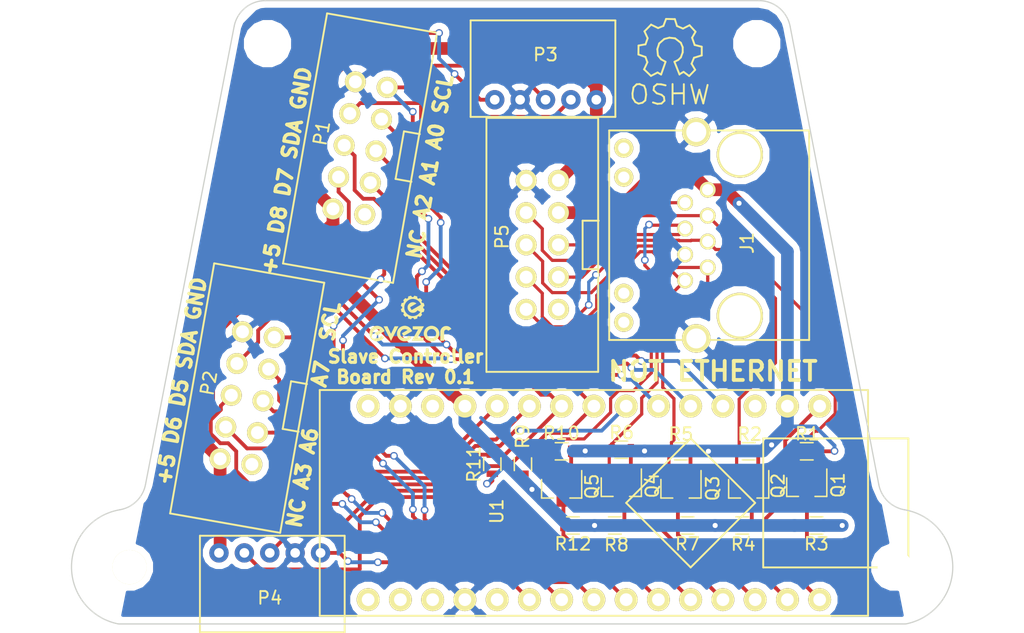
<source format=kicad_pcb>
(kicad_pcb (version 4) (host pcbnew 4.0.2-stable)

  (general
    (links 81)
    (no_connects 2)
    (area 113.749409 80.408996 183.252791 129.598203)
    (thickness 1.6)
    (drawings 16)
    (tracks 545)
    (zones 0)
    (modules 31)
    (nets 43)
  )

  (page A4)
  (layers
    (0 F.Cu signal)
    (31 B.Cu signal)
    (32 B.Adhes user)
    (33 F.Adhes user)
    (34 B.Paste user)
    (35 F.Paste user)
    (36 B.SilkS user)
    (37 F.SilkS user)
    (38 B.Mask user)
    (39 F.Mask user)
    (40 Dwgs.User user)
    (41 Cmts.User user)
    (42 Eco1.User user)
    (43 Eco2.User user)
    (44 Edge.Cuts user)
    (45 Margin user)
    (46 B.CrtYd user)
    (47 F.CrtYd user)
    (48 B.Fab user)
    (49 F.Fab user)
  )

  (setup
    (last_trace_width 0.3)
    (trace_clearance 0.2)
    (zone_clearance 0.508)
    (zone_45_only no)
    (trace_min 0.2)
    (segment_width 0.2)
    (edge_width 0.15)
    (via_size 0.6)
    (via_drill 0.4)
    (via_min_size 0.4)
    (via_min_drill 0.3)
    (uvia_size 0.3)
    (uvia_drill 0.1)
    (uvias_allowed no)
    (uvia_min_size 0.2)
    (uvia_min_drill 0.1)
    (pcb_text_width 0.3)
    (pcb_text_size 1.5 1.5)
    (mod_edge_width 0.15)
    (mod_text_size 1 1)
    (mod_text_width 0.15)
    (pad_size 2.7 2.7)
    (pad_drill 2.7)
    (pad_to_mask_clearance 0.2)
    (aux_axis_origin 0 0)
    (visible_elements 7FFFFF7F)
    (pcbplotparams
      (layerselection 0x00030_80000001)
      (usegerberextensions false)
      (excludeedgelayer true)
      (linewidth 0.100000)
      (plotframeref false)
      (viasonmask false)
      (mode 1)
      (useauxorigin false)
      (hpglpennumber 1)
      (hpglpenspeed 20)
      (hpglpendiameter 15)
      (hpglpenoverlay 2)
      (psnegative false)
      (psa4output false)
      (plotreference true)
      (plotvalue true)
      (plotinvisibletext false)
      (padsonsilk false)
      (subtractmaskfromsilk false)
      (outputformat 1)
      (mirror false)
      (drillshape 1)
      (scaleselection 1)
      (outputdirectory ""))
  )

  (net 0 "")
  (net 1 S_Q8)
  (net 2 S_Q6)
  (net 3 S_SCK)
  (net 4 S_CS)
  (net 5 S_MISO)
  (net 6 S_MOSI)
  (net 7 GND)
  (net 8 +3V3)
  (net 9 D7)
  (net 10 +5V)
  (net 11 A0)
  (net 12 D8)
  (net 13 A1)
  (net 14 D9)
  (net 15 A2)
  (net 16 SDA)
  (net 17 SCL)
  (net 18 D4)
  (net 19 A3)
  (net 20 D5)
  (net 21 A6)
  (net 22 D6)
  (net 23 A7)
  (net 24 D3)
  (net 25 "Net-(P5-Pad1)")
  (net 26 MISO)
  (net 27 SCK)
  (net 28 MOSI)
  (net 29 SS)
  (net 30 D2)
  (net 31 "Net-(U1-Pad3)")
  (net 32 "Net-(U1-Pad13)")
  (net 33 "Net-(U1-Pad15)")
  (net 34 "Net-(U1-Pad16)")
  (net 35 "Net-(U1-Pad17)")
  (net 36 "Net-(U1-Pad18)")
  (net 37 "Net-(P1-Pad1)")
  (net 38 "Net-(P2-Pad1)")
  (net 39 "Net-(J1-Pad10)")
  (net 40 "Net-(J1-Pad11)")
  (net 41 "Net-(J1-Pad9)")
  (net 42 "Net-(J1-Pad12)")

  (net_class Default "This is the default net class."
    (clearance 0.2)
    (trace_width 0.3)
    (via_dia 0.6)
    (via_drill 0.4)
    (uvia_dia 0.3)
    (uvia_drill 0.1)
    (add_net +5V)
    (add_net A0)
    (add_net A1)
    (add_net A2)
    (add_net A3)
    (add_net A6)
    (add_net A7)
    (add_net D2)
    (add_net D3)
    (add_net D4)
    (add_net D5)
    (add_net D6)
    (add_net D7)
    (add_net D8)
    (add_net D9)
    (add_net GND)
    (add_net MISO)
    (add_net MOSI)
    (add_net "Net-(J1-Pad10)")
    (add_net "Net-(J1-Pad11)")
    (add_net "Net-(J1-Pad12)")
    (add_net "Net-(J1-Pad9)")
    (add_net "Net-(P1-Pad1)")
    (add_net "Net-(P2-Pad1)")
    (add_net "Net-(P5-Pad1)")
    (add_net "Net-(U1-Pad13)")
    (add_net "Net-(U1-Pad15)")
    (add_net "Net-(U1-Pad16)")
    (add_net "Net-(U1-Pad17)")
    (add_net "Net-(U1-Pad18)")
    (add_net "Net-(U1-Pad3)")
    (add_net SCK)
    (add_net SCL)
    (add_net SDA)
    (add_net SS)
  )

  (net_class .25 ""
    (clearance 0.2)
    (trace_width 0.25)
    (via_dia 0.6)
    (via_drill 0.4)
    (uvia_dia 0.3)
    (uvia_drill 0.1)
    (add_net S_CS)
    (add_net S_MISO)
    (add_net S_MOSI)
    (add_net S_Q6)
    (add_net S_Q8)
    (add_net S_SCK)
  )

  (net_class 1mm ""
    (clearance 0.2)
    (trace_width 1)
    (via_dia 0.8)
    (via_drill 0.5)
    (uvia_dia 0.3)
    (uvia_drill 0.1)
    (add_net +3V3)
  )

  (module Mounting_Holes:MountingHole_2.7mm_M2.5 (layer F.Cu) (tedit 59E595EE) (tstamp 59E54457)
    (at 118.364 125.0696)
    (descr "Mounting Hole 2.7mm, no annular, M2.5")
    (tags "mounting hole 2.7mm no annular m2.5")
    (attr virtual)
    (fp_text reference REF** (at 0 -3.7) (layer F.SilkS) hide
      (effects (font (size 1 1) (thickness 0.15)))
    )
    (fp_text value MountingHole_2.7mm_M2.5 (at 0 3.7) (layer F.Fab)
      (effects (font (size 1 1) (thickness 0.15)))
    )
    (fp_text user %R (at 0.3 0) (layer F.Fab)
      (effects (font (size 1 1) (thickness 0.15)))
    )
    (fp_circle (center 0 0) (end 2.7 0) (layer Cmts.User) (width 0.15))
    (fp_circle (center 0 0) (end 2.95 0) (layer F.CrtYd) (width 0.05))
    (pad "" np_thru_hole circle (at 0 0) (size 2.7 2.7) (drill 2.7) (layers *.Cu *.Mask F.SilkS))
  )

  (module Mounting_Holes:MountingHole_2.7mm_M2.5 (layer F.Cu) (tedit 59E59680) (tstamp 59E54450)
    (at 178.6382 125.0696)
    (descr "Mounting Hole 2.7mm, no annular, M2.5")
    (tags "mounting hole 2.7mm no annular m2.5")
    (attr virtual)
    (fp_text reference REF** (at 0 -3.7) (layer F.SilkS) hide
      (effects (font (size 1 1) (thickness 0.15)))
    )
    (fp_text value MountingHole_2.7mm_M2.5 (at 0 3.7) (layer F.Fab)
      (effects (font (size 1 1) (thickness 0.15)))
    )
    (fp_text user %R (at 0.3 0) (layer F.Fab)
      (effects (font (size 1 1) (thickness 0.15)))
    )
    (fp_circle (center 0 0) (end 2.7 0) (layer Cmts.User) (width 0.15))
    (fp_circle (center 0 0) (end 2.95 0) (layer F.CrtYd) (width 0.05))
    (pad 1 np_thru_hole circle (at 0 0) (size 2.7 2.7) (drill 2.7) (layers *.Cu *.Mask))
  )

  (module Mounting_Holes:MountingHole_2.7mm_M2.5 (layer F.Cu) (tedit 59E595D6) (tstamp 59E54449)
    (at 167.767 83.8454)
    (descr "Mounting Hole 2.7mm, no annular, M2.5")
    (tags "mounting hole 2.7mm no annular m2.5")
    (attr virtual)
    (fp_text reference REF** (at 0 -3.7) (layer F.SilkS) hide
      (effects (font (size 1 1) (thickness 0.15)))
    )
    (fp_text value MountingHole_2.7mm_M2.5 (at 0 3.7) (layer F.Fab)
      (effects (font (size 1 1) (thickness 0.15)))
    )
    (fp_text user %R (at 0.3 0) (layer F.Fab)
      (effects (font (size 1 1) (thickness 0.15)))
    )
    (fp_circle (center 0 0) (end 2.7 0) (layer Cmts.User) (width 0.15))
    (fp_circle (center 0 0) (end 2.95 0) (layer F.CrtYd) (width 0.05))
    (pad 1 np_thru_hole circle (at 0 0) (size 2.7 2.7) (drill 2.7) (layers *.Cu *.Mask))
  )

  (module ASSETS:ARDUINO_NANO (layer F.Cu) (tedit 59E416E6) (tstamp 59E2A92D)
    (at 154.94 120.015 270)
    (path /59DE235E)
    (fp_text reference U1 (at 0.6604 7.6454 270) (layer F.SilkS)
      (effects (font (size 1 1) (thickness 0.15)))
    )
    (fp_text value arduino_nano (at 0 -0.5 270) (layer F.Fab)
      (effects (font (size 1 1) (thickness 0.15)))
    )
    (fp_line (start -5.08 -13.335) (end -5.08 -24.765) (layer F.SilkS) (width 0.15))
    (fp_line (start -5.08 -24.765) (end 5.08 -24.765) (layer F.SilkS) (width 0.15))
    (fp_line (start 5.08 -24.765) (end 5.08 -13.335) (layer F.SilkS) (width 0.15))
    (fp_line (start 5.08 -13.335) (end -5.08 -13.335) (layer F.SilkS) (width 0.15))
    (fp_line (start -5.08 -7.62) (end 0 -12.7) (layer F.SilkS) (width 0.15))
    (fp_line (start 0 -12.7) (end 5.08 -7.62) (layer F.SilkS) (width 0.15))
    (fp_line (start 5.08 -7.62) (end 0 -2.54) (layer F.SilkS) (width 0.15))
    (fp_line (start 0 -2.54) (end -5.08 -7.62) (layer F.SilkS) (width 0.15))
    (fp_line (start -8.89 -21.59) (end 8.89 -21.59) (layer F.SilkS) (width 0.15))
    (fp_line (start -8.89 21.59) (end 8.89 21.59) (layer F.SilkS) (width 0.15))
    (fp_line (start 8.89 -21.59) (end 8.89 21.59) (layer F.SilkS) (width 0.15))
    (fp_line (start -8.89 21.59) (end -8.89 -21.59) (layer F.SilkS) (width 0.15))
    (pad 1 thru_hole circle (at -7.62 -17.78 270) (size 1.8 1.8) (drill 1) (layers *.Cu *.Mask F.SilkS)
      (net 27 SCK))
    (pad 2 thru_hole circle (at -7.62 -15.24 270) (size 1.8 1.8) (drill 1) (layers *.Cu *.Mask F.SilkS)
      (net 8 +3V3))
    (pad 3 thru_hole circle (at -7.62 -12.7 270) (size 1.8 1.8) (drill 1) (layers *.Cu *.Mask F.SilkS)
      (net 31 "Net-(U1-Pad3)"))
    (pad 4 thru_hole circle (at -7.62 -10.16 270) (size 1.8 1.8) (drill 1) (layers *.Cu *.Mask F.SilkS)
      (net 11 A0))
    (pad 5 thru_hole circle (at -7.62 -7.62 270) (size 1.8 1.8) (drill 1) (layers *.Cu *.Mask F.SilkS)
      (net 13 A1))
    (pad 6 thru_hole circle (at -7.62 -5.08 270) (size 1.8 1.8) (drill 1) (layers *.Cu *.Mask F.SilkS)
      (net 15 A2))
    (pad 7 thru_hole circle (at -7.62 -2.54 270) (size 1.8 1.8) (drill 1) (layers *.Cu *.Mask F.SilkS)
      (net 19 A3))
    (pad 8 thru_hole circle (at -7.62 0 270) (size 1.8 1.8) (drill 1) (layers *.Cu *.Mask F.SilkS)
      (net 16 SDA))
    (pad 9 thru_hole circle (at -7.62 2.54 270) (size 1.8 1.8) (drill 1) (layers *.Cu *.Mask F.SilkS)
      (net 17 SCL))
    (pad 10 thru_hole circle (at -7.62 5.08 270) (size 1.8 1.8) (drill 1) (layers *.Cu *.Mask F.SilkS)
      (net 21 A6))
    (pad 11 thru_hole circle (at -7.62 7.62 270) (size 1.8 1.8) (drill 1) (layers *.Cu *.Mask F.SilkS)
      (net 23 A7))
    (pad 12 thru_hole circle (at -7.62 10.16 270) (size 1.8 1.8) (drill 1) (layers *.Cu *.Mask F.SilkS)
      (net 10 +5V))
    (pad 13 thru_hole circle (at -7.62 12.7 270) (size 1.8 1.8) (drill 1) (layers *.Cu *.Mask F.SilkS)
      (net 32 "Net-(U1-Pad13)"))
    (pad 14 thru_hole circle (at -7.62 15.24 270) (size 1.8 1.8) (drill 1) (layers *.Cu *.Mask F.SilkS)
      (net 7 GND))
    (pad 15 thru_hole circle (at -7.62 17.78 270) (size 1.8 1.8) (drill 1) (layers *.Cu *.Mask F.SilkS)
      (net 33 "Net-(U1-Pad15)"))
    (pad 16 thru_hole circle (at 7.62 17.78 270) (size 1.8 1.8) (drill 1) (layers *.Cu *.Mask F.SilkS)
      (net 34 "Net-(U1-Pad16)"))
    (pad 17 thru_hole circle (at 7.62 15.24 270) (size 1.8 1.8) (drill 1) (layers *.Cu *.Mask F.SilkS)
      (net 35 "Net-(U1-Pad17)"))
    (pad 18 thru_hole circle (at 7.62 12.7 270) (size 1.8 1.8) (drill 1) (layers *.Cu *.Mask F.SilkS)
      (net 36 "Net-(U1-Pad18)"))
    (pad 19 thru_hole circle (at 7.62 10.16 270) (size 1.8 1.8) (drill 1) (layers *.Cu *.Mask F.SilkS)
      (net 7 GND))
    (pad 20 thru_hole circle (at 7.62 7.62 270) (size 1.8 1.8) (drill 1) (layers *.Cu *.Mask F.SilkS)
      (net 30 D2))
    (pad 21 thru_hole circle (at 7.62 5.08 270) (size 1.8 1.8) (drill 1) (layers *.Cu *.Mask F.SilkS)
      (net 24 D3))
    (pad 22 thru_hole circle (at 7.62 2.54 270) (size 1.8 1.8) (drill 1) (layers *.Cu *.Mask F.SilkS)
      (net 18 D4))
    (pad 23 thru_hole circle (at 7.62 0 270) (size 1.8 1.8) (drill 1) (layers *.Cu *.Mask F.SilkS)
      (net 20 D5))
    (pad 24 thru_hole circle (at 7.62 -2.54 270) (size 1.8 1.8) (drill 1) (layers *.Cu *.Mask F.SilkS)
      (net 22 D6))
    (pad 25 thru_hole circle (at 7.62 -5.08 270) (size 1.8 1.8) (drill 1) (layers *.Cu *.Mask F.SilkS)
      (net 9 D7))
    (pad 26 thru_hole circle (at 7.62 -7.62 270) (size 1.8 1.8) (drill 1) (layers *.Cu *.Mask F.SilkS)
      (net 12 D8))
    (pad 27 thru_hole circle (at 7.62 -10.16 270) (size 1.8 1.8) (drill 1) (layers *.Cu *.Mask F.SilkS)
      (net 14 D9))
    (pad 28 thru_hole circle (at 7.62 -12.7 270) (size 1.8 1.8) (drill 1) (layers *.Cu *.Mask F.SilkS)
      (net 29 SS))
    (pad 29 thru_hole circle (at 7.62 -15.24 270) (size 1.8 1.8) (drill 1) (layers *.Cu *.Mask F.SilkS)
      (net 28 MOSI))
    (pad 30 thru_hole circle (at 7.62 -17.78 270) (size 1.8 1.8) (drill 1) (layers *.Cu *.Mask F.SilkS)
      (net 26 MISO))
  )

  (module ASSETS:RJ45_SHIELDED (layer F.Cu) (tedit 59E4DD4D) (tstamp 59E2A771)
    (at 166.4335 98.933 90)
    (path /59E4D6B3)
    (fp_text reference J1 (at -0.6096 0.5715 90) (layer F.SilkS)
      (effects (font (size 1 1) (thickness 0.15)))
    )
    (fp_text value RJ45_SHIELDED (at 0 6.35 90) (layer F.Fab)
      (effects (font (size 1 1) (thickness 0.15)))
    )
    (fp_line (start -8.25 -10.29) (end 8.25 -10.29) (layer F.SilkS) (width 0.15))
    (fp_line (start 8.25 -10.29) (end 8.25 5.46) (layer F.SilkS) (width 0.15))
    (fp_line (start 8.25 5.46) (end -8.25 5.46) (layer F.SilkS) (width 0.15))
    (fp_line (start -8.25 -10.29) (end -8.25 5.46) (layer F.SilkS) (width 0.15))
    (pad 10 thru_hole circle (at 4.57 -9.14 90) (size 1.5 1.5) (drill 0.89) (layers *.Cu *.Mask F.SilkS)
      (net 39 "Net-(J1-Pad10)"))
    (pad 11 thru_hole circle (at -4.57 -9.14 90) (size 1.5 1.5) (drill 0.89) (layers *.Cu *.Mask F.SilkS)
      (net 40 "Net-(J1-Pad11)"))
    (pad 9 thru_hole circle (at 6.86 -9.14 90) (size 1.5 1.5) (drill 0.89) (layers *.Cu *.Mask F.SilkS)
      (net 41 "Net-(J1-Pad9)"))
    (pad 13 thru_hole circle (at -8.13 -3.43 90) (size 2.25 2.25) (drill 1.57) (layers *.Cu *.Mask F.SilkS)
      (net 7 GND))
    (pad "" np_thru_hole circle (at -6.35 0 90) (size 3.65 3.65) (drill 3.25) (layers *.Cu *.Mask F.SilkS))
    (pad "" np_thru_hole circle (at 6.35 0 90) (size 3.65 3.65) (drill 3.25) (layers *.Cu *.Mask F.SilkS))
    (pad 13 thru_hole circle (at 8.13 -3.43 90) (size 2.25 2.25) (drill 1.57) (layers *.Cu *.Mask F.SilkS)
      (net 7 GND))
    (pad 12 thru_hole circle (at -6.86 -9.14 90) (size 1.5 1.5) (drill 0.89) (layers *.Cu *.Mask F.SilkS)
      (net 42 "Net-(J1-Pad12)"))
    (pad 3 thru_hole circle (at -0.5 -2.53 90) (size 1.25 1.25) (drill 0.89) (layers *.Cu *.Mask F.SilkS)
      (net 3 S_SCK))
    (pad 2 thru_hole circle (at 1.54 -2.53 90) (size 1.25 1.25) (drill 0.89) (layers *.Cu *.Mask F.SilkS)
      (net 5 S_MISO))
    (pad 1 thru_hole circle (at 3.58 -2.53 90) (size 1.25 1.25) (drill 0.89) (layers *.Cu *.Mask F.SilkS)
      (net 8 +3V3))
    (pad 4 thru_hole circle (at -2.54 -2.53 90) (size 1.25 1.25) (drill 0.89) (layers *.Cu *.Mask F.SilkS)
      (net 6 S_MOSI))
    (pad 5 thru_hole circle (at 2.56 -4.31 90) (size 1.25 1.25) (drill 0.89) (layers *.Cu *.Mask F.SilkS)
      (net 1 S_Q8))
    (pad 6 thru_hole circle (at 0.52 -4.31 90) (size 1.25 1.25) (drill 0.89) (layers *.Cu *.Mask F.SilkS)
      (net 2 S_Q6))
    (pad 7 thru_hole circle (at -1.52 -4.31 90) (size 1.25 1.25) (drill 0.89) (layers *.Cu *.Mask F.SilkS)
      (net 7 GND))
    (pad 8 thru_hole circle (at -3.56 -4.31 90) (size 1.25 1.25) (drill 0.89) (layers *.Cu *.Mask F.SilkS)
      (net 4 S_CS))
  )

  (module ASSETS:10_PIN_IDC (layer F.Cu) (tedit 59E4DA15) (tstamp 59E2A7CA)
    (at 150.876 99.695 90)
    (path /59DE91A6)
    (fp_text reference P5 (at 0.635 -3.175 90) (layer F.SilkS)
      (effects (font (size 1 1) (thickness 0.15)))
    )
    (fp_text value CONN_02X05 (at 0 -5.08 90) (layer F.Fab)
      (effects (font (size 1 1) (thickness 0.15)))
    )
    (fp_line (start -1.905 4.445) (end -1.905 3.175) (layer F.SilkS) (width 0.15))
    (fp_line (start -1.905 3.175) (end 1.905 3.175) (layer F.SilkS) (width 0.15))
    (fp_line (start 1.905 3.175) (end 1.905 4.445) (layer F.SilkS) (width 0.15))
    (fp_line (start -10 4.4) (end -10 -4.4) (layer F.SilkS) (width 0.15))
    (fp_line (start -10 -4.4) (end 10 -4.4) (layer F.SilkS) (width 0.15))
    (fp_line (start 10 -4.4) (end 10 4.4) (layer F.SilkS) (width 0.15))
    (fp_line (start -10 4.4) (end 10 4.4) (layer F.SilkS) (width 0.15))
    (pad 1 thru_hole circle (at -5.08 1.27 90) (size 1.65 1.65) (drill 1.02) (layers *.Cu *.Mask F.SilkS)
      (net 25 "Net-(P5-Pad1)"))
    (pad 2 thru_hole circle (at -5.08 -1.27 90) (size 1.65 1.65) (drill 1.02) (layers *.Cu *.Mask F.SilkS)
      (net 4 S_CS))
    (pad 3 thru_hole circle (at -2.54 1.27 90) (size 1.65 1.65) (drill 1.02) (layers *.Cu *.Mask F.SilkS)
      (net 2 S_Q6))
    (pad 4 thru_hole circle (at -2.54 -1.27 90) (size 1.65 1.65) (drill 1.02) (layers *.Cu *.Mask F.SilkS)
      (net 3 S_SCK))
    (pad 5 thru_hole circle (at 0 1.27 90) (size 1.65 1.65) (drill 1.02) (layers *.Cu *.Mask F.SilkS)
      (net 1 S_Q8))
    (pad 6 thru_hole circle (at 0 -1.27 90) (size 1.65 1.65) (drill 1.02) (layers *.Cu *.Mask F.SilkS)
      (net 6 S_MOSI))
    (pad 7 thru_hole circle (at 2.54 1.27 90) (size 1.65 1.65) (drill 1.02) (layers *.Cu *.Mask F.SilkS)
      (net 8 +3V3))
    (pad 8 thru_hole circle (at 2.54 -1.27 90) (size 1.65 1.65) (drill 1.02) (layers *.Cu *.Mask F.SilkS)
      (net 5 S_MISO))
    (pad 9 thru_hole circle (at 5.08 1.27 90) (size 1.65 1.65) (drill 1.02) (layers *.Cu *.Mask F.SilkS)
      (net 10 +5V))
    (pad 10 thru_hole circle (at 5.08 -1.27 90) (size 1.65 1.65) (drill 1.02) (layers *.Cu *.Mask F.SilkS)
      (net 7 GND))
  )

  (module "ASSETS:S5B-PH-K-S(LF)(SN)" (layer F.Cu) (tedit 598E0E19) (tstamp 59E2A7A8)
    (at 151.13 88.265 180)
    (path /59DED700)
    (fp_text reference P3 (at 0 3.55 180) (layer F.SilkS)
      (effects (font (size 1 1) (thickness 0.15)))
    )
    (fp_text value CONN_01X05 (at 0 -2.3 180) (layer F.Fab)
      (effects (font (size 1 1) (thickness 0.15)))
    )
    (fp_line (start 5.9 6.25) (end 5.9 -1.35) (layer F.SilkS) (width 0.15))
    (fp_line (start -5.5 -1.35) (end -5.5 6.25) (layer F.SilkS) (width 0.15))
    (fp_line (start -5.5 -1.35) (end 5.9 -1.35) (layer F.SilkS) (width 0.15))
    (fp_line (start -5.5 6.25) (end 5.9 6.25) (layer F.SilkS) (width 0.15))
    (pad 5 thru_hole circle (at 4 0 180) (size 1.524 1.524) (drill 0.762) (layers *.Cu *.Mask)
      (net 24 D3))
    (pad 4 thru_hole circle (at 2 0 180) (size 1.524 1.524) (drill 0.762) (layers *.Cu *.Mask)
      (net 7 GND))
    (pad 3 thru_hole circle (at 0 0 180) (size 1.524 1.524) (drill 0.762) (layers *.Cu *.Mask)
      (net 17 SCL))
    (pad 2 thru_hole circle (at -2 0 180) (size 1.524 1.524) (drill 0.762) (layers *.Cu *.Mask)
      (net 16 SDA))
    (pad 1 thru_hole circle (at -4 0 180) (size 1.524 1.524) (drill 0.762) (layers *.Cu *.Mask)
      (net 10 +5V))
    (model "C:/Program Files/KiCad/3D lib/Junes.3dshapes/S5B-PH-K-S.STEP"
      (at (xyz 0.4232283464566929 0.2263779527559055 0.2401574803149606))
      (scale (xyz 1 1 1))
      (rotate (xyz -90 0 0))
    )
  )

  (module "ASSETS:S5B-PH-K-S(LF)(SN)" (layer F.Cu) (tedit 598E0E19) (tstamp 59E2A7B5)
    (at 129.413 123.952)
    (path /59DEEC04)
    (fp_text reference P4 (at 0 3.55) (layer F.SilkS)
      (effects (font (size 1 1) (thickness 0.15)))
    )
    (fp_text value CONN_01X05 (at 0 -2.3) (layer F.Fab)
      (effects (font (size 1 1) (thickness 0.15)))
    )
    (fp_line (start 5.9 6.25) (end 5.9 -1.35) (layer F.SilkS) (width 0.15))
    (fp_line (start -5.5 -1.35) (end -5.5 6.25) (layer F.SilkS) (width 0.15))
    (fp_line (start -5.5 -1.35) (end 5.9 -1.35) (layer F.SilkS) (width 0.15))
    (fp_line (start -5.5 6.25) (end 5.9 6.25) (layer F.SilkS) (width 0.15))
    (pad 5 thru_hole circle (at 4 0) (size 1.524 1.524) (drill 0.762) (layers *.Cu *.Mask)
      (net 18 D4))
    (pad 4 thru_hole circle (at 2 0) (size 1.524 1.524) (drill 0.762) (layers *.Cu *.Mask)
      (net 7 GND))
    (pad 3 thru_hole circle (at 0 0) (size 1.524 1.524) (drill 0.762) (layers *.Cu *.Mask)
      (net 17 SCL))
    (pad 2 thru_hole circle (at -2 0) (size 1.524 1.524) (drill 0.762) (layers *.Cu *.Mask)
      (net 16 SDA))
    (pad 1 thru_hole circle (at -4 0) (size 1.524 1.524) (drill 0.762) (layers *.Cu *.Mask)
      (net 10 +5V))
    (model "C:/Program Files/KiCad/3D lib/Junes.3dshapes/S5B-PH-K-S.STEP"
      (at (xyz 0.4232283464566929 0.2263779527559055 0.2401574803149606))
      (scale (xyz 1 1 1))
      (rotate (xyz -90 0 0))
    )
  )

  (module SOT-23 (layer F.Cu) (tedit 58CE4E7E) (tstamp 59E2A7DF)
    (at 171.704 118.745 270)
    (descr "SOT-23, Standard")
    (tags SOT-23)
    (path /59DE4F2C)
    (attr smd)
    (fp_text reference Q1 (at -0.127 -2.4638 270) (layer F.SilkS)
      (effects (font (size 1 1) (thickness 0.15)))
    )
    (fp_text value BSS138 (at 0 2.5 270) (layer F.Fab)
      (effects (font (size 1 1) (thickness 0.15)))
    )
    (fp_text user %R (at 0 0 360) (layer F.Fab)
      (effects (font (size 0.5 0.5) (thickness 0.075)))
    )
    (fp_line (start -0.7 -0.95) (end -0.7 1.5) (layer F.Fab) (width 0.1))
    (fp_line (start -0.15 -1.52) (end 0.7 -1.52) (layer F.Fab) (width 0.1))
    (fp_line (start -0.7 -0.95) (end -0.15 -1.52) (layer F.Fab) (width 0.1))
    (fp_line (start 0.7 -1.52) (end 0.7 1.52) (layer F.Fab) (width 0.1))
    (fp_line (start -0.7 1.52) (end 0.7 1.52) (layer F.Fab) (width 0.1))
    (fp_line (start 0.76 1.58) (end 0.76 0.65) (layer F.SilkS) (width 0.12))
    (fp_line (start 0.76 -1.58) (end 0.76 -0.65) (layer F.SilkS) (width 0.12))
    (fp_line (start -1.7 -1.75) (end 1.7 -1.75) (layer F.CrtYd) (width 0.05))
    (fp_line (start 1.7 -1.75) (end 1.7 1.75) (layer F.CrtYd) (width 0.05))
    (fp_line (start 1.7 1.75) (end -1.7 1.75) (layer F.CrtYd) (width 0.05))
    (fp_line (start -1.7 1.75) (end -1.7 -1.75) (layer F.CrtYd) (width 0.05))
    (fp_line (start 0.76 -1.58) (end -1.4 -1.58) (layer F.SilkS) (width 0.12))
    (fp_line (start 0.76 1.58) (end -0.7 1.58) (layer F.SilkS) (width 0.12))
    (pad 1 smd rect (at -1 -0.95 270) (size 0.9 0.8) (layers F.Cu F.Paste F.Mask)
      (net 8 +3V3))
    (pad 2 smd rect (at -1 0.95 270) (size 0.9 0.8) (layers F.Cu F.Paste F.Mask)
      (net 5 S_MISO))
    (pad 3 smd rect (at 1 0 270) (size 0.9 0.8) (layers F.Cu F.Paste F.Mask)
      (net 26 MISO))
    (model ${KISYS3DMOD}/TO_SOT_Packages_SMD.3dshapes/SOT-23.wrl
      (at (xyz 0 0 0))
      (scale (xyz 1 1 1))
      (rotate (xyz 0 0 0))
    )
  )

  (module SOT-23 (layer F.Cu) (tedit 58CE4E7E) (tstamp 59E2A7F4)
    (at 167.132 118.872 270)
    (descr "SOT-23, Standard")
    (tags SOT-23)
    (path /59DE516A)
    (attr smd)
    (fp_text reference Q2 (at -0.2032 -2.3114 270) (layer F.SilkS)
      (effects (font (size 1 1) (thickness 0.15)))
    )
    (fp_text value BSS138 (at 0 2.5 270) (layer F.Fab)
      (effects (font (size 1 1) (thickness 0.15)))
    )
    (fp_text user %R (at 0 0 360) (layer F.Fab)
      (effects (font (size 0.5 0.5) (thickness 0.075)))
    )
    (fp_line (start -0.7 -0.95) (end -0.7 1.5) (layer F.Fab) (width 0.1))
    (fp_line (start -0.15 -1.52) (end 0.7 -1.52) (layer F.Fab) (width 0.1))
    (fp_line (start -0.7 -0.95) (end -0.15 -1.52) (layer F.Fab) (width 0.1))
    (fp_line (start 0.7 -1.52) (end 0.7 1.52) (layer F.Fab) (width 0.1))
    (fp_line (start -0.7 1.52) (end 0.7 1.52) (layer F.Fab) (width 0.1))
    (fp_line (start 0.76 1.58) (end 0.76 0.65) (layer F.SilkS) (width 0.12))
    (fp_line (start 0.76 -1.58) (end 0.76 -0.65) (layer F.SilkS) (width 0.12))
    (fp_line (start -1.7 -1.75) (end 1.7 -1.75) (layer F.CrtYd) (width 0.05))
    (fp_line (start 1.7 -1.75) (end 1.7 1.75) (layer F.CrtYd) (width 0.05))
    (fp_line (start 1.7 1.75) (end -1.7 1.75) (layer F.CrtYd) (width 0.05))
    (fp_line (start -1.7 1.75) (end -1.7 -1.75) (layer F.CrtYd) (width 0.05))
    (fp_line (start 0.76 -1.58) (end -1.4 -1.58) (layer F.SilkS) (width 0.12))
    (fp_line (start 0.76 1.58) (end -0.7 1.58) (layer F.SilkS) (width 0.12))
    (pad 1 smd rect (at -1 -0.95 270) (size 0.9 0.8) (layers F.Cu F.Paste F.Mask)
      (net 8 +3V3))
    (pad 2 smd rect (at -1 0.95 270) (size 0.9 0.8) (layers F.Cu F.Paste F.Mask)
      (net 3 S_SCK))
    (pad 3 smd rect (at 1 0 270) (size 0.9 0.8) (layers F.Cu F.Paste F.Mask)
      (net 27 SCK))
    (model ${KISYS3DMOD}/TO_SOT_Packages_SMD.3dshapes/SOT-23.wrl
      (at (xyz 0 0 0))
      (scale (xyz 1 1 1))
      (rotate (xyz 0 0 0))
    )
  )

  (module SOT-23 (layer F.Cu) (tedit 58CE4E7E) (tstamp 59E2A809)
    (at 161.798 118.872 270)
    (descr "SOT-23, Standard")
    (tags SOT-23)
    (path /59DE302F)
    (attr smd)
    (fp_text reference Q3 (at 0 -2.5 270) (layer F.SilkS)
      (effects (font (size 1 1) (thickness 0.15)))
    )
    (fp_text value BSS138 (at 0 2.5 270) (layer F.Fab)
      (effects (font (size 1 1) (thickness 0.15)))
    )
    (fp_text user %R (at 0 0 360) (layer F.Fab)
      (effects (font (size 0.5 0.5) (thickness 0.075)))
    )
    (fp_line (start -0.7 -0.95) (end -0.7 1.5) (layer F.Fab) (width 0.1))
    (fp_line (start -0.15 -1.52) (end 0.7 -1.52) (layer F.Fab) (width 0.1))
    (fp_line (start -0.7 -0.95) (end -0.15 -1.52) (layer F.Fab) (width 0.1))
    (fp_line (start 0.7 -1.52) (end 0.7 1.52) (layer F.Fab) (width 0.1))
    (fp_line (start -0.7 1.52) (end 0.7 1.52) (layer F.Fab) (width 0.1))
    (fp_line (start 0.76 1.58) (end 0.76 0.65) (layer F.SilkS) (width 0.12))
    (fp_line (start 0.76 -1.58) (end 0.76 -0.65) (layer F.SilkS) (width 0.12))
    (fp_line (start -1.7 -1.75) (end 1.7 -1.75) (layer F.CrtYd) (width 0.05))
    (fp_line (start 1.7 -1.75) (end 1.7 1.75) (layer F.CrtYd) (width 0.05))
    (fp_line (start 1.7 1.75) (end -1.7 1.75) (layer F.CrtYd) (width 0.05))
    (fp_line (start -1.7 1.75) (end -1.7 -1.75) (layer F.CrtYd) (width 0.05))
    (fp_line (start 0.76 -1.58) (end -1.4 -1.58) (layer F.SilkS) (width 0.12))
    (fp_line (start 0.76 1.58) (end -0.7 1.58) (layer F.SilkS) (width 0.12))
    (pad 1 smd rect (at -1 -0.95 270) (size 0.9 0.8) (layers F.Cu F.Paste F.Mask)
      (net 8 +3V3))
    (pad 2 smd rect (at -1 0.95 270) (size 0.9 0.8) (layers F.Cu F.Paste F.Mask)
      (net 6 S_MOSI))
    (pad 3 smd rect (at 1 0 270) (size 0.9 0.8) (layers F.Cu F.Paste F.Mask)
      (net 28 MOSI))
    (model ${KISYS3DMOD}/TO_SOT_Packages_SMD.3dshapes/SOT-23.wrl
      (at (xyz 0 0 0))
      (scale (xyz 1 1 1))
      (rotate (xyz 0 0 0))
    )
  )

  (module SOT-23 (layer F.Cu) (tedit 58CE4E7E) (tstamp 59E2A81E)
    (at 157.099 118.745 270)
    (descr "SOT-23, Standard")
    (tags SOT-23)
    (path /59DE5141)
    (attr smd)
    (fp_text reference Q4 (at -0.1016 -2.4384 270) (layer F.SilkS)
      (effects (font (size 1 1) (thickness 0.15)))
    )
    (fp_text value BSS138 (at 0 2.5 270) (layer F.Fab)
      (effects (font (size 1 1) (thickness 0.15)))
    )
    (fp_text user %R (at 0 0 360) (layer F.Fab)
      (effects (font (size 0.5 0.5) (thickness 0.075)))
    )
    (fp_line (start -0.7 -0.95) (end -0.7 1.5) (layer F.Fab) (width 0.1))
    (fp_line (start -0.15 -1.52) (end 0.7 -1.52) (layer F.Fab) (width 0.1))
    (fp_line (start -0.7 -0.95) (end -0.15 -1.52) (layer F.Fab) (width 0.1))
    (fp_line (start 0.7 -1.52) (end 0.7 1.52) (layer F.Fab) (width 0.1))
    (fp_line (start -0.7 1.52) (end 0.7 1.52) (layer F.Fab) (width 0.1))
    (fp_line (start 0.76 1.58) (end 0.76 0.65) (layer F.SilkS) (width 0.12))
    (fp_line (start 0.76 -1.58) (end 0.76 -0.65) (layer F.SilkS) (width 0.12))
    (fp_line (start -1.7 -1.75) (end 1.7 -1.75) (layer F.CrtYd) (width 0.05))
    (fp_line (start 1.7 -1.75) (end 1.7 1.75) (layer F.CrtYd) (width 0.05))
    (fp_line (start 1.7 1.75) (end -1.7 1.75) (layer F.CrtYd) (width 0.05))
    (fp_line (start -1.7 1.75) (end -1.7 -1.75) (layer F.CrtYd) (width 0.05))
    (fp_line (start 0.76 -1.58) (end -1.4 -1.58) (layer F.SilkS) (width 0.12))
    (fp_line (start 0.76 1.58) (end -0.7 1.58) (layer F.SilkS) (width 0.12))
    (pad 1 smd rect (at -1 -0.95 270) (size 0.9 0.8) (layers F.Cu F.Paste F.Mask)
      (net 8 +3V3))
    (pad 2 smd rect (at -1 0.95 270) (size 0.9 0.8) (layers F.Cu F.Paste F.Mask)
      (net 4 S_CS))
    (pad 3 smd rect (at 1 0 270) (size 0.9 0.8) (layers F.Cu F.Paste F.Mask)
      (net 29 SS))
    (model ${KISYS3DMOD}/TO_SOT_Packages_SMD.3dshapes/SOT-23.wrl
      (at (xyz 0 0 0))
      (scale (xyz 1 1 1))
      (rotate (xyz 0 0 0))
    )
  )

  (module SOT-23 (layer F.Cu) (tedit 58CE4E7E) (tstamp 59E2A833)
    (at 152.4 118.872 270)
    (descr "SOT-23, Standard")
    (tags SOT-23)
    (path /59DEA0E9)
    (attr smd)
    (fp_text reference Q5 (at -0.1524 -2.3876 270) (layer F.SilkS)
      (effects (font (size 1 1) (thickness 0.15)))
    )
    (fp_text value BSS138 (at 0 2.5 270) (layer F.Fab)
      (effects (font (size 1 1) (thickness 0.15)))
    )
    (fp_text user %R (at 0 0 360) (layer F.Fab)
      (effects (font (size 0.5 0.5) (thickness 0.075)))
    )
    (fp_line (start -0.7 -0.95) (end -0.7 1.5) (layer F.Fab) (width 0.1))
    (fp_line (start -0.15 -1.52) (end 0.7 -1.52) (layer F.Fab) (width 0.1))
    (fp_line (start -0.7 -0.95) (end -0.15 -1.52) (layer F.Fab) (width 0.1))
    (fp_line (start 0.7 -1.52) (end 0.7 1.52) (layer F.Fab) (width 0.1))
    (fp_line (start -0.7 1.52) (end 0.7 1.52) (layer F.Fab) (width 0.1))
    (fp_line (start 0.76 1.58) (end 0.76 0.65) (layer F.SilkS) (width 0.12))
    (fp_line (start 0.76 -1.58) (end 0.76 -0.65) (layer F.SilkS) (width 0.12))
    (fp_line (start -1.7 -1.75) (end 1.7 -1.75) (layer F.CrtYd) (width 0.05))
    (fp_line (start 1.7 -1.75) (end 1.7 1.75) (layer F.CrtYd) (width 0.05))
    (fp_line (start 1.7 1.75) (end -1.7 1.75) (layer F.CrtYd) (width 0.05))
    (fp_line (start -1.7 1.75) (end -1.7 -1.75) (layer F.CrtYd) (width 0.05))
    (fp_line (start 0.76 -1.58) (end -1.4 -1.58) (layer F.SilkS) (width 0.12))
    (fp_line (start 0.76 1.58) (end -0.7 1.58) (layer F.SilkS) (width 0.12))
    (pad 1 smd rect (at -1 -0.95 270) (size 0.9 0.8) (layers F.Cu F.Paste F.Mask)
      (net 8 +3V3))
    (pad 2 smd rect (at -1 0.95 270) (size 0.9 0.8) (layers F.Cu F.Paste F.Mask)
      (net 2 S_Q6))
    (pad 3 smd rect (at 1 0 270) (size 0.9 0.8) (layers F.Cu F.Paste F.Mask)
      (net 14 D9))
    (model ${KISYS3DMOD}/TO_SOT_Packages_SMD.3dshapes/SOT-23.wrl
      (at (xyz 0 0 0))
      (scale (xyz 1 1 1))
      (rotate (xyz 0 0 0))
    )
  )

  (module Resistors_SMD:R_0603 (layer F.Cu) (tedit 58E0A804) (tstamp 59E2A844)
    (at 171.704 115.951 180)
    (descr "Resistor SMD 0603, reflow soldering, Vishay (see dcrcw.pdf)")
    (tags "resistor 0603")
    (path /59DE4F32)
    (attr smd)
    (fp_text reference R1 (at -0.0508 1.3716 180) (layer F.SilkS)
      (effects (font (size 1 1) (thickness 0.15)))
    )
    (fp_text value 10K (at 0 1.5 180) (layer F.Fab)
      (effects (font (size 1 1) (thickness 0.15)))
    )
    (fp_text user %R (at 0 0 180) (layer F.Fab)
      (effects (font (size 0.4 0.4) (thickness 0.075)))
    )
    (fp_line (start -0.8 0.4) (end -0.8 -0.4) (layer F.Fab) (width 0.1))
    (fp_line (start 0.8 0.4) (end -0.8 0.4) (layer F.Fab) (width 0.1))
    (fp_line (start 0.8 -0.4) (end 0.8 0.4) (layer F.Fab) (width 0.1))
    (fp_line (start -0.8 -0.4) (end 0.8 -0.4) (layer F.Fab) (width 0.1))
    (fp_line (start 0.5 0.68) (end -0.5 0.68) (layer F.SilkS) (width 0.12))
    (fp_line (start -0.5 -0.68) (end 0.5 -0.68) (layer F.SilkS) (width 0.12))
    (fp_line (start -1.25 -0.7) (end 1.25 -0.7) (layer F.CrtYd) (width 0.05))
    (fp_line (start -1.25 -0.7) (end -1.25 0.7) (layer F.CrtYd) (width 0.05))
    (fp_line (start 1.25 0.7) (end 1.25 -0.7) (layer F.CrtYd) (width 0.05))
    (fp_line (start 1.25 0.7) (end -1.25 0.7) (layer F.CrtYd) (width 0.05))
    (pad 1 smd rect (at -0.75 0 180) (size 0.5 0.9) (layers F.Cu F.Paste F.Mask)
      (net 8 +3V3))
    (pad 2 smd rect (at 0.75 0 180) (size 0.5 0.9) (layers F.Cu F.Paste F.Mask)
      (net 5 S_MISO))
    (model ${KISYS3DMOD}/Resistors_SMD.3dshapes/R_0603.wrl
      (at (xyz 0 0 0))
      (scale (xyz 1 1 1))
      (rotate (xyz 0 0 0))
    )
  )

  (module Resistors_SMD:R_0603 (layer F.Cu) (tedit 58E0A804) (tstamp 59E2A855)
    (at 167.132 115.951 180)
    (descr "Resistor SMD 0603, reflow soldering, Vishay (see dcrcw.pdf)")
    (tags "resistor 0603")
    (path /59DE5170)
    (attr smd)
    (fp_text reference R2 (at -0.0762 1.3462 180) (layer F.SilkS)
      (effects (font (size 1 1) (thickness 0.15)))
    )
    (fp_text value 10K (at 0 1.5 180) (layer F.Fab)
      (effects (font (size 1 1) (thickness 0.15)))
    )
    (fp_text user %R (at 0 0 180) (layer F.Fab)
      (effects (font (size 0.4 0.4) (thickness 0.075)))
    )
    (fp_line (start -0.8 0.4) (end -0.8 -0.4) (layer F.Fab) (width 0.1))
    (fp_line (start 0.8 0.4) (end -0.8 0.4) (layer F.Fab) (width 0.1))
    (fp_line (start 0.8 -0.4) (end 0.8 0.4) (layer F.Fab) (width 0.1))
    (fp_line (start -0.8 -0.4) (end 0.8 -0.4) (layer F.Fab) (width 0.1))
    (fp_line (start 0.5 0.68) (end -0.5 0.68) (layer F.SilkS) (width 0.12))
    (fp_line (start -0.5 -0.68) (end 0.5 -0.68) (layer F.SilkS) (width 0.12))
    (fp_line (start -1.25 -0.7) (end 1.25 -0.7) (layer F.CrtYd) (width 0.05))
    (fp_line (start -1.25 -0.7) (end -1.25 0.7) (layer F.CrtYd) (width 0.05))
    (fp_line (start 1.25 0.7) (end 1.25 -0.7) (layer F.CrtYd) (width 0.05))
    (fp_line (start 1.25 0.7) (end -1.25 0.7) (layer F.CrtYd) (width 0.05))
    (pad 1 smd rect (at -0.75 0 180) (size 0.5 0.9) (layers F.Cu F.Paste F.Mask)
      (net 8 +3V3))
    (pad 2 smd rect (at 0.75 0 180) (size 0.5 0.9) (layers F.Cu F.Paste F.Mask)
      (net 3 S_SCK))
    (model ${KISYS3DMOD}/Resistors_SMD.3dshapes/R_0603.wrl
      (at (xyz 0 0 0))
      (scale (xyz 1 1 1))
      (rotate (xyz 0 0 0))
    )
  )

  (module Resistors_SMD:R_0603 (layer F.Cu) (tedit 58E0A804) (tstamp 59E2A866)
    (at 172.466 121.793 180)
    (descr "Resistor SMD 0603, reflow soldering, Vishay (see dcrcw.pdf)")
    (tags "resistor 0603")
    (path /59DE4F38)
    (attr smd)
    (fp_text reference R3 (at 0 -1.45 180) (layer F.SilkS)
      (effects (font (size 1 1) (thickness 0.15)))
    )
    (fp_text value 10K (at 0 1.5 180) (layer F.Fab)
      (effects (font (size 1 1) (thickness 0.15)))
    )
    (fp_text user %R (at 0 0 180) (layer F.Fab)
      (effects (font (size 0.4 0.4) (thickness 0.075)))
    )
    (fp_line (start -0.8 0.4) (end -0.8 -0.4) (layer F.Fab) (width 0.1))
    (fp_line (start 0.8 0.4) (end -0.8 0.4) (layer F.Fab) (width 0.1))
    (fp_line (start 0.8 -0.4) (end 0.8 0.4) (layer F.Fab) (width 0.1))
    (fp_line (start -0.8 -0.4) (end 0.8 -0.4) (layer F.Fab) (width 0.1))
    (fp_line (start 0.5 0.68) (end -0.5 0.68) (layer F.SilkS) (width 0.12))
    (fp_line (start -0.5 -0.68) (end 0.5 -0.68) (layer F.SilkS) (width 0.12))
    (fp_line (start -1.25 -0.7) (end 1.25 -0.7) (layer F.CrtYd) (width 0.05))
    (fp_line (start -1.25 -0.7) (end -1.25 0.7) (layer F.CrtYd) (width 0.05))
    (fp_line (start 1.25 0.7) (end 1.25 -0.7) (layer F.CrtYd) (width 0.05))
    (fp_line (start 1.25 0.7) (end -1.25 0.7) (layer F.CrtYd) (width 0.05))
    (pad 1 smd rect (at -0.75 0 180) (size 0.5 0.9) (layers F.Cu F.Paste F.Mask)
      (net 10 +5V))
    (pad 2 smd rect (at 0.75 0 180) (size 0.5 0.9) (layers F.Cu F.Paste F.Mask)
      (net 26 MISO))
    (model ${KISYS3DMOD}/Resistors_SMD.3dshapes/R_0603.wrl
      (at (xyz 0 0 0))
      (scale (xyz 1 1 1))
      (rotate (xyz 0 0 0))
    )
  )

  (module Resistors_SMD:R_0603 (layer F.Cu) (tedit 58E0A804) (tstamp 59E2A877)
    (at 166.624 121.793)
    (descr "Resistor SMD 0603, reflow soldering, Vishay (see dcrcw.pdf)")
    (tags "resistor 0603")
    (path /59DE5176)
    (attr smd)
    (fp_text reference R4 (at 0.0762 1.4732) (layer F.SilkS)
      (effects (font (size 1 1) (thickness 0.15)))
    )
    (fp_text value 10K (at 0 1.5) (layer F.Fab)
      (effects (font (size 1 1) (thickness 0.15)))
    )
    (fp_text user %R (at 0 0) (layer F.Fab)
      (effects (font (size 0.4 0.4) (thickness 0.075)))
    )
    (fp_line (start -0.8 0.4) (end -0.8 -0.4) (layer F.Fab) (width 0.1))
    (fp_line (start 0.8 0.4) (end -0.8 0.4) (layer F.Fab) (width 0.1))
    (fp_line (start 0.8 -0.4) (end 0.8 0.4) (layer F.Fab) (width 0.1))
    (fp_line (start -0.8 -0.4) (end 0.8 -0.4) (layer F.Fab) (width 0.1))
    (fp_line (start 0.5 0.68) (end -0.5 0.68) (layer F.SilkS) (width 0.12))
    (fp_line (start -0.5 -0.68) (end 0.5 -0.68) (layer F.SilkS) (width 0.12))
    (fp_line (start -1.25 -0.7) (end 1.25 -0.7) (layer F.CrtYd) (width 0.05))
    (fp_line (start -1.25 -0.7) (end -1.25 0.7) (layer F.CrtYd) (width 0.05))
    (fp_line (start 1.25 0.7) (end 1.25 -0.7) (layer F.CrtYd) (width 0.05))
    (fp_line (start 1.25 0.7) (end -1.25 0.7) (layer F.CrtYd) (width 0.05))
    (pad 1 smd rect (at -0.75 0) (size 0.5 0.9) (layers F.Cu F.Paste F.Mask)
      (net 10 +5V))
    (pad 2 smd rect (at 0.75 0) (size 0.5 0.9) (layers F.Cu F.Paste F.Mask)
      (net 27 SCK))
    (model ${KISYS3DMOD}/Resistors_SMD.3dshapes/R_0603.wrl
      (at (xyz 0 0 0))
      (scale (xyz 1 1 1))
      (rotate (xyz 0 0 0))
    )
  )

  (module Resistors_SMD:R_0603 (layer F.Cu) (tedit 58E0A804) (tstamp 59E2A888)
    (at 161.798 115.951 180)
    (descr "Resistor SMD 0603, reflow soldering, Vishay (see dcrcw.pdf)")
    (tags "resistor 0603")
    (path /59DE30C4)
    (attr smd)
    (fp_text reference R5 (at 0 1.3462 180) (layer F.SilkS)
      (effects (font (size 1 1) (thickness 0.15)))
    )
    (fp_text value 10K (at 0 1.5 180) (layer F.Fab)
      (effects (font (size 1 1) (thickness 0.15)))
    )
    (fp_text user %R (at 0 0 180) (layer F.Fab)
      (effects (font (size 0.4 0.4) (thickness 0.075)))
    )
    (fp_line (start -0.8 0.4) (end -0.8 -0.4) (layer F.Fab) (width 0.1))
    (fp_line (start 0.8 0.4) (end -0.8 0.4) (layer F.Fab) (width 0.1))
    (fp_line (start 0.8 -0.4) (end 0.8 0.4) (layer F.Fab) (width 0.1))
    (fp_line (start -0.8 -0.4) (end 0.8 -0.4) (layer F.Fab) (width 0.1))
    (fp_line (start 0.5 0.68) (end -0.5 0.68) (layer F.SilkS) (width 0.12))
    (fp_line (start -0.5 -0.68) (end 0.5 -0.68) (layer F.SilkS) (width 0.12))
    (fp_line (start -1.25 -0.7) (end 1.25 -0.7) (layer F.CrtYd) (width 0.05))
    (fp_line (start -1.25 -0.7) (end -1.25 0.7) (layer F.CrtYd) (width 0.05))
    (fp_line (start 1.25 0.7) (end 1.25 -0.7) (layer F.CrtYd) (width 0.05))
    (fp_line (start 1.25 0.7) (end -1.25 0.7) (layer F.CrtYd) (width 0.05))
    (pad 1 smd rect (at -0.75 0 180) (size 0.5 0.9) (layers F.Cu F.Paste F.Mask)
      (net 8 +3V3))
    (pad 2 smd rect (at 0.75 0 180) (size 0.5 0.9) (layers F.Cu F.Paste F.Mask)
      (net 6 S_MOSI))
    (model ${KISYS3DMOD}/Resistors_SMD.3dshapes/R_0603.wrl
      (at (xyz 0 0 0))
      (scale (xyz 1 1 1))
      (rotate (xyz 0 0 0))
    )
  )

  (module Resistors_SMD:R_0603 (layer F.Cu) (tedit 58E0A804) (tstamp 59E2A899)
    (at 157.099 115.824 180)
    (descr "Resistor SMD 0603, reflow soldering, Vishay (see dcrcw.pdf)")
    (tags "resistor 0603")
    (path /59DE5147)
    (attr smd)
    (fp_text reference R6 (at -0.0254 1.3462 180) (layer F.SilkS)
      (effects (font (size 1 1) (thickness 0.15)))
    )
    (fp_text value 10K (at 0 1.5 180) (layer F.Fab)
      (effects (font (size 1 1) (thickness 0.15)))
    )
    (fp_text user %R (at 0 0 180) (layer F.Fab)
      (effects (font (size 0.4 0.4) (thickness 0.075)))
    )
    (fp_line (start -0.8 0.4) (end -0.8 -0.4) (layer F.Fab) (width 0.1))
    (fp_line (start 0.8 0.4) (end -0.8 0.4) (layer F.Fab) (width 0.1))
    (fp_line (start 0.8 -0.4) (end 0.8 0.4) (layer F.Fab) (width 0.1))
    (fp_line (start -0.8 -0.4) (end 0.8 -0.4) (layer F.Fab) (width 0.1))
    (fp_line (start 0.5 0.68) (end -0.5 0.68) (layer F.SilkS) (width 0.12))
    (fp_line (start -0.5 -0.68) (end 0.5 -0.68) (layer F.SilkS) (width 0.12))
    (fp_line (start -1.25 -0.7) (end 1.25 -0.7) (layer F.CrtYd) (width 0.05))
    (fp_line (start -1.25 -0.7) (end -1.25 0.7) (layer F.CrtYd) (width 0.05))
    (fp_line (start 1.25 0.7) (end 1.25 -0.7) (layer F.CrtYd) (width 0.05))
    (fp_line (start 1.25 0.7) (end -1.25 0.7) (layer F.CrtYd) (width 0.05))
    (pad 1 smd rect (at -0.75 0 180) (size 0.5 0.9) (layers F.Cu F.Paste F.Mask)
      (net 8 +3V3))
    (pad 2 smd rect (at 0.75 0 180) (size 0.5 0.9) (layers F.Cu F.Paste F.Mask)
      (net 4 S_CS))
    (model ${KISYS3DMOD}/Resistors_SMD.3dshapes/R_0603.wrl
      (at (xyz 0 0 0))
      (scale (xyz 1 1 1))
      (rotate (xyz 0 0 0))
    )
  )

  (module Resistors_SMD:R_0603 (layer F.Cu) (tedit 58E0A804) (tstamp 59E2A8AA)
    (at 162.306 121.793 180)
    (descr "Resistor SMD 0603, reflow soldering, Vishay (see dcrcw.pdf)")
    (tags "resistor 0603")
    (path /59DE3117)
    (attr smd)
    (fp_text reference R7 (at 0 -1.45 180) (layer F.SilkS)
      (effects (font (size 1 1) (thickness 0.15)))
    )
    (fp_text value 10K (at 0 1.5 180) (layer F.Fab)
      (effects (font (size 1 1) (thickness 0.15)))
    )
    (fp_text user %R (at 0 0 180) (layer F.Fab)
      (effects (font (size 0.4 0.4) (thickness 0.075)))
    )
    (fp_line (start -0.8 0.4) (end -0.8 -0.4) (layer F.Fab) (width 0.1))
    (fp_line (start 0.8 0.4) (end -0.8 0.4) (layer F.Fab) (width 0.1))
    (fp_line (start 0.8 -0.4) (end 0.8 0.4) (layer F.Fab) (width 0.1))
    (fp_line (start -0.8 -0.4) (end 0.8 -0.4) (layer F.Fab) (width 0.1))
    (fp_line (start 0.5 0.68) (end -0.5 0.68) (layer F.SilkS) (width 0.12))
    (fp_line (start -0.5 -0.68) (end 0.5 -0.68) (layer F.SilkS) (width 0.12))
    (fp_line (start -1.25 -0.7) (end 1.25 -0.7) (layer F.CrtYd) (width 0.05))
    (fp_line (start -1.25 -0.7) (end -1.25 0.7) (layer F.CrtYd) (width 0.05))
    (fp_line (start 1.25 0.7) (end 1.25 -0.7) (layer F.CrtYd) (width 0.05))
    (fp_line (start 1.25 0.7) (end -1.25 0.7) (layer F.CrtYd) (width 0.05))
    (pad 1 smd rect (at -0.75 0 180) (size 0.5 0.9) (layers F.Cu F.Paste F.Mask)
      (net 10 +5V))
    (pad 2 smd rect (at 0.75 0 180) (size 0.5 0.9) (layers F.Cu F.Paste F.Mask)
      (net 28 MOSI))
    (model ${KISYS3DMOD}/Resistors_SMD.3dshapes/R_0603.wrl
      (at (xyz 0 0 0))
      (scale (xyz 1 1 1))
      (rotate (xyz 0 0 0))
    )
  )

  (module Resistors_SMD:R_0603 (layer F.Cu) (tedit 58E0A804) (tstamp 59E2A8BB)
    (at 156.591 121.793)
    (descr "Resistor SMD 0603, reflow soldering, Vishay (see dcrcw.pdf)")
    (tags "resistor 0603")
    (path /59DE514D)
    (attr smd)
    (fp_text reference R8 (at 0.127 1.524) (layer F.SilkS)
      (effects (font (size 1 1) (thickness 0.15)))
    )
    (fp_text value 10K (at 0 1.5) (layer F.Fab)
      (effects (font (size 1 1) (thickness 0.15)))
    )
    (fp_text user %R (at 0 0) (layer F.Fab)
      (effects (font (size 0.4 0.4) (thickness 0.075)))
    )
    (fp_line (start -0.8 0.4) (end -0.8 -0.4) (layer F.Fab) (width 0.1))
    (fp_line (start 0.8 0.4) (end -0.8 0.4) (layer F.Fab) (width 0.1))
    (fp_line (start 0.8 -0.4) (end 0.8 0.4) (layer F.Fab) (width 0.1))
    (fp_line (start -0.8 -0.4) (end 0.8 -0.4) (layer F.Fab) (width 0.1))
    (fp_line (start 0.5 0.68) (end -0.5 0.68) (layer F.SilkS) (width 0.12))
    (fp_line (start -0.5 -0.68) (end 0.5 -0.68) (layer F.SilkS) (width 0.12))
    (fp_line (start -1.25 -0.7) (end 1.25 -0.7) (layer F.CrtYd) (width 0.05))
    (fp_line (start -1.25 -0.7) (end -1.25 0.7) (layer F.CrtYd) (width 0.05))
    (fp_line (start 1.25 0.7) (end 1.25 -0.7) (layer F.CrtYd) (width 0.05))
    (fp_line (start 1.25 0.7) (end -1.25 0.7) (layer F.CrtYd) (width 0.05))
    (pad 1 smd rect (at -0.75 0) (size 0.5 0.9) (layers F.Cu F.Paste F.Mask)
      (net 10 +5V))
    (pad 2 smd rect (at 0.75 0) (size 0.5 0.9) (layers F.Cu F.Paste F.Mask)
      (net 29 SS))
    (model ${KISYS3DMOD}/Resistors_SMD.3dshapes/R_0603.wrl
      (at (xyz 0 0 0))
      (scale (xyz 1 1 1))
      (rotate (xyz 0 0 0))
    )
  )

  (module Resistors_SMD:R_0603 (layer F.Cu) (tedit 58E0A804) (tstamp 59E2A8CC)
    (at 149.352 116.967 90)
    (descr "Resistor SMD 0603, reflow soldering, Vishay (see dcrcw.pdf)")
    (tags "resistor 0603")
    (path /59DF4264)
    (attr smd)
    (fp_text reference R9 (at 2.1844 -0.0254 90) (layer F.SilkS)
      (effects (font (size 1 1) (thickness 0.15)))
    )
    (fp_text value 4.7K (at 0 1.5 90) (layer F.Fab)
      (effects (font (size 1 1) (thickness 0.15)))
    )
    (fp_text user %R (at 0 0 90) (layer F.Fab)
      (effects (font (size 0.4 0.4) (thickness 0.075)))
    )
    (fp_line (start -0.8 0.4) (end -0.8 -0.4) (layer F.Fab) (width 0.1))
    (fp_line (start 0.8 0.4) (end -0.8 0.4) (layer F.Fab) (width 0.1))
    (fp_line (start 0.8 -0.4) (end 0.8 0.4) (layer F.Fab) (width 0.1))
    (fp_line (start -0.8 -0.4) (end 0.8 -0.4) (layer F.Fab) (width 0.1))
    (fp_line (start 0.5 0.68) (end -0.5 0.68) (layer F.SilkS) (width 0.12))
    (fp_line (start -0.5 -0.68) (end 0.5 -0.68) (layer F.SilkS) (width 0.12))
    (fp_line (start -1.25 -0.7) (end 1.25 -0.7) (layer F.CrtYd) (width 0.05))
    (fp_line (start -1.25 -0.7) (end -1.25 0.7) (layer F.CrtYd) (width 0.05))
    (fp_line (start 1.25 0.7) (end 1.25 -0.7) (layer F.CrtYd) (width 0.05))
    (fp_line (start 1.25 0.7) (end -1.25 0.7) (layer F.CrtYd) (width 0.05))
    (pad 1 smd rect (at -0.75 0 90) (size 0.5 0.9) (layers F.Cu F.Paste F.Mask)
      (net 10 +5V))
    (pad 2 smd rect (at 0.75 0 90) (size 0.5 0.9) (layers F.Cu F.Paste F.Mask)
      (net 16 SDA))
    (model ${KISYS3DMOD}/Resistors_SMD.3dshapes/R_0603.wrl
      (at (xyz 0 0 0))
      (scale (xyz 1 1 1))
      (rotate (xyz 0 0 0))
    )
  )

  (module Resistors_SMD:R_0603 (layer F.Cu) (tedit 58E0A804) (tstamp 59E2A8DD)
    (at 152.4 115.951 180)
    (descr "Resistor SMD 0603, reflow soldering, Vishay (see dcrcw.pdf)")
    (tags "resistor 0603")
    (path /59DEA0EF)
    (attr smd)
    (fp_text reference R10 (at 0.0254 1.4224 180) (layer F.SilkS)
      (effects (font (size 1 1) (thickness 0.15)))
    )
    (fp_text value 10K (at 0 1.5 180) (layer F.Fab)
      (effects (font (size 1 1) (thickness 0.15)))
    )
    (fp_text user %R (at 0 0 180) (layer F.Fab)
      (effects (font (size 0.4 0.4) (thickness 0.075)))
    )
    (fp_line (start -0.8 0.4) (end -0.8 -0.4) (layer F.Fab) (width 0.1))
    (fp_line (start 0.8 0.4) (end -0.8 0.4) (layer F.Fab) (width 0.1))
    (fp_line (start 0.8 -0.4) (end 0.8 0.4) (layer F.Fab) (width 0.1))
    (fp_line (start -0.8 -0.4) (end 0.8 -0.4) (layer F.Fab) (width 0.1))
    (fp_line (start 0.5 0.68) (end -0.5 0.68) (layer F.SilkS) (width 0.12))
    (fp_line (start -0.5 -0.68) (end 0.5 -0.68) (layer F.SilkS) (width 0.12))
    (fp_line (start -1.25 -0.7) (end 1.25 -0.7) (layer F.CrtYd) (width 0.05))
    (fp_line (start -1.25 -0.7) (end -1.25 0.7) (layer F.CrtYd) (width 0.05))
    (fp_line (start 1.25 0.7) (end 1.25 -0.7) (layer F.CrtYd) (width 0.05))
    (fp_line (start 1.25 0.7) (end -1.25 0.7) (layer F.CrtYd) (width 0.05))
    (pad 1 smd rect (at -0.75 0 180) (size 0.5 0.9) (layers F.Cu F.Paste F.Mask)
      (net 8 +3V3))
    (pad 2 smd rect (at 0.75 0 180) (size 0.5 0.9) (layers F.Cu F.Paste F.Mask)
      (net 2 S_Q6))
    (model ${KISYS3DMOD}/Resistors_SMD.3dshapes/R_0603.wrl
      (at (xyz 0 0 0))
      (scale (xyz 1 1 1))
      (rotate (xyz 0 0 0))
    )
  )

  (module Resistors_SMD:R_0603 (layer F.Cu) (tedit 58E0A804) (tstamp 59E2A8EE)
    (at 146.939 116.967 90)
    (descr "Resistor SMD 0603, reflow soldering, Vishay (see dcrcw.pdf)")
    (tags "resistor 0603")
    (path /59DF42E9)
    (attr smd)
    (fp_text reference R11 (at 0 -1.45 90) (layer F.SilkS)
      (effects (font (size 1 1) (thickness 0.15)))
    )
    (fp_text value 4.7K (at 0 1.5 90) (layer F.Fab)
      (effects (font (size 1 1) (thickness 0.15)))
    )
    (fp_text user %R (at 0 0 90) (layer F.Fab)
      (effects (font (size 0.4 0.4) (thickness 0.075)))
    )
    (fp_line (start -0.8 0.4) (end -0.8 -0.4) (layer F.Fab) (width 0.1))
    (fp_line (start 0.8 0.4) (end -0.8 0.4) (layer F.Fab) (width 0.1))
    (fp_line (start 0.8 -0.4) (end 0.8 0.4) (layer F.Fab) (width 0.1))
    (fp_line (start -0.8 -0.4) (end 0.8 -0.4) (layer F.Fab) (width 0.1))
    (fp_line (start 0.5 0.68) (end -0.5 0.68) (layer F.SilkS) (width 0.12))
    (fp_line (start -0.5 -0.68) (end 0.5 -0.68) (layer F.SilkS) (width 0.12))
    (fp_line (start -1.25 -0.7) (end 1.25 -0.7) (layer F.CrtYd) (width 0.05))
    (fp_line (start -1.25 -0.7) (end -1.25 0.7) (layer F.CrtYd) (width 0.05))
    (fp_line (start 1.25 0.7) (end 1.25 -0.7) (layer F.CrtYd) (width 0.05))
    (fp_line (start 1.25 0.7) (end -1.25 0.7) (layer F.CrtYd) (width 0.05))
    (pad 1 smd rect (at -0.75 0 90) (size 0.5 0.9) (layers F.Cu F.Paste F.Mask)
      (net 10 +5V))
    (pad 2 smd rect (at 0.75 0 90) (size 0.5 0.9) (layers F.Cu F.Paste F.Mask)
      (net 17 SCL))
    (model ${KISYS3DMOD}/Resistors_SMD.3dshapes/R_0603.wrl
      (at (xyz 0 0 0))
      (scale (xyz 1 1 1))
      (rotate (xyz 0 0 0))
    )
  )

  (module Resistors_SMD:R_0603 (layer F.Cu) (tedit 58E0A804) (tstamp 59E2A8FF)
    (at 153.289 121.793 180)
    (descr "Resistor SMD 0603, reflow soldering, Vishay (see dcrcw.pdf)")
    (tags "resistor 0603")
    (path /59DEA0F5)
    (attr smd)
    (fp_text reference R12 (at 0 -1.45 180) (layer F.SilkS)
      (effects (font (size 1 1) (thickness 0.15)))
    )
    (fp_text value 10K (at 0 1.5 180) (layer F.Fab)
      (effects (font (size 1 1) (thickness 0.15)))
    )
    (fp_text user %R (at 0 0 180) (layer F.Fab)
      (effects (font (size 0.4 0.4) (thickness 0.075)))
    )
    (fp_line (start -0.8 0.4) (end -0.8 -0.4) (layer F.Fab) (width 0.1))
    (fp_line (start 0.8 0.4) (end -0.8 0.4) (layer F.Fab) (width 0.1))
    (fp_line (start 0.8 -0.4) (end 0.8 0.4) (layer F.Fab) (width 0.1))
    (fp_line (start -0.8 -0.4) (end 0.8 -0.4) (layer F.Fab) (width 0.1))
    (fp_line (start 0.5 0.68) (end -0.5 0.68) (layer F.SilkS) (width 0.12))
    (fp_line (start -0.5 -0.68) (end 0.5 -0.68) (layer F.SilkS) (width 0.12))
    (fp_line (start -1.25 -0.7) (end 1.25 -0.7) (layer F.CrtYd) (width 0.05))
    (fp_line (start -1.25 -0.7) (end -1.25 0.7) (layer F.CrtYd) (width 0.05))
    (fp_line (start 1.25 0.7) (end 1.25 -0.7) (layer F.CrtYd) (width 0.05))
    (fp_line (start 1.25 0.7) (end -1.25 0.7) (layer F.CrtYd) (width 0.05))
    (pad 1 smd rect (at -0.75 0 180) (size 0.5 0.9) (layers F.Cu F.Paste F.Mask)
      (net 10 +5V))
    (pad 2 smd rect (at 0.75 0 180) (size 0.5 0.9) (layers F.Cu F.Paste F.Mask)
      (net 14 D9))
    (model ${KISYS3DMOD}/Resistors_SMD.3dshapes/R_0603.wrl
      (at (xyz 0 0 0))
      (scale (xyz 1 1 1))
      (rotate (xyz 0 0 0))
    )
  )

  (module ASSETS:10_PIN_IDC (layer F.Cu) (tedit 59E4DA15) (tstamp 59E2A79B)
    (at 127.635 111.76 80)
    (path /59DE273C)
    (fp_text reference P2 (at 0.635 -3.175 80) (layer F.SilkS)
      (effects (font (size 1 1) (thickness 0.15)))
    )
    (fp_text value CONN_02X05 (at 0 -5.08 80) (layer F.Fab)
      (effects (font (size 1 1) (thickness 0.15)))
    )
    (fp_line (start -1.905 4.445) (end -1.905 3.175) (layer F.SilkS) (width 0.15))
    (fp_line (start -1.905 3.175) (end 1.905 3.175) (layer F.SilkS) (width 0.15))
    (fp_line (start 1.905 3.175) (end 1.905 4.445) (layer F.SilkS) (width 0.15))
    (fp_line (start -10 4.4) (end -10 -4.4) (layer F.SilkS) (width 0.15))
    (fp_line (start -10 -4.4) (end 10 -4.4) (layer F.SilkS) (width 0.15))
    (fp_line (start 10 -4.4) (end 10 4.4) (layer F.SilkS) (width 0.15))
    (fp_line (start -10 4.4) (end 10 4.4) (layer F.SilkS) (width 0.15))
    (pad 1 thru_hole circle (at -5.08 1.27 80) (size 1.65 1.65) (drill 1.02) (layers *.Cu *.Mask F.SilkS)
      (net 38 "Net-(P2-Pad1)"))
    (pad 2 thru_hole circle (at -5.08 -1.27 80) (size 1.65 1.65) (drill 1.02) (layers *.Cu *.Mask F.SilkS)
      (net 10 +5V))
    (pad 3 thru_hole circle (at -2.54 1.27 80) (size 1.65 1.65) (drill 1.02) (layers *.Cu *.Mask F.SilkS)
      (net 19 A3))
    (pad 4 thru_hole circle (at -2.54 -1.27 80) (size 1.65 1.65) (drill 1.02) (layers *.Cu *.Mask F.SilkS)
      (net 22 D6))
    (pad 5 thru_hole circle (at 0 1.27 80) (size 1.65 1.65) (drill 1.02) (layers *.Cu *.Mask F.SilkS)
      (net 21 A6))
    (pad 6 thru_hole circle (at 0 -1.27 80) (size 1.65 1.65) (drill 1.02) (layers *.Cu *.Mask F.SilkS)
      (net 20 D5))
    (pad 7 thru_hole circle (at 2.54 1.27 80) (size 1.65 1.65) (drill 1.02) (layers *.Cu *.Mask F.SilkS)
      (net 23 A7))
    (pad 8 thru_hole circle (at 2.54 -1.27 80) (size 1.65 1.65) (drill 1.02) (layers *.Cu *.Mask F.SilkS)
      (net 16 SDA))
    (pad 9 thru_hole circle (at 5.08 1.27 80) (size 1.65 1.65) (drill 1.02) (layers *.Cu *.Mask F.SilkS)
      (net 17 SCL))
    (pad 10 thru_hole circle (at 5.08 -1.27 80) (size 1.65 1.65) (drill 1.02) (layers *.Cu *.Mask F.SilkS)
      (net 7 GND))
  )

  (module ASSETS:10_PIN_IDC (layer F.Cu) (tedit 59E4DA15) (tstamp 59E2A786)
    (at 136.525 92.075 80)
    (path /59DE29F1)
    (fp_text reference P1 (at 0.635 -3.175 80) (layer F.SilkS)
      (effects (font (size 1 1) (thickness 0.15)))
    )
    (fp_text value CONN_02X05 (at 0 -5.08 80) (layer F.Fab)
      (effects (font (size 1 1) (thickness 0.15)))
    )
    (fp_line (start -1.905 4.445) (end -1.905 3.175) (layer F.SilkS) (width 0.15))
    (fp_line (start -1.905 3.175) (end 1.905 3.175) (layer F.SilkS) (width 0.15))
    (fp_line (start 1.905 3.175) (end 1.905 4.445) (layer F.SilkS) (width 0.15))
    (fp_line (start -10 4.4) (end -10 -4.4) (layer F.SilkS) (width 0.15))
    (fp_line (start -10 -4.4) (end 10 -4.4) (layer F.SilkS) (width 0.15))
    (fp_line (start 10 -4.4) (end 10 4.4) (layer F.SilkS) (width 0.15))
    (fp_line (start -10 4.4) (end 10 4.4) (layer F.SilkS) (width 0.15))
    (pad 1 thru_hole circle (at -5.08 1.27 80) (size 1.65 1.65) (drill 1.02) (layers *.Cu *.Mask F.SilkS)
      (net 37 "Net-(P1-Pad1)"))
    (pad 2 thru_hole circle (at -5.08 -1.27 80) (size 1.65 1.65) (drill 1.02) (layers *.Cu *.Mask F.SilkS)
      (net 10 +5V))
    (pad 3 thru_hole circle (at -2.54 1.27 80) (size 1.65 1.65) (drill 1.02) (layers *.Cu *.Mask F.SilkS)
      (net 15 A2))
    (pad 4 thru_hole circle (at -2.54 -1.27 80) (size 1.65 1.65) (drill 1.02) (layers *.Cu *.Mask F.SilkS)
      (net 12 D8))
    (pad 5 thru_hole circle (at 0 1.27 80) (size 1.65 1.65) (drill 1.02) (layers *.Cu *.Mask F.SilkS)
      (net 13 A1))
    (pad 6 thru_hole circle (at 0 -1.27 80) (size 1.65 1.65) (drill 1.02) (layers *.Cu *.Mask F.SilkS)
      (net 9 D7))
    (pad 7 thru_hole circle (at 2.54 1.27 80) (size 1.65 1.65) (drill 1.02) (layers *.Cu *.Mask F.SilkS)
      (net 11 A0))
    (pad 8 thru_hole circle (at 2.54 -1.27 80) (size 1.65 1.65) (drill 1.02) (layers *.Cu *.Mask F.SilkS)
      (net 16 SDA))
    (pad 9 thru_hole circle (at 5.08 1.27 80) (size 1.65 1.65) (drill 1.02) (layers *.Cu *.Mask F.SilkS)
      (net 17 SCL))
    (pad 10 thru_hole circle (at 5.08 -1.27 80) (size 1.65 1.65) (drill 1.02) (layers *.Cu *.Mask F.SilkS)
      (net 7 GND))
  )

  (module Mounting_Holes:MountingHole_2.7mm_M2.5 (layer F.Cu) (tedit 59E595D0) (tstamp 59E5443F)
    (at 129.2352 83.8454)
    (descr "Mounting Hole 2.7mm, no annular, M2.5")
    (tags "mounting hole 2.7mm no annular m2.5")
    (attr virtual)
    (fp_text reference REF** (at -0.0508 -4.5974) (layer Dwgs.User) hide
      (effects (font (size 1 1) (thickness 0.15)))
    )
    (fp_text value MountingHole_2.7mm_M2.5 (at 0 3.7) (layer F.Fab)
      (effects (font (size 1 1) (thickness 0.15)))
    )
    (fp_text user %R (at 0.3 0) (layer F.Fab)
      (effects (font (size 1 1) (thickness 0.15)))
    )
    (fp_circle (center 0 0) (end 2.7 0) (layer Cmts.User) (width 0.15))
    (fp_circle (center 0 0) (end 2.95 0) (layer F.CrtYd) (width 0.05))
    (pad 1 np_thru_hole circle (at 0 0) (size 2.7 2.7) (drill 2.7) (layers *.Cu *.Mask))
  )

  (module ASSETS:Symbol_OSHW-Logo_SilkScreen (layer F.Cu) (tedit 0) (tstamp 59E58FDC)
    (at 160.9344 84.3788)
    (descr "Symbol, OSHW-Logo, Silk Screen,")
    (tags "Symbol, OSHW-Logo, Silk Screen,")
    (fp_text reference REF** (at 0.09906 -4.38912) (layer F.SilkS) hide
      (effects (font (size 1 1) (thickness 0.15)))
    )
    (fp_text value Symbol_OSHW-Logo_SilkScreen (at 0.30988 6.56082) (layer F.Fab)
      (effects (font (size 1 1) (thickness 0.15)))
    )
    (fp_line (start 0.35052 0.89916) (end 0.7493 1.89992) (layer F.SilkS) (width 0.15))
    (fp_line (start -0.35052 0.89916) (end -0.70104 1.89992) (layer F.SilkS) (width 0.15))
    (fp_line (start -0.70104 0.70104) (end -0.35052 0.89916) (layer F.SilkS) (width 0.15))
    (fp_line (start -0.94996 0.39878) (end -0.70104 0.70104) (layer F.SilkS) (width 0.15))
    (fp_line (start -1.00076 -0.09906) (end -0.94996 0.39878) (layer F.SilkS) (width 0.15))
    (fp_line (start -0.8509 -0.55118) (end -1.00076 -0.09906) (layer F.SilkS) (width 0.15))
    (fp_line (start -0.44958 -0.89916) (end -0.8509 -0.55118) (layer F.SilkS) (width 0.15))
    (fp_line (start -0.0508 -1.00076) (end -0.44958 -0.89916) (layer F.SilkS) (width 0.15))
    (fp_line (start 0.39878 -0.94996) (end -0.0508 -1.00076) (layer F.SilkS) (width 0.15))
    (fp_line (start 0.8509 -0.59944) (end 0.39878 -0.94996) (layer F.SilkS) (width 0.15))
    (fp_line (start 1.00076 -0.24892) (end 0.8509 -0.59944) (layer F.SilkS) (width 0.15))
    (fp_line (start 1.00076 0.14986) (end 1.00076 -0.24892) (layer F.SilkS) (width 0.15))
    (fp_line (start 0.8509 0.55118) (end 1.00076 0.14986) (layer F.SilkS) (width 0.15))
    (fp_line (start 0.65024 0.7493) (end 0.8509 0.55118) (layer F.SilkS) (width 0.15))
    (fp_line (start 0.35052 0.89916) (end 0.65024 0.7493) (layer F.SilkS) (width 0.15))
    (fp_line (start -1.9304 0.5207) (end -1.7907 0.91948) (layer F.SilkS) (width 0.15))
    (fp_line (start -2.4892 0.32004) (end -1.9304 0.5207) (layer F.SilkS) (width 0.15))
    (fp_line (start -2.47904 -0.381) (end -2.4892 0.32004) (layer F.SilkS) (width 0.15))
    (fp_line (start -1.9304 -0.48006) (end -2.47904 -0.381) (layer F.SilkS) (width 0.15))
    (fp_line (start -1.76022 -0.96012) (end -1.9304 -0.48006) (layer F.SilkS) (width 0.15))
    (fp_line (start -2.00914 -1.50114) (end -1.76022 -0.96012) (layer F.SilkS) (width 0.15))
    (fp_line (start -1.49098 -2.02946) (end -2.00914 -1.50114) (layer F.SilkS) (width 0.15))
    (fp_line (start -0.9398 -1.76022) (end -1.49098 -2.02946) (layer F.SilkS) (width 0.15))
    (fp_line (start -0.5207 -1.9304) (end -0.9398 -1.76022) (layer F.SilkS) (width 0.15))
    (fp_line (start -0.30988 -2.47904) (end -0.5207 -1.9304) (layer F.SilkS) (width 0.15))
    (fp_line (start 0.381 -2.46126) (end -0.30988 -2.47904) (layer F.SilkS) (width 0.15))
    (fp_line (start 0.55118 -1.92024) (end 0.381 -2.46126) (layer F.SilkS) (width 0.15))
    (fp_line (start 1.02108 -1.71958) (end 0.55118 -1.92024) (layer F.SilkS) (width 0.15))
    (fp_line (start 1.53924 -1.9812) (end 1.02108 -1.71958) (layer F.SilkS) (width 0.15))
    (fp_line (start 2.00914 -1.47066) (end 1.53924 -1.9812) (layer F.SilkS) (width 0.15))
    (fp_line (start 1.7399 -1.00076) (end 2.00914 -1.47066) (layer F.SilkS) (width 0.15))
    (fp_line (start 1.94056 -0.42926) (end 1.7399 -1.00076) (layer F.SilkS) (width 0.15))
    (fp_line (start 2.49936 -0.28956) (end 1.94056 -0.42926) (layer F.SilkS) (width 0.15))
    (fp_line (start 2.49936 0.39116) (end 2.49936 -0.28956) (layer F.SilkS) (width 0.15))
    (fp_line (start 1.88976 0.57912) (end 2.49936 0.39116) (layer F.SilkS) (width 0.15))
    (fp_line (start 1.69926 1.04902) (end 1.88976 0.57912) (layer F.SilkS) (width 0.15))
    (fp_line (start 1.9812 1.52908) (end 1.69926 1.04902) (layer F.SilkS) (width 0.15))
    (fp_line (start 1.50876 2.0193) (end 1.9812 1.52908) (layer F.SilkS) (width 0.15))
    (fp_line (start 1.06934 1.6891) (end 1.50876 2.0193) (layer F.SilkS) (width 0.15))
    (fp_line (start 0.73914 1.8796) (end 1.06934 1.6891) (layer F.SilkS) (width 0.15))
    (fp_line (start -0.98044 1.7399) (end -0.70104 1.89992) (layer F.SilkS) (width 0.15))
    (fp_line (start -1.50114 2.00914) (end -0.98044 1.7399) (layer F.SilkS) (width 0.15))
    (fp_line (start -2.03962 1.49098) (end -1.50114 2.00914) (layer F.SilkS) (width 0.15))
    (fp_line (start -1.78054 0.92964) (end -2.03962 1.49098) (layer F.SilkS) (width 0.15))
    (fp_line (start -2.03962 2.78892) (end -2.4003 2.65938) (layer F.SilkS) (width 0.15))
    (fp_line (start -1.9304 3.07086) (end -2.03962 2.78892) (layer F.SilkS) (width 0.15))
    (fp_line (start -1.8796 3.4798) (end -1.9304 3.07086) (layer F.SilkS) (width 0.15))
    (fp_line (start -1.95072 3.93954) (end -1.8796 3.4798) (layer F.SilkS) (width 0.15))
    (fp_line (start -2.16916 4.11988) (end -1.95072 3.93954) (layer F.SilkS) (width 0.15))
    (fp_line (start -2.47904 4.191) (end -2.16916 4.11988) (layer F.SilkS) (width 0.15))
    (fp_line (start -2.7305 4.06908) (end -2.47904 4.191) (layer F.SilkS) (width 0.15))
    (fp_line (start -2.93116 3.74904) (end -2.7305 4.06908) (layer F.SilkS) (width 0.15))
    (fp_line (start -2.9591 3.40106) (end -2.93116 3.74904) (layer F.SilkS) (width 0.15))
    (fp_line (start -2.8702 2.91084) (end -2.9591 3.40106) (layer F.SilkS) (width 0.15))
    (fp_line (start -2.6289 2.66954) (end -2.8702 2.91084) (layer F.SilkS) (width 0.15))
    (fp_line (start -2.37998 2.64922) (end -2.6289 2.66954) (layer F.SilkS) (width 0.15))
    (fp_line (start -0.9906 4.20878) (end -1.34112 4.09956) (layer F.SilkS) (width 0.15))
    (fp_line (start -0.67056 4.18084) (end -0.9906 4.20878) (layer F.SilkS) (width 0.15))
    (fp_line (start -0.43942 3.95986) (end -0.67056 4.18084) (layer F.SilkS) (width 0.15))
    (fp_line (start -0.48006 3.66014) (end -0.43942 3.95986) (layer F.SilkS) (width 0.15))
    (fp_line (start -0.6604 3.50012) (end -0.48006 3.66014) (layer F.SilkS) (width 0.15))
    (fp_line (start -1.04902 3.37058) (end -0.6604 3.50012) (layer F.SilkS) (width 0.15))
    (fp_line (start -1.29032 3.12928) (end -1.04902 3.37058) (layer F.SilkS) (width 0.15))
    (fp_line (start -1.25984 2.86004) (end -1.29032 3.12928) (layer F.SilkS) (width 0.15))
    (fp_line (start -1.02108 2.65938) (end -1.25984 2.86004) (layer F.SilkS) (width 0.15))
    (fp_line (start -0.70104 2.66954) (end -1.02108 2.65938) (layer F.SilkS) (width 0.15))
    (fp_line (start -0.35052 2.75082) (end -0.70104 2.66954) (layer F.SilkS) (width 0.15))
    (fp_line (start 0.20066 4.21894) (end 0.21082 4.20878) (layer F.SilkS) (width 0.15))
    (fp_line (start 0.20066 2.64922) (end 0.20066 4.21894) (layer F.SilkS) (width 0.15))
    (fp_line (start 1.08966 2.65938) (end 1.08966 4.20116) (layer F.SilkS) (width 0.15))
    (fp_line (start 1.04902 3.38074) (end 1.04902 3.37058) (layer F.SilkS) (width 0.15))
    (fp_line (start 1.03886 3.37058) (end 1.04902 3.38074) (layer F.SilkS) (width 0.15))
    (fp_line (start 0.24892 3.38074) (end 1.03886 3.37058) (layer F.SilkS) (width 0.15))
    (fp_line (start 2.61874 4.17068) (end 2.9591 2.72034) (layer F.SilkS) (width 0.15))
    (fp_line (start 2.30886 3.0988) (end 2.61874 4.17068) (layer F.SilkS) (width 0.15))
    (fp_line (start 2.02946 4.16052) (end 2.30886 3.0988) (layer F.SilkS) (width 0.15))
    (fp_line (start 1.66878 2.68986) (end 2.02946 4.16052) (layer F.SilkS) (width 0.15))
  )

  (module ASSETS:evezor_12 (layer F.Cu) (tedit 59E59124) (tstamp 59E591D4)
    (at 140.4874 106.68)
    (fp_text reference G*** (at -1.7145 1.397) (layer F.SilkS) hide
      (effects (font (size 0.5 0.5) (thickness 0.125)))
    )
    (fp_text value LOGO (at 0.889 1.27) (layer F.SilkS) hide
      (effects (font (size 0.5 0.5) (thickness 0.125)))
    )
    (fp_poly (pts (xy -2.575457 -0.604633) (xy -2.55196 -0.603432) (xy -2.530511 -0.601151) (xy -2.520679 -0.599705)
      (xy -2.450873 -0.584447) (xy -2.384038 -0.561475) (xy -2.320742 -0.531152) (xy -2.261554 -0.493838)
      (xy -2.207043 -0.449895) (xy -2.157778 -0.399683) (xy -2.114326 -0.343564) (xy -2.112049 -0.340214)
      (xy -2.102016 -0.32422) (xy -2.090512 -0.3041) (xy -2.07846 -0.281676) (xy -2.066785 -0.258776)
      (xy -2.056411 -0.237224) (xy -2.048263 -0.218845) (xy -2.043264 -0.205465) (xy -2.042606 -0.203077)
      (xy -2.042384 -0.201117) (xy -2.042952 -0.198955) (xy -2.044751 -0.19632) (xy -2.04822 -0.192942)
      (xy -2.053802 -0.188551) (xy -2.061934 -0.182878) (xy -2.073059 -0.175652) (xy -2.087616 -0.166604)
      (xy -2.106045 -0.155464) (xy -2.128787 -0.141961) (xy -2.156282 -0.125826) (xy -2.18897 -0.106789)
      (xy -2.227292 -0.08458) (xy -2.271687 -0.05893) (xy -2.322597 -0.029567) (xy -2.372994 -0.000524)
      (xy -2.42177 0.02752) (xy -2.468464 0.054254) (xy -2.512554 0.079386) (xy -2.553521 0.102624)
      (xy -2.590844 0.123676) (xy -2.624001 0.142251) (xy -2.652473 0.158058) (xy -2.675737 0.170804)
      (xy -2.693275 0.180198) (xy -2.704564 0.185948) (xy -2.709084 0.187763) (xy -2.709132 0.187736)
      (xy -2.712465 0.182707) (xy -2.719171 0.171628) (xy -2.728591 0.15565) (xy -2.740069 0.135926)
      (xy -2.752948 0.113607) (xy -2.766571 0.089845) (xy -2.780279 0.065793) (xy -2.793416 0.042601)
      (xy -2.805325 0.021422) (xy -2.815348 0.003409) (xy -2.822828 -0.010289) (xy -2.827108 -0.018518)
      (xy -2.827866 -0.020357) (xy -2.824298 -0.02308) (xy -2.814018 -0.029631) (xy -2.797662 -0.039634)
      (xy -2.775866 -0.052711) (xy -2.749265 -0.068486) (xy -2.718497 -0.08658) (xy -2.684197 -0.106617)
      (xy -2.647 -0.128219) (xy -2.608118 -0.150679) (xy -2.560181 -0.178356) (xy -2.519218 -0.202146)
      (xy -2.484815 -0.2223) (xy -2.45656 -0.239073) (xy -2.43404 -0.252715) (xy -2.416843 -0.263481)
      (xy -2.404556 -0.271623) (xy -2.396768 -0.277394) (xy -2.393065 -0.281046) (xy -2.392774 -0.282621)
      (xy -2.40062 -0.289435) (xy -2.41416 -0.298615) (xy -2.431386 -0.30901) (xy -2.450294 -0.319467)
      (xy -2.468876 -0.328833) (xy -2.485125 -0.335956) (xy -2.486646 -0.336539) (xy -2.538533 -0.351739)
      (xy -2.591303 -0.358993) (xy -2.644068 -0.358536) (xy -2.695941 -0.350606) (xy -2.746031 -0.335438)
      (xy -2.793452 -0.31327) (xy -2.837315 -0.284338) (xy -2.876731 -0.248878) (xy -2.895337 -0.227738)
      (xy -2.916223 -0.198294) (xy -2.935914 -0.163784) (xy -2.952655 -0.12759) (xy -2.964163 -0.094961)
      (xy -2.969404 -0.070071) (xy -2.972803 -0.039765) (xy -2.974332 -0.006646) (xy -2.973964 0.026685)
      (xy -2.971672 0.057628) (xy -2.967429 0.083581) (xy -2.966084 0.0889) (xy -2.947432 0.140935)
      (xy -2.921609 0.189184) (xy -2.889232 0.232901) (xy -2.850922 0.271338) (xy -2.807299 0.303749)
      (xy -2.771366 0.323701) (xy -2.743682 0.336356) (xy -2.719515 0.345476) (xy -2.696376 0.351602)
      (xy -2.671773 0.355275) (xy -2.643216 0.357037) (xy -2.6162 0.357434) (xy -2.583211 0.356955)
      (xy -2.556101 0.354991) (xy -2.532329 0.35097) (xy -2.509358 0.344323) (xy -2.484648 0.334479)
      (xy -2.45745 0.321742) (xy -2.414357 0.29712) (xy -2.375753 0.26726) (xy -2.340455 0.231102)
      (xy -2.307279 0.187591) (xy -2.307167 0.187428) (xy -2.305174 0.184812) (xy -2.302757 0.18325)
      (xy -2.299072 0.18313) (xy -2.293277 0.184836) (xy -2.284532 0.188754) (xy -2.271993 0.19527)
      (xy -2.25482 0.204771) (xy -2.23217 0.217642) (xy -2.203201 0.234268) (xy -2.196202 0.238293)
      (xy -2.169279 0.253938) (xy -2.144911 0.268412) (xy -2.124028 0.281139) (xy -2.107557 0.291541)
      (xy -2.096427 0.299042) (xy -2.091565 0.303065) (xy -2.091427 0.303387) (xy -2.093818 0.310004)
      (xy -2.100536 0.321698) (xy -2.11055 0.336991) (xy -2.122829 0.354405) (xy -2.136342 0.372462)
      (xy -2.150056 0.389684) (xy -2.158872 0.40005) (xy -2.208049 0.449752) (xy -2.262601 0.493448)
      (xy -2.321663 0.53066) (xy -2.384371 0.560909) (xy -2.449858 0.583714) (xy -2.517222 0.598591)
      (xy -2.546445 0.602004) (xy -2.580719 0.604075) (xy -2.617377 0.604803) (xy -2.653753 0.604185)
      (xy -2.68718 0.602217) (xy -2.714993 0.598898) (xy -2.715683 0.598783) (xy -2.785699 0.582738)
      (xy -2.852611 0.55889) (xy -2.916037 0.527449) (xy -2.975596 0.48863) (xy -3.030905 0.442644)
      (xy -3.072692 0.399881) (xy -3.114032 0.347394) (xy -3.149775 0.289283) (xy -3.179313 0.226764)
      (xy -3.202037 0.161056) (xy -3.211963 0.121462) (xy -3.21541 0.099397) (xy -3.217892 0.070971)
      (xy -3.21941 0.038234) (xy -3.219966 0.003235) (xy -3.219561 -0.031975) (xy -3.218195 -0.065346)
      (xy -3.215869 -0.094829) (xy -3.212586 -0.118372) (xy -3.211839 -0.122072) (xy -3.192728 -0.191448)
      (xy -3.166281 -0.257274) (xy -3.132902 -0.319029) (xy -3.092995 -0.376191) (xy -3.046965 -0.428237)
      (xy -2.995215 -0.474645) (xy -2.93815 -0.514893) (xy -2.885016 -0.544237) (xy -2.841858 -0.563949)
      (xy -2.80197 -0.579014) (xy -2.762958 -0.590012) (xy -2.722431 -0.597521) (xy -2.677993 -0.602117)
      (xy -2.637096 -0.604115) (xy -2.603127 -0.604834) (xy -2.575457 -0.604633)) (layer F.SilkS) (width 0.01))
    (fp_poly (pts (xy -0.40532 -0.604371) (xy -0.370742 -0.602158) (xy -0.342587 -0.598679) (xy -0.312408 -0.592365)
      (xy -0.278271 -0.583174) (xy -0.243077 -0.572042) (xy -0.20973 -0.559902) (xy -0.18113 -0.547691)
      (xy -0.174912 -0.544661) (xy -0.117575 -0.511344) (xy -0.06293 -0.470866) (xy -0.012233 -0.424407)
      (xy 0.033261 -0.37315) (xy 0.072295 -0.318275) (xy 0.081158 -0.303685) (xy 0.088445 -0.290378)
      (xy 0.096832 -0.27369) (xy 0.105604 -0.25523) (xy 0.114045 -0.236608) (xy 0.12144 -0.219435)
      (xy 0.127072 -0.205321) (xy 0.130226 -0.195876) (xy 0.130475 -0.192756) (xy 0.12669 -0.19052)
      (xy 0.116086 -0.184359) (xy 0.099183 -0.174573) (xy 0.0765 -0.161462) (xy 0.048556 -0.145325)
      (xy 0.01587 -0.126462) (xy -0.021038 -0.105173) (xy -0.06165 -0.081757) (xy -0.105447 -0.056513)
      (xy -0.151908 -0.029741) (xy -0.200516 -0.001742) (xy -0.202882 -0.000379) (xy -0.261821 0.033533)
      (xy -0.313837 0.063387) (xy -0.359319 0.089396) (xy -0.398654 0.111773) (xy -0.432228 0.130732)
      (xy -0.460431 0.146488) (xy -0.483649 0.159253) (xy -0.50227 0.169241) (xy -0.516682 0.176666)
      (xy -0.527271 0.181742) (xy -0.534426 0.184682) (xy -0.538533 0.1857) (xy -0.539811 0.185375)
      (xy -0.543296 0.180249) (xy -0.55011 0.169179) (xy -0.559603 0.153291) (xy -0.571128 0.133711)
      (xy -0.584038 0.111565) (xy -0.597686 0.087978) (xy -0.611422 0.064078) (xy -0.6246 0.040989)
      (xy -0.636572 0.019837) (xy -0.646691 0.00175) (xy -0.654309 -0.012149) (xy -0.658778 -0.020731)
      (xy -0.659669 -0.023007) (xy -0.655852 -0.025257) (xy -0.645338 -0.03136) (xy -0.628769 -0.040947)
      (xy -0.606785 -0.053649) (xy -0.580027 -0.069094) (xy -0.549137 -0.086913) (xy -0.514755 -0.106735)
      (xy -0.477523 -0.128192) (xy -0.439208 -0.150263) (xy -0.399844 -0.172986) (xy -0.36275 -0.1945)
      (xy -0.328562 -0.21443) (xy -0.297917 -0.232398) (xy -0.271453 -0.24803) (xy -0.249806 -0.260948)
      (xy -0.233613 -0.270776) (xy -0.22351 -0.277139) (xy -0.220133 -0.279646) (xy -0.223643 -0.283897)
      (xy -0.233089 -0.290978) (xy -0.246844 -0.299912) (xy -0.263281 -0.309724) (xy -0.280773 -0.319436)
      (xy -0.297693 -0.328073) (xy -0.310468 -0.333864) (xy -0.35835 -0.349459) (xy -0.4091 -0.358084)
      (xy -0.460861 -0.35967) (xy -0.511772 -0.354147) (xy -0.555494 -0.342986) (xy -0.607354 -0.321336)
      (xy -0.654422 -0.292939) (xy -0.696207 -0.258315) (xy -0.73222 -0.217989) (xy -0.761968 -0.172481)
      (xy -0.784961 -0.122315) (xy -0.796231 -0.086783) (xy -0.801764 -0.058017) (xy -0.804902 -0.02451)
      (xy -0.805602 0.010656) (xy -0.803817 0.0444) (xy -0.799504 0.073641) (xy -0.798602 0.077593)
      (xy -0.781804 0.130203) (xy -0.758386 0.178304) (xy -0.729029 0.221541) (xy -0.694413 0.25956)
      (xy -0.65522 0.292006) (xy -0.612132 0.318525) (xy -0.565829 0.338763) (xy -0.516994 0.352366)
      (xy -0.466307 0.35898) (xy -0.41445 0.35825) (xy -0.362104 0.349822) (xy -0.309951 0.333342)
      (xy -0.308113 0.332606) (xy -0.275322 0.31723) (xy -0.244884 0.29812) (xy -0.214345 0.273643)
      (xy -0.201021 0.261487) (xy -0.184554 0.244969) (xy -0.167987 0.226597) (xy -0.152872 0.208259)
      (xy -0.140763 0.191843) (xy -0.133212 0.179237) (xy -0.132997 0.178775) (xy -0.129355 0.180422)
      (xy -0.119529 0.185715) (xy -0.104633 0.194009) (xy -0.085784 0.204663) (xy -0.064095 0.217031)
      (xy -0.040684 0.23047) (xy -0.016663 0.244336) (xy 0.00685 0.257986) (xy 0.028742 0.270775)
      (xy 0.047896 0.282061) (xy 0.063197 0.2912) (xy 0.073531 0.297547) (xy 0.077737 0.30041)
      (xy 0.077859 0.306227) (xy 0.072861 0.31715) (xy 0.063485 0.332177) (xy 0.050476 0.350308)
      (xy 0.034577 0.370542) (xy 0.016532 0.391877) (xy -0.002915 0.413313) (xy -0.016933 0.427811)
      (xy -0.070109 0.475865) (xy -0.12658 0.516282) (xy -0.186904 0.549369) (xy -0.251638 0.575432)
      (xy -0.321342 0.594776) (xy -0.321733 0.594863) (xy -0.338965 0.597622) (xy -0.362663 0.59995)
      (xy -0.390834 0.60179) (xy -0.421488 0.603087) (xy -0.452631 0.603783) (xy -0.482271 0.603823)
      (xy -0.508417 0.60315) (xy -0.529075 0.601709) (xy -0.535427 0.600893) (xy -0.605548 0.585863)
      (xy -0.672308 0.563321) (xy -0.735248 0.533709) (xy -0.793913 0.497468) (xy -0.847844 0.455041)
      (xy -0.896585 0.406867) (xy -0.939678 0.35339) (xy -0.976667 0.29505) (xy -1.007093 0.232289)
      (xy -1.0305 0.165548) (xy -1.043772 0.110067) (xy -1.048084 0.079577) (xy -1.050744 0.043454)
      (xy -1.051752 0.004366) (xy -1.051108 -0.035015) (xy -1.048811 -0.072019) (xy -1.044862 -0.103978)
      (xy -1.043772 -0.110067) (xy -1.026247 -0.179886) (xy -1.001414 -0.245988) (xy -0.969715 -0.307941)
      (xy -0.931593 -0.365312) (xy -0.887489 -0.417668) (xy -0.837844 -0.464578) (xy -0.783101 -0.505609)
      (xy -0.723702 -0.540329) (xy -0.660088 -0.568305) (xy -0.592701 -0.589106) (xy -0.543983 -0.599089)
      (xy -0.514851 -0.602541) (xy -0.480168 -0.604568) (xy -0.442726 -0.605176) (xy -0.40532 -0.604371)) (layer F.SilkS) (width 0.01))
    (fp_poly (pts (xy 1.700256 -0.603343) (xy 1.733739 -0.601956) (xy 1.763373 -0.599608) (xy 1.787113 -0.596299)
      (xy 1.7907 -0.595581) (xy 1.859893 -0.57666) (xy 1.925357 -0.55043) (xy 1.986647 -0.517352)
      (xy 2.043317 -0.477886) (xy 2.094921 -0.432492) (xy 2.141011 -0.381632) (xy 2.181144 -0.325766)
      (xy 2.214871 -0.265354) (xy 2.241747 -0.200857) (xy 2.261326 -0.132735) (xy 2.267167 -0.103717)
      (xy 2.271802 -0.067735) (xy 2.274252 -0.026694) (xy 2.274518 0.016287) (xy 2.2726 0.058088)
      (xy 2.268497 0.095589) (xy 2.267167 0.103717) (xy 2.250697 0.173404) (xy 2.226765 0.239564)
      (xy 2.195792 0.301758) (xy 2.1582 0.359551) (xy 2.114409 0.412503) (xy 2.064841 0.460177)
      (xy 2.009917 0.502136) (xy 1.950058 0.537942) (xy 1.885684 0.567156) (xy 1.817218 0.589342)
      (xy 1.794615 0.594863) (xy 1.775478 0.598001) (xy 1.749889 0.600516) (xy 1.719841 0.602368)
      (xy 1.687331 0.603519) (xy 1.654352 0.603929) (xy 1.622898 0.603559) (xy 1.594963 0.60237)
      (xy 1.572544 0.600323) (xy 1.565999 0.599333) (xy 1.495881 0.582858) (xy 1.429416 0.558981)
      (xy 1.367026 0.528125) (xy 1.309133 0.490712) (xy 1.256156 0.447165) (xy 1.208519 0.397908)
      (xy 1.166641 0.343364) (xy 1.130944 0.283954) (xy 1.101849 0.220103) (xy 1.079778 0.152233)
      (xy 1.068182 0.099484) (xy 1.064436 0.070273) (xy 1.062219 0.035557) (xy 1.061534 -0.001661)
      (xy 1.303867 -0.001661) (xy 1.307901 0.053474) (xy 1.319683 0.106029) (xy 1.338735 0.155421)
      (xy 1.36458 0.201071) (xy 1.396738 0.242398) (xy 1.434731 0.278822) (xy 1.478082 0.309762)
      (xy 1.526311 0.334637) (xy 1.578941 0.352869) (xy 1.6002 0.357977) (xy 1.621952 0.36096)
      (xy 1.649235 0.362303) (xy 1.679288 0.362088) (xy 1.709352 0.360396) (xy 1.736668 0.357309)
      (xy 1.756834 0.353349) (xy 1.808423 0.33571) (xy 1.856026 0.311128) (xy 1.899101 0.2803)
      (xy 1.937102 0.243923) (xy 1.969487 0.202695) (xy 1.995712 0.157311) (xy 2.015234 0.10847)
      (xy 2.027507 0.056868) (xy 2.03199 0.003202) (xy 2.032 0.000551) (xy 2.027984 -0.055286)
      (xy 2.016005 -0.108314) (xy 1.996162 -0.158301) (xy 1.968557 -0.205015) (xy 1.93329 -0.248225)
      (xy 1.916472 -0.265032) (xy 1.879499 -0.296063) (xy 1.840232 -0.320976) (xy 1.796258 -0.341215)
      (xy 1.778 -0.347916) (xy 1.762733 -0.353078) (xy 1.750235 -0.356772) (xy 1.738563 -0.359244)
      (xy 1.725775 -0.360739) (xy 1.709931 -0.361502) (xy 1.689088 -0.361778) (xy 1.667934 -0.361813)
      (xy 1.641799 -0.361747) (xy 1.622189 -0.361388) (xy 1.607163 -0.360489) (xy 1.594778 -0.358805)
      (xy 1.583092 -0.356092) (xy 1.570164 -0.352104) (xy 1.557867 -0.347916) (xy 1.511497 -0.329061)
      (xy 1.470742 -0.306076) (xy 1.433189 -0.277516) (xy 1.419395 -0.265032) (xy 1.381023 -0.223385)
      (xy 1.350208 -0.178133) (xy 1.327091 -0.129597) (xy 1.311814 -0.0781) (xy 1.304519 -0.023964)
      (xy 1.303867 -0.001661) (xy 1.061534 -0.001661) (xy 1.06153 -0.001844) (xy 1.062368 -0.039107)
      (xy 1.064735 -0.07341) (xy 1.068182 -0.099483) (xy 1.081197 -0.156836) (xy 1.099576 -0.213778)
      (xy 1.122431 -0.268035) (xy 1.148874 -0.317333) (xy 1.160169 -0.335025) (xy 1.204118 -0.392937)
      (xy 1.253705 -0.444639) (xy 1.308544 -0.489872) (xy 1.368248 -0.528374) (xy 1.432431 -0.559884)
      (xy 1.500705 -0.584141) (xy 1.546609 -0.59579) (xy 1.568691 -0.599239) (xy 1.59714 -0.601716)
      (xy 1.629913 -0.603225) (xy 1.664966 -0.603767) (xy 1.700256 -0.603343)) (layer F.SilkS) (width 0.01))
    (fp_poly (pts (xy -1.667916 -0.270516) (xy -1.526615 0.026234) (xy -1.506832 -0.013341) (xy -1.501576 -0.023995)
      (xy -1.493015 -0.041522) (xy -1.481515 -0.065165) (xy -1.467443 -0.09417) (xy -1.451165 -0.12778)
      (xy -1.433046 -0.165238) (xy -1.413453 -0.205788) (xy -1.392753 -0.248675) (xy -1.37131 -0.293141)
      (xy -1.363142 -0.310091) (xy -1.239236 -0.567266) (xy -1.093751 -0.567266) (xy -1.059611 -0.567208)
      (xy -1.028318 -0.567042) (xy -1.000841 -0.566783) (xy -0.978146 -0.566443) (xy -0.961199 -0.566038)
      (xy -0.950967 -0.56558) (xy -0.948266 -0.56518) (xy -0.950155 -0.561068) (xy -0.955648 -0.549928)
      (xy -0.964486 -0.532267) (xy -0.976411 -0.508593) (xy -0.991164 -0.479411) (xy -1.008486 -0.445228)
      (xy -1.028118 -0.406552) (xy -1.049801 -0.363888) (xy -1.073278 -0.317744) (xy -1.098288 -0.268625)
      (xy -1.124573 -0.217039) (xy -1.151875 -0.163493) (xy -1.179934 -0.108493) (xy -1.208492 -0.052545)
      (xy -1.237289 0.003843) (xy -1.266068 0.060165) (xy -1.294569 0.115915) (xy -1.322533 0.170585)
      (xy -1.349702 0.223669) (xy -1.375817 0.274661) (xy -1.400619 0.323053) (xy -1.423849 0.368339)
      (xy -1.445248 0.410013) (xy -1.464558 0.447567) (xy -1.48152 0.480495) (xy -1.495875 0.50829)
      (xy -1.507365 0.530446) (xy -1.515729 0.546456) (xy -1.52071 0.555813) (xy -1.522058 0.558148)
      (xy -1.52695 0.561729) (xy -1.530804 0.558148) (xy -1.533242 0.553572) (xy -1.539236 0.542011)
      (xy -1.548529 0.523969) (xy -1.560862 0.499952) (xy -1.575979 0.470466) (xy -1.59362 0.436016)
      (xy -1.613528 0.397109) (xy -1.635445 0.354249) (xy -1.659114 0.307943) (xy -1.684275 0.258696)
      (xy -1.710671 0.207014) (xy -1.738045 0.153401) (xy -1.766138 0.098365) (xy -1.794693 0.042411)
      (xy -1.82345 -0.013957) (xy -1.852153 -0.070231) (xy -1.880544 -0.125907) (xy -1.908364 -0.180479)
      (xy -1.935356 -0.233442) (xy -1.961262 -0.284288) (xy -1.985823 -0.332514) (xy -2.008782 -0.377613)
      (xy -2.029881 -0.41908) (xy -2.048862 -0.456409) (xy -2.065466 -0.489095) (xy -2.079437 -0.516631)
      (xy -2.090516 -0.538512) (xy -2.098445 -0.554233) (xy -2.102966 -0.563288) (xy -2.103966 -0.565397)
      (xy -2.099893 -0.565833) (xy -2.088314 -0.566233) (xy -2.070189 -0.566585) (xy -2.046479 -0.566876)
      (xy -2.018145 -0.567095) (xy -1.986148 -0.567228) (xy -1.956592 -0.567267) (xy -1.809217 -0.567267)
      (xy -1.667916 -0.270516)) (layer F.SilkS) (width 0.01))
    (fp_poly (pts (xy 1.052339 -0.555625) (xy 1.049477 -0.550491) (xy 1.042701 -0.538466) (xy 1.032279 -0.520022)
      (xy 1.018479 -0.495629) (xy 1.001567 -0.465761) (xy 0.981811 -0.430887) (xy 0.959478 -0.391481)
      (xy 0.934835 -0.348013) (xy 0.908149 -0.300954) (xy 0.879689 -0.250778) (xy 0.84972 -0.197954)
      (xy 0.81851 -0.142955) (xy 0.801046 -0.112183) (xy 0.555963 0.319617) (xy 0.792332 0.32071)
      (xy 1.0287 0.321804) (xy 1.0287 0.563034) (xy 0.109994 0.563034) (xy 0.122541 0.540809)
      (xy 0.126259 0.53424) (xy 0.133874 0.520802) (xy 0.145106 0.500986) (xy 0.159676 0.475289)
      (xy 0.177302 0.444202) (xy 0.197706 0.40822) (xy 0.220607 0.367838) (xy 0.245724 0.323548)
      (xy 0.272778 0.275846) (xy 0.301489 0.225224) (xy 0.331577 0.172177) (xy 0.362761 0.117198)
      (xy 0.37401 0.097367) (xy 0.612932 -0.32385) (xy 0.401716 -0.324947) (xy 0.1905 -0.326045)
      (xy 0.1905 -0.567266) (xy 1.058551 -0.567266) (xy 1.052339 -0.555625)) (layer F.SilkS) (width 0.01))
    (fp_poly (pts (xy 2.860975 -0.593526) (xy 2.919113 -0.585275) (xy 2.975602 -0.569817) (xy 3.029724 -0.547346)
      (xy 3.080761 -0.518055) (xy 3.127993 -0.482138) (xy 3.170703 -0.439789) (xy 3.206089 -0.394283)
      (xy 3.21408 -0.381851) (xy 3.219644 -0.371828) (xy 3.221495 -0.366766) (xy 3.217935 -0.363578)
      (xy 3.207866 -0.356754) (xy 3.19215 -0.346824) (xy 3.171651 -0.334317) (xy 3.147231 -0.319762)
      (xy 3.119753 -0.303688) (xy 3.10064 -0.292663) (xy 2.979857 -0.223377) (xy 2.956514 -0.249171)
      (xy 2.928444 -0.274583) (xy 2.897691 -0.292641) (xy 2.865209 -0.30364) (xy 2.831949 -0.307874)
      (xy 2.798862 -0.305637) (xy 2.766902 -0.297222) (xy 2.73702 -0.282923) (xy 2.710169 -0.263035)
      (xy 2.687299 -0.237851) (xy 2.669364 -0.207664) (xy 2.657316 -0.17277) (xy 2.654097 -0.155812)
      (xy 2.653497 -0.147465) (xy 2.652922 -0.131344) (xy 2.652382 -0.108143) (xy 2.651883 -0.078553)
      (xy 2.651433 -0.043269) (xy 2.651038 -0.002982) (xy 2.650707 0.041613) (xy 2.650446 0.089825)
      (xy 2.650263 0.140959) (xy 2.650166 0.194324) (xy 2.650152 0.216958) (xy 2.650067 0.563034)
      (xy 2.3622 0.563034) (xy 2.362331 0.202142) (xy 2.362401 0.14265) (xy 2.362563 0.086097)
      (xy 2.36281 0.033079) (xy 2.363137 -0.015805) (xy 2.363536 -0.059959) (xy 2.364001 -0.098785)
      (xy 2.364526 -0.131686) (xy 2.365104 -0.158064) (xy 2.365728 -0.177323) (xy 2.366393 -0.188864)
      (xy 2.366569 -0.1905) (xy 2.378653 -0.252161) (xy 2.398415 -0.310727) (xy 2.425573 -0.365634)
      (xy 2.459845 -0.416318) (xy 2.500948 -0.462214) (xy 2.503489 -0.464672) (xy 2.538433 -0.495787)
      (xy 2.572786 -0.521001) (xy 2.609258 -0.54221) (xy 2.626304 -0.550587) (xy 2.683852 -0.5731)
      (xy 2.742626 -0.587632) (xy 2.801906 -0.594376) (xy 2.860975 -0.593526)) (layer F.SilkS) (width 0.01))
  )

  (module ASSETS:GEAR_18 (layer F.Cu) (tedit 59E592C9) (tstamp 59E58C93)
    (at 140.6652 104.6226)
    (fp_text reference G*** (at -0.635 1.524) (layer F.SilkS) hide
      (effects (font (size 0.5 0.5) (thickness 0.125)))
    )
    (fp_text value LOGO (at 1.27 1.524) (layer F.SilkS) hide
      (effects (font (size 0.5 0.5) (thickness 0.125)))
    )
    (fp_poly (pts (xy 0.167139 -0.911018) (xy 0.196281 -0.905883) (xy 0.23443 -0.896853) (xy 0.27461 -0.885626)
      (xy 0.285751 -0.882167) (xy 0.359834 -0.85855) (xy 0.357376 -0.812391) (xy 0.360912 -0.766432)
      (xy 0.37736 -0.731031) (xy 0.407246 -0.7052) (xy 0.417263 -0.699939) (xy 0.458222 -0.68703)
      (xy 0.495709 -0.689877) (xy 0.532181 -0.708892) (xy 0.547775 -0.721785) (xy 0.566384 -0.738722)
      (xy 0.598575 -0.712926) (xy 0.623183 -0.691297) (xy 0.654133 -0.661411) (xy 0.686822 -0.627933)
      (xy 0.716647 -0.595527) (xy 0.731249 -0.578538) (xy 0.741082 -0.564721) (xy 0.739722 -0.554667)
      (xy 0.728484 -0.542217) (xy 0.704876 -0.507799) (xy 0.695524 -0.468939) (xy 0.69995 -0.429542)
      (xy 0.717677 -0.393514) (xy 0.748228 -0.364759) (xy 0.750328 -0.363431) (xy 0.776198 -0.351553)
      (xy 0.805805 -0.34788) (xy 0.82309 -0.348481) (xy 0.866993 -0.351366) (xy 0.890623 -0.277283)
      (xy 0.90215 -0.23785) (xy 0.911934 -0.198417) (xy 0.918293 -0.165951) (xy 0.919265 -0.15875)
      (xy 0.924278 -0.114299) (xy 0.890054 -0.10026) (xy 0.855022 -0.077308) (xy 0.831435 -0.043525)
      (xy 0.821505 -0.002274) (xy 0.82133 0.004234) (xy 0.82906 0.0463) (xy 0.850773 0.081395)
      (xy 0.884257 0.106156) (xy 0.890054 0.108728) (xy 0.924278 0.122767) (xy 0.919265 0.167218)
      (xy 0.914233 0.196314) (xy 0.90528 0.234423) (xy 0.89409 0.27458) (xy 0.890623 0.285751)
      (xy 0.866993 0.359834) (xy 0.82309 0.356948) (xy 0.788928 0.357405) (xy 0.762366 0.365273)
      (xy 0.750328 0.371898) (xy 0.719066 0.400125) (xy 0.700602 0.435846) (xy 0.695411 0.475157)
      (xy 0.703972 0.514151) (xy 0.726761 0.548925) (xy 0.728484 0.550685) (xy 0.7404 0.564239)
      (xy 0.740572 0.574307) (xy 0.731249 0.587006) (xy 0.705353 0.616532) (xy 0.67383 0.649927)
      (xy 0.641284 0.682528) (xy 0.612319 0.70967) (xy 0.598575 0.721394) (xy 0.566384 0.747189)
      (xy 0.547775 0.730253) (xy 0.510996 0.704332) (xy 0.474234 0.69475) (xy 0.435032 0.701097)
      (xy 0.417263 0.708406) (xy 0.383803 0.731915) (xy 0.363919 0.764738) (xy 0.357083 0.807862)
      (xy 0.357376 0.820859) (xy 0.359834 0.867017) (xy 0.285751 0.890635) (xy 0.246297 0.902185)
      (xy 0.206831 0.912034) (xy 0.174329 0.918485) (xy 0.167139 0.919486) (xy 0.12261 0.92472)
      (xy 0.107448 0.890356) (xy 0.084383 0.855951) (xy 0.053104 0.833393) (xy 0.017115 0.822699)
      (xy -0.02008 0.823889) (xy -0.054977 0.836981) (xy -0.08407 0.861993) (xy -0.100261 0.889263)
      (xy -0.109208 0.906707) (xy -0.120443 0.917541) (xy -0.136808 0.922039) (xy -0.161146 0.920476)
      (xy -0.196301 0.913126) (xy -0.237066 0.902463) (xy -0.283167 0.889795) (xy -0.315322 0.880026)
      (xy -0.335901 0.871512) (xy -0.347272 0.86261) (xy -0.351803 0.851676) (xy -0.351863 0.837067)
      (xy -0.350507 0.823729) (xy -0.353131 0.781482) (xy -0.368807 0.746182) (xy -0.394587 0.719229)
      (xy -0.427523 0.702022) (xy -0.464668 0.69596) (xy -0.503076 0.702443) (xy -0.539798 0.722869)
      (xy -0.548003 0.729973) (xy -0.56684 0.747618) (xy -0.643996 0.672259) (xy -0.680784 0.636049)
      (xy -0.706595 0.609316) (xy -0.722677 0.58982) (xy -0.730276 0.575321) (xy -0.730639 0.563578)
      (xy -0.725014 0.55235) (xy -0.716625 0.54174) (xy -0.694633 0.504123) (xy -0.68882 0.464472)
      (xy -0.699005 0.425112) (xy -0.725006 0.388374) (xy -0.728906 0.384514) (xy -0.74534 0.370663)
      (xy -0.761775 0.363245) (xy -0.784408 0.360347) (xy -0.808245 0.359983) (xy -0.861802 0.360131)
      (xy -0.879558 0.304949) (xy -0.889815 0.270938) (xy -0.900301 0.232651) (xy -0.909904 0.194605)
      (xy -0.917508 0.161318) (xy -0.922001 0.137306) (xy -0.922741 0.12979) (xy -0.915544 0.121119)
      (xy -0.898656 0.114562) (xy -0.869344 0.100583) (xy -0.842586 0.07498) (xy -0.822459 0.042993)
      (xy -0.813043 0.009862) (xy -0.8128 0.004234) (xy -0.816684 -0.013759) (xy -0.659809 -0.013759)
      (xy -0.658806 0.048176) (xy -0.654353 0.105836) (xy -0.648194 0.145098) (xy -0.618849 0.243748)
      (xy -0.574722 0.336124) (xy -0.517253 0.420811) (xy -0.44788 0.496394) (xy -0.368044 0.561459)
      (xy -0.279184 0.61459) (xy -0.182738 0.654373) (xy -0.110361 0.673757) (xy -0.066661 0.679636)
      (xy -0.012148 0.682116) (xy 0.04744 0.681377) (xy 0.106364 0.677602) (xy 0.158886 0.670971)
      (xy 0.1905 0.664266) (xy 0.286547 0.629846) (xy 0.378199 0.58061) (xy 0.462564 0.518609)
      (xy 0.536751 0.445895) (xy 0.584552 0.384723) (xy 0.608401 0.350059) (xy 0.49381 0.284484)
      (xy 0.37922 0.218908) (xy 0.366062 0.238571) (xy 0.353569 0.254196) (xy 0.333088 0.276791)
      (xy 0.308894 0.301653) (xy 0.307194 0.303335) (xy 0.246516 0.351744) (xy 0.176581 0.387896)
      (xy 0.100882 0.410637) (xy 0.02291 0.418814) (xy -0.031301 0.415231) (xy -0.105928 0.399873)
      (xy -0.169351 0.375522) (xy -0.22586 0.340021) (xy -0.279745 0.291214) (xy -0.281467 0.289415)
      (xy -0.332628 0.224069) (xy -0.369091 0.151887) (xy -0.390557 0.07495) (xy -0.396722 -0.004659)
      (xy -0.387286 -0.084862) (xy -0.361948 -0.163575) (xy -0.350566 -0.187845) (xy -0.32338 -0.230828)
      (xy -0.286007 -0.275604) (xy -0.243537 -0.316658) (xy -0.203954 -0.346649) (xy -0.135777 -0.380928)
      (xy -0.060773 -0.402049) (xy 0.017346 -0.409731) (xy 0.09487 -0.403695) (xy 0.168086 -0.383659)
      (xy 0.186004 -0.376101) (xy 0.219633 -0.359514) (xy 0.249869 -0.342403) (xy 0.273235 -0.326958)
      (xy 0.286253 -0.315369) (xy 0.287809 -0.311977) (xy 0.280754 -0.306583) (xy 0.260712 -0.293841)
      (xy 0.22941 -0.274784) (xy 0.188574 -0.250445) (xy 0.139932 -0.221855) (xy 0.08521 -0.190048)
      (xy 0.048683 -0.16899) (xy -0.009513 -0.135438) (xy -0.063221 -0.104272) (xy -0.110616 -0.076568)
      (xy -0.149871 -0.053399) (xy -0.179163 -0.035842) (xy -0.196665 -0.02497) (xy -0.200738 -0.022113)
      (xy -0.20285 -0.014827) (xy -0.199063 -0.000538) (xy -0.188548 0.022595) (xy -0.170474 0.056416)
      (xy -0.146173 0.099046) (xy -0.081371 0.210791) (xy -0.033898 0.183712) (xy 0.074265 0.121879)
      (xy 0.175922 0.063493) (xy 0.270236 0.009045) (xy 0.356374 -0.040971) (xy 0.4335 -0.086065)
      (xy 0.500781 -0.125744) (xy 0.557381 -0.159516) (xy 0.602466 -0.186889) (xy 0.6352 -0.207371)
      (xy 0.65475 -0.220471) (xy 0.660384 -0.225502) (xy 0.656794 -0.237) (xy 0.647193 -0.25947)
      (xy 0.633362 -0.288849) (xy 0.627005 -0.301702) (xy 0.573832 -0.389601) (xy 0.508392 -0.467487)
      (xy 0.432492 -0.534461) (xy 0.347938 -0.589623) (xy 0.256536 -0.632073) (xy 0.160092 -0.66091)
      (xy 0.060415 -0.675236) (xy -0.040692 -0.674149) (xy -0.102972 -0.665403) (xy -0.203089 -0.639002)
      (xy -0.294263 -0.599426) (xy -0.378974 -0.545391) (xy -0.447587 -0.487292) (xy -0.515614 -0.41278)
      (xy -0.572498 -0.329443) (xy -0.616492 -0.240406) (xy -0.645847 -0.148797) (xy -0.651165 -0.123328)
      (xy -0.657287 -0.073188) (xy -0.659809 -0.013759) (xy -0.816684 -0.013759) (xy -0.819878 -0.02855)
      (xy -0.838393 -0.061125) (xy -0.864268 -0.08825) (xy -0.893423 -0.104686) (xy -0.898656 -0.106094)
      (xy -0.915861 -0.112867) (xy -0.92266 -0.121322) (xy -0.919869 -0.141739) (xy -0.912573 -0.174971)
      (xy -0.901572 -0.217752) (xy -0.88767 -0.266816) (xy -0.8835 -0.28079) (xy -0.861376 -0.354147)
      (xy -0.818038 -0.349831) (xy -0.788087 -0.348648) (xy -0.766051 -0.353621) (xy -0.745066 -0.365486)
      (xy -0.712265 -0.396107) (xy -0.693639 -0.432418) (xy -0.689712 -0.471386) (xy -0.701007 -0.509979)
      (xy -0.716245 -0.53282) (xy -0.726071 -0.545488) (xy -0.730939 -0.556724) (xy -0.729609 -0.568779)
      (xy -0.720838 -0.5839) (xy -0.703388 -0.604336) (xy -0.676017 -0.632336) (xy -0.643996 -0.663792)
      (xy -0.56684 -0.739151) (xy -0.548003 -0.721506) (xy -0.510646 -0.696685) (xy -0.470395 -0.687256)
      (xy -0.430378 -0.692786) (xy -0.393725 -0.71284) (xy -0.363564 -0.746984) (xy -0.363487 -0.747105)
      (xy -0.352008 -0.771644) (xy -0.349266 -0.798981) (xy -0.350456 -0.814837) (xy -0.352106 -0.834124)
      (xy -0.350597 -0.848194) (xy -0.343512 -0.858778) (xy -0.328434 -0.867609) (xy -0.302946 -0.876419)
      (xy -0.26463 -0.886939) (xy -0.241355 -0.893005) (xy -0.193861 -0.904922) (xy -0.159816 -0.911851)
      (xy -0.136412 -0.913549) (xy -0.120845 -0.909773) (xy -0.110306 -0.900281) (xy -0.101991 -0.884829)
      (xy -0.100261 -0.880795) (xy -0.077992 -0.846629) (xy -0.047233 -0.824397) (xy -0.011487 -0.814081)
      (xy 0.02574 -0.815663) (xy 0.060944 -0.829123) (xy 0.090622 -0.854444) (xy 0.107448 -0.881888)
      (xy 0.12261 -0.916251) (xy 0.167139 -0.911018)) (layer F.SilkS) (width 0.01))
  )

  (gr_text "NC A2 A1 A0 SCL" (at 142.0368 93.5482 80) (layer F.SilkS) (tstamp 59E594BC)
    (effects (font (size 1.1 1.1) (thickness 0.275)))
  )
  (gr_text "+5 D8 D7 SDA GND" (at 130.7338 93.853 80) (layer F.SilkS) (tstamp 59E59485)
    (effects (font (size 1.1 1.1) (thickness 0.275)))
  )
  (gr_text "+5 D6 D5 SDA GND" (at 122.4534 110.4138 80) (layer F.SilkS) (tstamp 59E5947A)
    (effects (font (size 1.1 1.1) (thickness 0.275)))
  )
  (gr_text "NC A3 A6    A7  SCL" (at 132.8674 113.0808 80) (layer F.SilkS)
    (effects (font (size 1.1 1.1) (thickness 0.275)))
  )
  (gr_text "NOT ETHERNET" (at 164.3126 109.6518) (layer F.SilkS)
    (effects (font (size 1.5 1.5) (thickness 0.3)))
  )
  (gr_text "Slave Controller\nBoard Rev 0.1" (at 140.1064 109.2962) (layer F.SilkS)
    (effects (font (size 1 1) (thickness 0.25)))
  )
  (gr_arc (start 179.83075 118.093704) (end 177.37629 118.568704) (angle -69.29188008) (layer Edge.Cuts) (width 0.1))
  (gr_arc (start 178.632802 125.061461) (end 179.5011 129.548202) (angle -159.2918801) (layer Edge.Cuts) (width 0.1))
  (gr_line (start 117.5011 129.548202) (end 179.5011 129.548202) (layer Edge.Cuts) (width 0.1))
  (gr_arc (start 118.369398 125.061461) (end 117.595053 120.557554) (angle -159.2918801) (layer Edge.Cuts) (width 0.1))
  (gr_arc (start 117.17145 118.093704) (end 117.595053 120.557554) (angle -69.29188008) (layer Edge.Cuts) (width 0.1))
  (gr_line (start 126.609211 82.483998) (end 119.62591 118.568704) (layer Edge.Cuts) (width 0.1))
  (gr_arc (start 129.063672 82.958998) (end 129.063672 80.458998) (angle -79.0472158) (layer Edge.Cuts) (width 0.1))
  (gr_line (start 129.063672 80.458998) (end 167.938528 80.458998) (layer Edge.Cuts) (width 0.1))
  (gr_arc (start 167.938528 82.958998) (end 170.392989 82.483998) (angle -79.0472158) (layer Edge.Cuts) (width 0.1))
  (gr_line (start 170.392989 82.483998) (end 177.37629 118.568704) (layer Edge.Cuts) (width 0.1))

  (segment (start 162.1235 96.373) (end 158.596242 96.373) (width 0.25) (layer F.Cu) (net 1))
  (segment (start 158.596242 96.373) (end 155.274242 99.695) (width 0.25) (layer F.Cu) (net 1))
  (segment (start 155.274242 99.695) (end 153.312726 99.695) (width 0.25) (layer F.Cu) (net 1))
  (segment (start 153.312726 99.695) (end 152.146 99.695) (width 0.25) (layer F.Cu) (net 1))
  (segment (start 162.1235 98.413) (end 161.6543 98.8822) (width 0.25) (layer F.Cu) (net 2))
  (segment (start 161.6543 98.8822) (end 157.359862 98.8822) (width 0.25) (layer F.Cu) (net 2))
  (segment (start 157.359862 98.8822) (end 154.007062 102.235) (width 0.25) (layer F.Cu) (net 2))
  (segment (start 154.007062 102.235) (end 153.312726 102.235) (width 0.25) (layer F.Cu) (net 2))
  (segment (start 153.312726 102.235) (end 152.146 102.235) (width 0.25) (layer F.Cu) (net 2))
  (segment (start 151.65 115.951) (end 151.65 115.751) (width 0.25) (layer F.Cu) (net 2))
  (segment (start 151.65 115.751) (end 152.422789 114.978211) (width 0.25) (layer F.Cu) (net 2))
  (segment (start 158.9532 101.313064) (end 158.9532 100.8888) (width 0.25) (layer F.Cu) (net 2))
  (segment (start 152.422789 114.978211) (end 154.169791 114.978211) (width 0.25) (layer F.Cu) (net 2))
  (segment (start 154.169791 114.978211) (end 156.254999 112.893003) (width 0.25) (layer F.Cu) (net 2))
  (segment (start 156.254999 112.893003) (end 156.254999 111.806999) (width 0.25) (layer F.Cu) (net 2))
  (segment (start 156.891999 111.169999) (end 158.068001 111.169999) (width 0.25) (layer F.Cu) (net 2))
  (segment (start 156.254999 111.806999) (end 156.891999 111.169999) (width 0.25) (layer F.Cu) (net 2))
  (segment (start 158.068001 111.169999) (end 158.069001 111.170999) (width 0.25) (layer F.Cu) (net 2))
  (segment (start 158.069001 111.170999) (end 159.4612 109.7788) (width 0.25) (layer F.Cu) (net 2))
  (segment (start 159.4612 109.7788) (end 159.4612 101.821064) (width 0.25) (layer F.Cu) (net 2))
  (segment (start 159.4612 101.821064) (end 158.9532 101.313064) (width 0.25) (layer F.Cu) (net 2))
  (segment (start 162.1235 98.413) (end 161.8561 98.1456) (width 0.25) (layer F.Cu) (net 2))
  (segment (start 161.8561 98.1456) (end 159.3342 98.1456) (width 0.25) (layer F.Cu) (net 2))
  (segment (start 159.3342 98.1456) (end 159.2834 98.0948) (width 0.25) (layer F.Cu) (net 2))
  (segment (start 158.983401 98.394799) (end 159.2834 98.0948) (width 0.25) (layer B.Cu) (net 2))
  (segment (start 158.9532 98.425) (end 158.983401 98.394799) (width 0.25) (layer B.Cu) (net 2))
  (segment (start 158.9532 100.8888) (end 158.9532 98.425) (width 0.25) (layer B.Cu) (net 2))
  (via (at 159.2834 98.0948) (size 0.6) (drill 0.4) (layers F.Cu B.Cu) (net 2))
  (via (at 158.9532 100.8888) (size 0.6) (drill 0.4) (layers F.Cu B.Cu) (net 2))
  (segment (start 151.45 117.872) (end 151.45 116.151) (width 0.25) (layer F.Cu) (net 2))
  (segment (start 151.45 116.151) (end 151.65 115.951) (width 0.25) (layer F.Cu) (net 2))
  (segment (start 151.65 115.951) (end 151.384 115.951) (width 0.3) (layer F.Cu) (net 2))
  (segment (start 151.384 115.951) (end 151.45 116.017) (width 0.3) (layer F.Cu) (net 2) (tstamp 59E3FFD4))
  (segment (start 154.233601 104.719399) (end 154.5336 104.4194) (width 0.25) (layer F.Cu) (net 3))
  (segment (start 151.6634 106.1466) (end 152.8064 106.1466) (width 0.25) (layer F.Cu) (net 3))
  (segment (start 152.8064 106.1466) (end 154.233601 104.719399) (width 0.25) (layer F.Cu) (net 3))
  (segment (start 150.876 105.3592) (end 151.6634 106.1466) (width 0.25) (layer F.Cu) (net 3))
  (segment (start 150.876 103.505) (end 150.876 105.3592) (width 0.25) (layer F.Cu) (net 3))
  (segment (start 149.606 102.235) (end 150.876 103.505) (width 0.25) (layer F.Cu) (net 3))
  (segment (start 154.5336 102.619435) (end 154.5336 103.995136) (width 0.25) (layer B.Cu) (net 3))
  (via (at 154.5336 104.4194) (size 0.6) (drill 0.4) (layers F.Cu B.Cu) (net 3))
  (segment (start 154.5336 103.995136) (end 154.5336 104.4194) (width 0.25) (layer B.Cu) (net 3))
  (segment (start 155.098306 102.054729) (end 154.5336 102.619435) (width 0.25) (layer B.Cu) (net 3))
  (segment (start 163.9035 99.433) (end 163.802711 99.332211) (width 0.25) (layer F.Cu) (net 3))
  (segment (start 161.667499 99.363001) (end 161.636709 99.332211) (width 0.25) (layer F.Cu) (net 3))
  (segment (start 161.636709 99.332211) (end 157.820824 99.332211) (width 0.25) (layer F.Cu) (net 3))
  (segment (start 163.802711 99.332211) (end 162.610291 99.332211) (width 0.25) (layer F.Cu) (net 3))
  (segment (start 162.610291 99.332211) (end 162.579501 99.363001) (width 0.25) (layer F.Cu) (net 3))
  (segment (start 162.579501 99.363001) (end 161.667499 99.363001) (width 0.25) (layer F.Cu) (net 3))
  (segment (start 157.820824 99.332211) (end 155.398305 101.75473) (width 0.25) (layer F.Cu) (net 3))
  (segment (start 155.398305 101.75473) (end 155.098306 102.054729) (width 0.25) (layer F.Cu) (net 3))
  (via (at 155.098306 102.054729) (size 0.6) (drill 0.4) (layers F.Cu B.Cu) (net 3))
  (segment (start 166.382 115.951) (end 166.382 111.839998) (width 0.25) (layer F.Cu) (net 3))
  (segment (start 166.382 111.839998) (end 169.2402 108.981798) (width 0.25) (layer F.Cu) (net 3))
  (segment (start 169.2402 108.981798) (end 169.2402 103.9114) (width 0.25) (layer F.Cu) (net 3))
  (segment (start 169.2402 103.9114) (end 165.386799 100.057999) (width 0.25) (layer F.Cu) (net 3))
  (segment (start 165.386799 100.057999) (end 164.528499 100.057999) (width 0.25) (layer F.Cu) (net 3))
  (segment (start 164.528499 100.057999) (end 163.9035 99.433) (width 0.25) (layer F.Cu) (net 3))
  (segment (start 166.182 117.872) (end 166.182 116.151) (width 0.25) (layer F.Cu) (net 3))
  (segment (start 166.182 116.151) (end 166.382 115.951) (width 0.25) (layer F.Cu) (net 3))
  (segment (start 163.8447 99.4918) (end 163.9035 99.433) (width 0.3) (layer F.Cu) (net 3) (tstamp 59E4DE46))
  (segment (start 162.1235 102.493) (end 161.812602 102.493) (width 0.25) (layer F.Cu) (net 4))
  (segment (start 155.158601 103.667399) (end 155.158601 104.694001) (width 0.25) (layer F.Cu) (net 4))
  (segment (start 158.593767 100.232233) (end 155.158601 103.667399) (width 0.25) (layer F.Cu) (net 4))
  (segment (start 151.427611 106.596611) (end 150.430999 105.599999) (width 0.25) (layer F.Cu) (net 4))
  (segment (start 150.430999 105.599999) (end 149.606 104.775) (width 0.25) (layer F.Cu) (net 4))
  (segment (start 159.551835 100.232233) (end 158.593767 100.232233) (width 0.25) (layer F.Cu) (net 4))
  (segment (start 155.158601 104.694001) (end 153.255991 106.596611) (width 0.25) (layer F.Cu) (net 4))
  (segment (start 161.812602 102.493) (end 159.551835 100.232233) (width 0.25) (layer F.Cu) (net 4))
  (segment (start 153.255991 106.596611) (end 151.427611 106.596611) (width 0.25) (layer F.Cu) (net 4))
  (segment (start 158.705001 113.024199) (end 158.705001 111.754199) (width 0.25) (layer F.Cu) (net 4))
  (segment (start 156.349 115.3802) (end 158.705001 113.024199) (width 0.25) (layer F.Cu) (net 4))
  (segment (start 161.498501 103.117999) (end 162.1235 102.493) (width 0.25) (layer F.Cu) (net 4))
  (segment (start 159.911211 104.705289) (end 161.498501 103.117999) (width 0.25) (layer F.Cu) (net 4))
  (segment (start 159.911211 110.547989) (end 159.911211 104.705289) (width 0.25) (layer F.Cu) (net 4))
  (segment (start 158.705001 111.754199) (end 159.911211 110.547989) (width 0.25) (layer F.Cu) (net 4))
  (segment (start 156.149 117.745) (end 156.149 116.024) (width 0.25) (layer F.Cu) (net 4))
  (segment (start 156.149 116.024) (end 156.349 115.824) (width 0.25) (layer F.Cu) (net 4))
  (segment (start 156.349 115.824) (end 156.349 115.3802) (width 0.3) (layer F.Cu) (net 4))
  (segment (start 163.9035 97.393) (end 158.212652 97.393) (width 0.25) (layer F.Cu) (net 5))
  (segment (start 158.212652 97.393) (end 154.691452 100.9142) (width 0.25) (layer F.Cu) (net 5))
  (segment (start 154.691452 100.9142) (end 151.663198 100.9142) (width 0.25) (layer F.Cu) (net 5))
  (segment (start 150.876 98.425) (end 150.430999 97.979999) (width 0.25) (layer F.Cu) (net 5))
  (segment (start 151.663198 100.9142) (end 150.876 100.127002) (width 0.25) (layer F.Cu) (net 5))
  (segment (start 150.876 100.127002) (end 150.876 98.425) (width 0.25) (layer F.Cu) (net 5))
  (segment (start 150.430999 97.979999) (end 149.606 97.155) (width 0.25) (layer F.Cu) (net 5))
  (segment (start 170.954 115.951) (end 170.954 115.751) (width 0.25) (layer F.Cu) (net 5))
  (segment (start 173.945001 112.983001) (end 173.945001 111.613401) (width 0.25) (layer F.Cu) (net 5))
  (segment (start 170.954 115.751) (end 172.339 114.366) (width 0.25) (layer F.Cu) (net 5))
  (segment (start 172.339 114.366) (end 172.562002 114.366) (width 0.25) (layer F.Cu) (net 5))
  (segment (start 172.562002 114.366) (end 173.945001 112.983001) (width 0.25) (layer F.Cu) (net 5))
  (segment (start 173.945001 111.613401) (end 171.4246 109.093) (width 0.25) (layer F.Cu) (net 5))
  (segment (start 171.4246 109.093) (end 171.4246 104.9141) (width 0.25) (layer F.Cu) (net 5))
  (segment (start 171.4246 104.9141) (end 164.528499 98.017999) (width 0.25) (layer F.Cu) (net 5))
  (segment (start 164.528499 98.017999) (end 163.9035 97.393) (width 0.25) (layer F.Cu) (net 5))
  (segment (start 170.754 117.745) (end 170.754 116.151) (width 0.25) (layer F.Cu) (net 5))
  (segment (start 170.754 116.151) (end 170.954 115.951) (width 0.25) (layer F.Cu) (net 5))
  (segment (start 163.9035 101.473) (end 161.429013 101.473) (width 0.25) (layer F.Cu) (net 6))
  (segment (start 161.429013 101.473) (end 159.738235 99.782222) (width 0.25) (layer F.Cu) (net 6))
  (segment (start 150.9014 102.692402) (end 150.9014 100.9904) (width 0.25) (layer F.Cu) (net 6))
  (segment (start 159.738235 99.782222) (end 158.407367 99.782222) (width 0.25) (layer F.Cu) (net 6))
  (segment (start 158.407367 99.782222) (end 154.735389 103.4542) (width 0.25) (layer F.Cu) (net 6))
  (segment (start 154.735389 103.4542) (end 151.663198 103.4542) (width 0.25) (layer F.Cu) (net 6))
  (segment (start 151.663198 103.4542) (end 150.9014 102.692402) (width 0.25) (layer F.Cu) (net 6))
  (segment (start 150.9014 100.9904) (end 150.430999 100.519999) (width 0.25) (layer F.Cu) (net 6))
  (segment (start 150.430999 100.519999) (end 149.606 99.695) (width 0.25) (layer F.Cu) (net 6))
  (segment (start 163.9035 102.356883) (end 163.9035 101.473) (width 0.25) (layer F.Cu) (net 6))
  (segment (start 160.361222 106.594188) (end 163.9035 103.05191) (width 0.25) (layer F.Cu) (net 6))
  (segment (start 161.245001 111.806999) (end 160.361222 110.92322) (width 0.25) (layer F.Cu) (net 6))
  (segment (start 163.9035 103.05191) (end 163.9035 102.356883) (width 0.25) (layer F.Cu) (net 6))
  (segment (start 161.048 115.951) (end 161.048 115.251) (width 0.25) (layer F.Cu) (net 6))
  (segment (start 161.245001 115.053999) (end 161.245001 111.806999) (width 0.25) (layer F.Cu) (net 6))
  (segment (start 161.048 115.251) (end 161.245001 115.053999) (width 0.25) (layer F.Cu) (net 6))
  (segment (start 160.361222 110.92322) (end 160.361222 106.594188) (width 0.25) (layer F.Cu) (net 6))
  (segment (start 160.848 117.872) (end 160.848 116.151) (width 0.25) (layer F.Cu) (net 6))
  (segment (start 160.848 116.151) (end 161.048 115.951) (width 0.25) (layer F.Cu) (net 6))
  (segment (start 149.606 99.695) (end 149.606 99.822) (width 0.3) (layer F.Cu) (net 6))
  (segment (start 161.048 115.951) (end 161.048 115.6215) (width 0.3) (layer F.Cu) (net 6))
  (segment (start 163.9035 95.353) (end 165.3046 95.353) (width 1) (layer F.Cu) (net 8))
  (segment (start 166.669999 96.718399) (end 166.37 96.4184) (width 1) (layer B.Cu) (net 8))
  (segment (start 170.18 100.2284) (end 166.669999 96.718399) (width 1) (layer B.Cu) (net 8))
  (segment (start 166.070001 96.118401) (end 166.37 96.4184) (width 1) (layer F.Cu) (net 8))
  (segment (start 170.18 112.395) (end 170.18 100.2284) (width 1) (layer B.Cu) (net 8))
  (segment (start 165.3046 95.353) (end 166.070001 96.118401) (width 1) (layer F.Cu) (net 8))
  (via (at 166.37 96.4184) (size 0.6) (drill 0.4) (layers F.Cu B.Cu) (net 8))
  (segment (start 173.8884 115.9256) (end 173.8884 115.501336) (width 0.3) (layer B.Cu) (net 8))
  (segment (start 173.8884 115.501336) (end 172.382264 113.9952) (width 0.3) (layer B.Cu) (net 8))
  (segment (start 172.382264 113.9952) (end 170.18 113.9952) (width 0.3) (layer B.Cu) (net 8))
  (segment (start 173.004 115.951) (end 173.863 115.951) (width 0.3) (layer F.Cu) (net 8))
  (segment (start 173.863 115.951) (end 173.8884 115.9256) (width 0.3) (layer F.Cu) (net 8))
  (via (at 173.8884 115.9256) (size 0.6) (drill 0.4) (layers F.Cu B.Cu) (net 8))
  (segment (start 172.454 115.951) (end 173.004 115.951) (width 0.3) (layer F.Cu) (net 8))
  (via (at 168.9354 115.4476) (size 0.6) (drill 0.4) (layers F.Cu B.Cu) (net 8))
  (segment (start 167.882 115.951) (end 168.432 115.951) (width 0.3) (layer F.Cu) (net 8))
  (segment (start 168.432 115.951) (end 168.9354 115.4476) (width 0.3) (layer F.Cu) (net 8))
  (via (at 163.957 115.951) (size 0.6) (drill 0.4) (layers F.Cu B.Cu) (net 8))
  (segment (start 162.548 115.951) (end 163.957 115.951) (width 0.3) (layer F.Cu) (net 8))
  (segment (start 168.2496 115.9256) (end 158.9278 115.9256) (width 1) (layer B.Cu) (net 8))
  (segment (start 158.9278 115.9256) (end 154.2542 115.9256) (width 1) (layer B.Cu) (net 8))
  (via (at 158.9278 115.9256) (size 0.6) (drill 0.4) (layers F.Cu B.Cu) (net 8))
  (segment (start 157.849 115.824) (end 158.8262 115.824) (width 0.3) (layer F.Cu) (net 8))
  (segment (start 158.8262 115.824) (end 158.9278 115.9256) (width 0.3) (layer F.Cu) (net 8))
  (segment (start 154.2542 115.9256) (end 153.3144 115.9256) (width 1) (layer B.Cu) (net 8))
  (segment (start 153.15 115.951) (end 154.2288 115.951) (width 0.3) (layer F.Cu) (net 8))
  (via (at 154.2542 115.9256) (size 0.6) (drill 0.4) (layers F.Cu B.Cu) (net 8))
  (segment (start 154.2288 115.951) (end 154.2542 115.9256) (width 0.3) (layer F.Cu) (net 8))
  (segment (start 172.454 115.951) (end 172.454 117.545) (width 0.3) (layer F.Cu) (net 8))
  (segment (start 172.454 117.545) (end 172.654 117.745) (width 0.3) (layer F.Cu) (net 8))
  (segment (start 167.882 115.951) (end 167.882 117.672) (width 0.3) (layer F.Cu) (net 8))
  (segment (start 167.882 117.672) (end 168.082 117.872) (width 0.3) (layer F.Cu) (net 8))
  (segment (start 162.548 115.951) (end 162.548 117.672) (width 0.3) (layer F.Cu) (net 8))
  (segment (start 162.548 117.672) (end 162.748 117.872) (width 0.3) (layer F.Cu) (net 8))
  (segment (start 157.849 115.824) (end 157.849 117.545) (width 0.3) (layer F.Cu) (net 8))
  (segment (start 157.849 117.545) (end 158.049 117.745) (width 0.3) (layer F.Cu) (net 8))
  (segment (start 153.15 115.951) (end 153.15 117.672) (width 0.3) (layer F.Cu) (net 8))
  (segment (start 153.15 117.672) (end 153.35 117.872) (width 0.3) (layer F.Cu) (net 8))
  (segment (start 163.9035 95.353) (end 162.6321 94.0816) (width 1) (layer F.Cu) (net 8))
  (segment (start 162.6321 94.0816) (end 159.720902 94.0816) (width 1) (layer F.Cu) (net 8))
  (segment (start 159.720902 94.0816) (end 156.647502 97.155) (width 1) (layer F.Cu) (net 8))
  (segment (start 156.647502 97.155) (end 153.312726 97.155) (width 1) (layer F.Cu) (net 8))
  (segment (start 153.312726 97.155) (end 152.146 97.155) (width 1) (layer F.Cu) (net 8))
  (segment (start 170.18 113.9952) (end 168.2496 115.9256) (width 1) (layer B.Cu) (net 8))
  (segment (start 170.18 112.395) (end 170.18 113.9952) (width 1) (layer B.Cu) (net 8))
  (segment (start 153.35 116.151) (end 153.15 115.951) (width 0.3) (layer F.Cu) (net 8) (tstamp 59E3FFC6))
  (segment (start 158.049 116.024) (end 157.849 115.824) (width 0.3) (layer F.Cu) (net 8) (tstamp 59E3FFBE))
  (segment (start 162.748 116.151) (end 162.548 115.951) (width 0.3) (layer F.Cu) (net 8) (tstamp 59E3FFB0))
  (segment (start 168.082 116.151) (end 167.882 115.951) (width 0.3) (layer F.Cu) (net 8) (tstamp 59E3FCA8))
  (segment (start 135.274294 91.854467) (end 136.099293 92.679466) (width 0.3) (layer F.Cu) (net 9))
  (segment (start 136.099293 92.679466) (end 136.099293 95.388021) (width 0.3) (layer F.Cu) (net 9))
  (segment (start 136.099293 95.388021) (end 136.774072 96.0628) (width 0.3) (layer F.Cu) (net 9))
  (segment (start 136.774072 96.0628) (end 137.6172 96.0628) (width 0.3) (layer F.Cu) (net 9))
  (segment (start 137.6172 96.0628) (end 138.43 96.8756) (width 0.3) (layer F.Cu) (net 9))
  (segment (start 138.43 96.8756) (end 138.43 102.0064) (width 0.3) (layer F.Cu) (net 9))
  (segment (start 138.43 102.0064) (end 138.1506 102.2858) (width 0.3) (layer F.Cu) (net 9))
  (segment (start 138.1506 102.2858) (end 138.1506 102.4128) (width 0.3) (layer F.Cu) (net 9))
  (segment (start 138.029434 116.605378) (end 138.329433 116.905377) (width 0.3) (layer F.Cu) (net 9))
  (segment (start 134.4422 113.018144) (end 138.029434 116.605378) (width 0.3) (layer F.Cu) (net 9))
  (segment (start 134.4422 106.0704) (end 134.4422 113.018144) (width 0.3) (layer F.Cu) (net 9))
  (segment (start 138.629432 117.205376) (end 138.329433 116.905377) (width 0.3) (layer B.Cu) (net 9))
  (segment (start 140.684717 120.521057) (end 140.684717 119.260661) (width 0.3) (layer B.Cu) (net 9))
  (via (at 138.329433 116.905377) (size 0.6) (drill 0.4) (layers F.Cu B.Cu) (net 9))
  (segment (start 140.684717 119.260661) (end 138.629432 117.205376) (width 0.3) (layer B.Cu) (net 9))
  (segment (start 134.493 106.0704) (end 134.4422 106.0704) (width 0.3) (layer B.Cu) (net 9))
  (segment (start 138.1506 102.4128) (end 134.493 106.0704) (width 0.3) (layer B.Cu) (net 9))
  (via (at 134.4422 106.0704) (size 0.6) (drill 0.4) (layers F.Cu B.Cu) (net 9))
  (segment (start 140.684717 120.945321) (end 140.684717 120.521057) (width 0.3) (layer F.Cu) (net 9))
  (segment (start 149.974929 123.182011) (end 142.794888 123.18201) (width 0.3) (layer F.Cu) (net 9))
  (segment (start 152.048308 125.25539) (end 149.974929 123.182011) (width 0.3) (layer F.Cu) (net 9))
  (segment (start 157.640391 125.255391) (end 152.048308 125.25539) (width 0.3) (layer F.Cu) (net 9))
  (segment (start 142.794888 123.18201) (end 140.684717 121.071839) (width 0.3) (layer F.Cu) (net 9))
  (segment (start 140.684717 121.071839) (end 140.684717 120.945321) (width 0.3) (layer F.Cu) (net 9))
  (segment (start 160.02 127.635) (end 157.640391 125.255391) (width 0.3) (layer F.Cu) (net 9))
  (via (at 140.684717 120.521057) (size 0.6) (drill 0.4) (layers F.Cu B.Cu) (net 9))
  (via (at 138.1506 102.4128) (size 0.6) (drill 0.4) (layers F.Cu B.Cu) (net 9))
  (segment (start 160.02 127.635) (end 159.893 127.635) (width 0.3) (layer F.Cu) (net 9))
  (segment (start 152.16903 84.2264) (end 155.13 87.18737) (width 1) (layer F.Cu) (net 10))
  (segment (start 132.726811 87.728085) (end 136.228496 84.2264) (width 1) (layer F.Cu) (net 10))
  (segment (start 132.726811 95.19194) (end 132.726811 87.728085) (width 1) (layer F.Cu) (net 10))
  (segment (start 155.13 87.18737) (end 155.13 88.265) (width 1) (layer F.Cu) (net 10))
  (segment (start 134.392161 96.85729) (end 132.726811 95.19194) (width 1) (layer F.Cu) (net 10))
  (segment (start 136.228496 84.2264) (end 152.16903 84.2264) (width 1) (layer F.Cu) (net 10))
  (segment (start 134.392161 98.024016) (end 134.051379 98.364798) (width 1) (layer F.Cu) (net 10))
  (segment (start 130.81 102.7176) (end 128.828468 102.7176) (width 1) (layer F.Cu) (net 10))
  (segment (start 124.598811 106.947257) (end 124.598811 112.444197) (width 1) (layer F.Cu) (net 10))
  (segment (start 134.051379 98.364798) (end 134.051379 99.476221) (width 1) (layer F.Cu) (net 10))
  (segment (start 134.051379 99.476221) (end 130.81 102.7176) (width 1) (layer F.Cu) (net 10))
  (segment (start 128.828468 102.7176) (end 124.598811 106.947257) (width 1) (layer F.Cu) (net 10))
  (segment (start 124.598811 112.444197) (end 123.918216 113.124792) (width 1) (layer F.Cu) (net 10))
  (segment (start 124.677162 115.715911) (end 124.677162 115.717291) (width 1) (layer F.Cu) (net 10))
  (segment (start 123.918216 113.124792) (end 123.918216 114.956965) (width 1) (layer F.Cu) (net 10))
  (segment (start 123.918216 114.956965) (end 124.677162 115.715911) (width 1) (layer F.Cu) (net 10))
  (segment (start 124.677162 115.717291) (end 125.502161 116.54229) (width 1) (layer F.Cu) (net 10))
  (segment (start 134.392161 96.85729) (end 134.392161 98.024016) (width 1) (layer F.Cu) (net 10))
  (segment (start 134.392161 102.140963) (end 134.392161 98.024016) (width 1) (layer F.Cu) (net 10))
  (segment (start 143.880001 111.495001) (end 143.746199 111.495001) (width 1) (layer F.Cu) (net 10))
  (segment (start 144.78 112.395) (end 143.880001 111.495001) (width 1) (layer F.Cu) (net 10))
  (segment (start 143.746199 111.495001) (end 134.392161 102.140963) (width 1) (layer F.Cu) (net 10))
  (segment (start 146.704733 118.501267) (end 146.517467 118.501267) (width 0.3) (layer F.Cu) (net 10))
  (via (at 146.517467 118.501267) (size 0.6) (drill 0.4) (layers F.Cu B.Cu) (net 10))
  (segment (start 147.972742 117.045992) (end 146.817466 118.201268) (width 0.3) (layer B.Cu) (net 10))
  (segment (start 148.1582 117.045992) (end 147.972742 117.045992) (width 0.3) (layer B.Cu) (net 10))
  (segment (start 146.939 118.267) (end 146.704733 118.501267) (width 0.3) (layer F.Cu) (net 10))
  (segment (start 146.817466 118.201268) (end 146.517467 118.501267) (width 0.3) (layer B.Cu) (net 10))
  (segment (start 146.939 117.717) (end 146.939 118.267) (width 0.3) (layer F.Cu) (net 10))
  (segment (start 125.502161 116.54229) (end 125.502161 123.862839) (width 1) (layer F.Cu) (net 10))
  (segment (start 125.502161 123.862839) (end 125.413 123.952) (width 1) (layer F.Cu) (net 10))
  (segment (start 154.039 121.793) (end 154.9908 121.793) (width 0.3) (layer F.Cu) (net 10))
  (segment (start 152.905208 121.793) (end 154.9908 121.793) (width 1) (layer B.Cu) (net 10))
  (segment (start 154.9908 121.793) (end 164.4904 121.793) (width 1) (layer B.Cu) (net 10))
  (segment (start 155.841 121.793) (end 154.9908 121.793) (width 0.3) (layer F.Cu) (net 10))
  (via (at 154.9908 121.793) (size 0.6) (drill 0.4) (layers F.Cu B.Cu) (net 10))
  (segment (start 173.216 121.793) (end 174.498 121.793) (width 0.3) (layer F.Cu) (net 10))
  (via (at 174.498 121.793) (size 0.6) (drill 0.4) (layers F.Cu B.Cu) (net 10))
  (segment (start 173.0248 121.793) (end 174.498 121.793) (width 1) (layer B.Cu) (net 10))
  (segment (start 170.7388 121.793) (end 173.0248 121.793) (width 1) (layer B.Cu) (net 10))
  (segment (start 164.4904 121.793) (end 170.7388 121.793) (width 1) (layer B.Cu) (net 10))
  (segment (start 165.874 121.793) (end 164.4904 121.793) (width 0.3) (layer F.Cu) (net 10))
  (segment (start 163.606 121.793) (end 164.4904 121.793) (width 0.3) (layer F.Cu) (net 10))
  (via (at 164.4904 121.793) (size 0.6) (drill 0.4) (layers F.Cu B.Cu) (net 10))
  (segment (start 163.056 121.793) (end 163.606 121.793) (width 0.3) (layer F.Cu) (net 10))
  (segment (start 144.78 113.667792) (end 148.1582 117.045992) (width 1) (layer B.Cu) (net 10))
  (segment (start 148.1582 117.045992) (end 150.0632 118.950992) (width 1) (layer B.Cu) (net 10))
  (segment (start 146.939 117.717) (end 147.139 117.717) (width 0.3) (layer F.Cu) (net 10))
  (segment (start 150.0632 118.950992) (end 150.876 119.763792) (width 1) (layer B.Cu) (net 10))
  (segment (start 150.876 119.763792) (end 152.905208 121.793) (width 1) (layer B.Cu) (net 10))
  (segment (start 149.352 117.717) (end 149.352 118.239792) (width 0.3) (layer F.Cu) (net 10))
  (segment (start 149.352 118.239792) (end 150.0632 118.950992) (width 0.3) (layer F.Cu) (net 10))
  (via (at 150.0632 118.950992) (size 0.6) (drill 0.4) (layers F.Cu B.Cu) (net 10))
  (segment (start 155.13 88.265) (end 155.13 91.631) (width 1) (layer F.Cu) (net 10))
  (segment (start 155.13 91.631) (end 152.146 94.615) (width 1) (layer F.Cu) (net 10))
  (segment (start 144.78 112.395) (end 144.78 113.667792) (width 1) (layer B.Cu) (net 10))
  (segment (start 154.051 121.793) (end 154.19 121.793) (width 0.3) (layer F.Cu) (net 10))
  (segment (start 155.841 121.793) (end 155.841 121.551) (width 0.3) (layer F.Cu) (net 10))
  (segment (start 173.216 121.793) (end 173.228 121.793) (width 0.3) (layer F.Cu) (net 10))
  (segment (start 158.373801 108.539001) (end 158.6738 108.839) (width 0.3) (layer F.Cu) (net 11))
  (segment (start 139.930033 97.816833) (end 150.525201 108.412001) (width 0.3) (layer F.Cu) (net 11))
  (segment (start 138.216772 89.794121) (end 139.930033 91.507382) (width 0.3) (layer F.Cu) (net 11))
  (segment (start 158.246801 108.412001) (end 158.373801 108.539001) (width 0.3) (layer F.Cu) (net 11))
  (segment (start 150.525201 108.412001) (end 158.246801 108.412001) (width 0.3) (layer F.Cu) (net 11))
  (segment (start 139.930033 91.507382) (end 139.930033 97.816833) (width 0.3) (layer F.Cu) (net 11))
  (segment (start 159.098064 108.839) (end 158.6738 108.839) (width 0.3) (layer B.Cu) (net 11))
  (segment (start 165.1 112.395) (end 161.544 108.839) (width 0.3) (layer B.Cu) (net 11))
  (segment (start 161.544 108.839) (end 159.098064 108.839) (width 0.3) (layer B.Cu) (net 11))
  (via (at 158.6738 108.839) (size 0.6) (drill 0.4) (layers F.Cu B.Cu) (net 11))
  (segment (start 134.833228 94.355879) (end 134.833228 95.522605) (width 0.3) (layer F.Cu) (net 12))
  (segment (start 134.833228 95.522605) (end 135.636 96.325377) (width 0.3) (layer F.Cu) (net 12))
  (segment (start 135.636 96.325377) (end 135.636 101.6254) (width 0.3) (layer F.Cu) (net 12))
  (segment (start 135.636 101.6254) (end 137.723601 103.713001) (width 0.3) (layer F.Cu) (net 12))
  (segment (start 137.723601 103.713001) (end 138.0236 104.013) (width 0.3) (layer F.Cu) (net 12))
  (segment (start 135.1788 107.637664) (end 135.1788 107.2134) (width 0.3) (layer F.Cu) (net 12))
  (segment (start 139.192 116.3066) (end 138.5824 116.3066) (width 0.3) (layer F.Cu) (net 12))
  (segment (start 138.5824 116.3066) (end 135.1788 112.903) (width 0.3) (layer F.Cu) (net 12))
  (segment (start 135.1788 112.903) (end 135.1788 107.637664) (width 0.3) (layer F.Cu) (net 12))
  (segment (start 135.1788 106.8578) (end 135.1788 107.2134) (width 0.3) (layer B.Cu) (net 12))
  (segment (start 138.0236 104.013) (end 135.1788 106.8578) (width 0.3) (layer B.Cu) (net 12))
  (via (at 135.1788 107.2134) (size 0.6) (drill 0.4) (layers F.Cu B.Cu) (net 12))
  (segment (start 150.18204 122.682) (end 143.002 122.682) (width 0.3) (layer F.Cu) (net 12))
  (segment (start 159.68038 124.75538) (end 152.25542 124.75538) (width 0.3) (layer F.Cu) (net 12))
  (segment (start 162.56 127.635) (end 159.68038 124.75538) (width 0.3) (layer F.Cu) (net 12))
  (segment (start 152.25542 124.75538) (end 150.18204 122.682) (width 0.3) (layer F.Cu) (net 12))
  (segment (start 143.002 122.682) (end 141.605 121.285) (width 0.3) (layer F.Cu) (net 12))
  (segment (start 141.605 121.285) (end 141.605 120.5738) (width 0.3) (layer F.Cu) (net 12))
  (via (at 138.0236 104.013) (size 0.6) (drill 0.4) (layers F.Cu B.Cu) (net 12))
  (segment (start 141.605 118.7196) (end 141.605 120.149536) (width 0.3) (layer B.Cu) (net 12))
  (segment (start 141.605 120.149536) (end 141.605 120.5738) (width 0.3) (layer B.Cu) (net 12))
  (segment (start 139.192 116.3066) (end 141.605 118.7196) (width 0.3) (layer B.Cu) (net 12))
  (via (at 141.605 120.5738) (size 0.6) (drill 0.4) (layers F.Cu B.Cu) (net 12))
  (via (at 139.192 116.3066) (size 0.6) (drill 0.4) (layers F.Cu B.Cu) (net 12))
  (segment (start 162.56 127.635) (end 162.433 127.635) (width 0.3) (layer F.Cu) (net 12))
  (segment (start 157.560999 109.047001) (end 157.5864 109.072402) (width 0.3) (layer F.Cu) (net 13))
  (segment (start 137.775706 92.295533) (end 139.430022 93.949849) (width 0.3) (layer F.Cu) (net 13))
  (segment (start 139.430022 93.949849) (end 139.430022 98.023944) (width 0.3) (layer F.Cu) (net 13))
  (segment (start 139.430022 98.023944) (end 150.453079 109.047001) (width 0.3) (layer F.Cu) (net 13))
  (segment (start 150.453079 109.047001) (end 157.560999 109.047001) (width 0.3) (layer F.Cu) (net 13))
  (segment (start 157.5864 109.072402) (end 157.886399 109.372401) (width 0.3) (layer F.Cu) (net 13))
  (segment (start 158.053799 109.539801) (end 157.886399 109.372401) (width 0.3) (layer B.Cu) (net 13))
  (segment (start 162.56 112.395) (end 159.704801 109.539801) (width 0.3) (layer B.Cu) (net 13))
  (segment (start 159.704801 109.539801) (end 158.053799 109.539801) (width 0.3) (layer B.Cu) (net 13))
  (via (at 157.886399 109.372401) (size 0.6) (drill 0.4) (layers F.Cu B.Cu) (net 13))
  (segment (start 152.539 121.793) (end 152.539 122.543) (width 0.3) (layer F.Cu) (net 14))
  (segment (start 152.539 122.543) (end 153.0082 123.0122) (width 0.3) (layer F.Cu) (net 14))
  (segment (start 153.0082 123.0122) (end 160.4772 123.0122) (width 0.3) (layer F.Cu) (net 14))
  (segment (start 160.4772 123.0122) (end 164.200001 126.735001) (width 0.3) (layer F.Cu) (net 14))
  (segment (start 164.200001 126.735001) (end 165.1 127.635) (width 0.3) (layer F.Cu) (net 14))
  (segment (start 152.539 121.793) (end 152.539 120.011) (width 0.3) (layer F.Cu) (net 14))
  (segment (start 152.539 120.011) (end 152.4 119.872) (width 0.3) (layer F.Cu) (net 14))
  (segment (start 152.158 120.114) (end 152.4 119.872) (width 0.3) (layer F.Cu) (net 14) (tstamp 59E403E5))
  (segment (start 138.930011 98.231055) (end 150.630157 109.931201) (width 0.3) (layer F.Cu) (net 15))
  (segment (start 137.334639 94.796945) (end 138.930011 96.392317) (width 0.3) (layer F.Cu) (net 15))
  (segment (start 150.630157 109.931201) (end 156.674736 109.931201) (width 0.3) (layer F.Cu) (net 15))
  (segment (start 156.674736 109.931201) (end 157.099 109.931201) (width 0.3) (layer F.Cu) (net 15))
  (segment (start 138.930011 96.392317) (end 138.930011 98.231055) (width 0.3) (layer F.Cu) (net 15))
  (segment (start 160.02 112.395) (end 157.9372 110.3122) (width 0.3) (layer B.Cu) (net 15))
  (segment (start 157.479999 110.3122) (end 157.099 109.931201) (width 0.3) (layer B.Cu) (net 15))
  (segment (start 157.9372 110.3122) (end 157.479999 110.3122) (width 0.3) (layer B.Cu) (net 15))
  (via (at 157.099 109.931201) (size 0.6) (drill 0.4) (layers F.Cu B.Cu) (net 15))
  (segment (start 140.9446 88.528056) (end 145.271656 88.528056) (width 0.3) (layer F.Cu) (net 16))
  (segment (start 145.271656 88.528056) (end 146.3548 89.6112) (width 0.3) (layer F.Cu) (net 16))
  (segment (start 146.3548 89.6112) (end 151.7838 89.6112) (width 0.3) (layer F.Cu) (net 16))
  (segment (start 151.7838 89.6112) (end 152.368001 89.026999) (width 0.3) (layer F.Cu) (net 16))
  (segment (start 152.368001 89.026999) (end 153.13 88.265) (width 0.3) (layer F.Cu) (net 16))
  (segment (start 128.716389 125.255389) (end 128.174999 124.713999) (width 0.3) (layer F.Cu) (net 16))
  (segment (start 149.352 116.217) (end 149.152 116.217) (width 0.3) (layer F.Cu) (net 16))
  (segment (start 136.466211 125.255389) (end 128.716389 125.255389) (width 0.3) (layer F.Cu) (net 16))
  (segment (start 136.4996 125.222) (end 136.466211 125.255389) (width 0.3) (layer F.Cu) (net 16))
  (segment (start 138.018708 119.555421) (end 136.4996 121.074527) (width 0.3) (layer F.Cu) (net 16))
  (segment (start 142.988067 119.555421) (end 138.018708 119.555421) (width 0.3) (layer F.Cu) (net 16))
  (segment (start 149.152 116.217) (end 148.252001 117.116999) (width 0.3) (layer F.Cu) (net 16))
  (segment (start 128.174999 124.713999) (end 127.413 123.952) (width 0.3) (layer F.Cu) (net 16))
  (segment (start 145.426489 117.116999) (end 142.988067 119.555421) (width 0.3) (layer F.Cu) (net 16))
  (segment (start 148.252001 117.116999) (end 145.426489 117.116999) (width 0.3) (layer F.Cu) (net 16))
  (segment (start 136.4996 121.074527) (end 136.4996 125.222) (width 0.3) (layer F.Cu) (net 16))
  (segment (start 126.825361 109.038055) (end 128.4986 107.364816) (width 0.3) (layer F.Cu) (net 16))
  (segment (start 128.4986 107.364816) (end 128.4986 106.426) (width 0.3) (layer F.Cu) (net 16))
  (segment (start 134.955067 104.1908) (end 137.651166 106.886899) (width 0.3) (layer F.Cu) (net 16))
  (segment (start 128.4986 106.426) (end 130.7338 104.1908) (width 0.3) (layer F.Cu) (net 16))
  (segment (start 130.7338 104.1908) (end 134.955067 104.1908) (width 0.3) (layer F.Cu) (net 16))
  (segment (start 142.875 97.518136) (end 142.875 97.9424) (width 0.3) (layer F.Cu) (net 16))
  (segment (start 140.9446 88.528056) (end 141.58546 88.528056) (width 0.3) (layer F.Cu) (net 16))
  (segment (start 141.58546 88.528056) (end 141.3256 88.787916) (width 0.3) (layer F.Cu) (net 16))
  (segment (start 141.3256 88.787916) (end 141.3256 95.968736) (width 0.3) (layer F.Cu) (net 16))
  (segment (start 141.3256 95.968736) (end 142.875 97.518136) (width 0.3) (layer F.Cu) (net 16))
  (segment (start 142.875 98.366664) (end 142.875 97.9424) (width 0.3) (layer B.Cu) (net 16))
  (segment (start 141.732 102.616) (end 142.875 101.473) (width 0.3) (layer B.Cu) (net 16))
  (segment (start 142.875 101.473) (end 142.875 98.366664) (width 0.3) (layer B.Cu) (net 16))
  (via (at 142.875 97.9424) (size 0.6) (drill 0.4) (layers F.Cu B.Cu) (net 16))
  (segment (start 141.732 103.040264) (end 141.732 102.616) (width 0.3) (layer F.Cu) (net 16))
  (segment (start 141.732 105.9434) (end 141.732 103.040264) (width 0.3) (layer F.Cu) (net 16))
  (segment (start 143.3322 107.5436) (end 141.732 105.9434) (width 0.3) (layer F.Cu) (net 16))
  (via (at 141.732 102.616) (size 0.6) (drill 0.4) (layers F.Cu B.Cu) (net 16))
  (segment (start 136.54036 88.528056) (end 140.9446 88.528056) (width 0.3) (layer F.Cu) (net 16))
  (segment (start 154.94 112.395) (end 153.027011 110.482011) (width 0.3) (layer F.Cu) (net 16))
  (segment (start 153.027011 110.482011) (end 150.465689 110.482011) (width 0.3) (layer F.Cu) (net 16))
  (segment (start 148.060678 108.077) (end 143.8656 108.077) (width 0.3) (layer F.Cu) (net 16))
  (segment (start 143.8656 108.077) (end 143.3322 107.5436) (width 0.3) (layer F.Cu) (net 16))
  (segment (start 150.465689 110.482011) (end 148.060678 108.077) (width 0.3) (layer F.Cu) (net 16))
  (segment (start 135.715361 89.353055) (end 136.54036 88.528056) (width 0.3) (layer F.Cu) (net 16))
  (via (at 137.651166 106.886899) (size 0.6) (drill 0.4) (layers F.Cu B.Cu) (net 16))
  (segment (start 138.307867 107.5436) (end 137.951165 107.186898) (width 0.3) (layer B.Cu) (net 16))
  (segment (start 137.951165 107.186898) (end 137.651166 106.886899) (width 0.3) (layer B.Cu) (net 16))
  (segment (start 143.3322 107.5436) (end 138.307867 107.5436) (width 0.3) (layer B.Cu) (net 16))
  (via (at 143.3322 107.5436) (size 0.6) (drill 0.4) (layers F.Cu B.Cu) (net 16))
  (segment (start 151.2658 114.5032) (end 152.8318 114.5032) (width 0.3) (layer F.Cu) (net 16))
  (segment (start 149.352 116.217) (end 149.552 116.217) (width 0.3) (layer F.Cu) (net 16))
  (segment (start 149.552 116.217) (end 151.2658 114.5032) (width 0.3) (layer F.Cu) (net 16))
  (segment (start 152.8318 114.5032) (end 154.040001 113.294999) (width 0.3) (layer F.Cu) (net 16))
  (segment (start 154.040001 113.294999) (end 154.94 112.395) (width 0.3) (layer F.Cu) (net 16))
  (segment (start 149.352 116.205) (end 149.467 116.205) (width 0.3) (layer F.Cu) (net 16))
  (segment (start 140.67558 89.629064) (end 140.67558 89.2048) (width 0.3) (layer F.Cu) (net 17))
  (segment (start 140.67558 96.40338) (end 140.67558 89.629064) (width 0.3) (layer F.Cu) (net 17))
  (segment (start 141.9098 97.6376) (end 140.67558 96.40338) (width 0.3) (layer F.Cu) (net 17))
  (segment (start 138.657839 87.29271) (end 140.569929 89.2048) (width 0.3) (layer B.Cu) (net 17))
  (segment (start 140.569929 89.2048) (end 140.67558 89.2048) (width 0.3) (layer B.Cu) (net 17))
  (via (at 140.67558 89.2048) (size 0.6) (drill 0.4) (layers F.Cu B.Cu) (net 17))
  (segment (start 134.464404 122.4026) (end 130.9624 122.4026) (width 0.3) (layer F.Cu) (net 17))
  (segment (start 130.9624 122.4026) (end 130.174999 123.190001) (width 0.3) (layer F.Cu) (net 17))
  (segment (start 137.811597 119.05541) (end 134.464404 122.4026) (width 0.3) (layer F.Cu) (net 17))
  (segment (start 145.619366 116.217) (end 142.780956 119.05541) (width 0.3) (layer F.Cu) (net 17))
  (segment (start 146.939 116.217) (end 145.619366 116.217) (width 0.3) (layer F.Cu) (net 17))
  (segment (start 142.780956 119.05541) (end 137.811597 119.05541) (width 0.3) (layer F.Cu) (net 17))
  (segment (start 130.174999 123.190001) (end 129.413 123.952) (width 0.3) (layer F.Cu) (net 17))
  (segment (start 141.752599 86.237801) (end 141.4526 86.5378) (width 0.3) (layer F.Cu) (net 17))
  (segment (start 148.447999 85.582999) (end 142.407401 85.582999) (width 0.3) (layer F.Cu) (net 17))
  (segment (start 141.152601 86.837799) (end 141.4526 86.5378) (width 0.3) (layer F.Cu) (net 17))
  (segment (start 140.69769 87.29271) (end 141.152601 86.837799) (width 0.3) (layer F.Cu) (net 17))
  (segment (start 138.657839 87.29271) (end 140.69769 87.29271) (width 0.3) (layer F.Cu) (net 17))
  (segment (start 151.13 88.265) (end 148.447999 85.582999) (width 0.3) (layer F.Cu) (net 17))
  (segment (start 142.407401 85.582999) (end 141.752599 86.237801) (width 0.3) (layer F.Cu) (net 17))
  (segment (start 141.9098 98.061864) (end 141.9098 97.6376) (width 0.3) (layer B.Cu) (net 17))
  (segment (start 141.9098 101.2698) (end 141.9098 98.061864) (width 0.3) (layer B.Cu) (net 17))
  (segment (start 141.4018 101.7778) (end 141.9098 101.2698) (width 0.3) (layer B.Cu) (net 17))
  (via (at 141.9098 97.6376) (size 0.6) (drill 0.4) (layers F.Cu B.Cu) (net 17))
  (segment (start 143.671342 108.697314) (end 143.247078 108.697314) (width 0.3) (layer F.Cu) (net 17))
  (segment (start 143.247078 108.697314) (end 140.9954 106.445636) (width 0.3) (layer F.Cu) (net 17))
  (segment (start 140.9954 106.445636) (end 140.9954 102.1842) (width 0.3) (layer F.Cu) (net 17))
  (segment (start 140.9954 102.1842) (end 141.101801 102.077799) (width 0.3) (layer F.Cu) (net 17))
  (segment (start 141.101801 102.077799) (end 141.4018 101.7778) (width 0.3) (layer F.Cu) (net 17))
  (via (at 141.4018 101.7778) (size 0.6) (drill 0.4) (layers F.Cu B.Cu) (net 17))
  (segment (start 144.095606 108.697314) (end 143.671342 108.697314) (width 0.3) (layer F.Cu) (net 17))
  (segment (start 152.4 112.395) (end 151.500001 111.495001) (width 0.3) (layer F.Cu) (net 17))
  (segment (start 150.771557 111.495001) (end 147.97387 108.697314) (width 0.3) (layer F.Cu) (net 17))
  (segment (start 143.609828 108.6358) (end 143.671342 108.697314) (width 0.3) (layer B.Cu) (net 17))
  (via (at 143.671342 108.697314) (size 0.6) (drill 0.4) (layers F.Cu B.Cu) (net 17))
  (segment (start 151.500001 111.495001) (end 150.771557 111.495001) (width 0.3) (layer F.Cu) (net 17))
  (segment (start 138.4808 108.6358) (end 143.609828 108.6358) (width 0.3) (layer B.Cu) (net 17))
  (segment (start 147.97387 108.697314) (end 144.095606 108.697314) (width 0.3) (layer F.Cu) (net 17))
  (segment (start 133.3754 104.6988) (end 133.4008 104.6988) (width 0.3) (layer F.Cu) (net 17))
  (segment (start 130.934565 106.97771) (end 129.767839 106.97771) (width 0.3) (layer F.Cu) (net 17))
  (segment (start 131.09649 106.97771) (end 130.934565 106.97771) (width 0.3) (layer F.Cu) (net 17))
  (segment (start 133.3754 104.6988) (end 131.09649 106.97771) (width 0.3) (layer F.Cu) (net 17))
  (segment (start 134.5438 104.6988) (end 133.3754 104.6988) (width 0.3) (layer F.Cu) (net 17))
  (segment (start 138.4808 108.6358) (end 134.5438 104.6988) (width 0.3) (layer F.Cu) (net 17))
  (via (at 138.4808 108.6358) (size 0.6) (drill 0.4) (layers F.Cu B.Cu) (net 17))
  (segment (start 146.939 116.217) (end 147.943 116.217) (width 0.3) (layer F.Cu) (net 17))
  (segment (start 147.943 116.217) (end 148.971 115.189) (width 0.3) (layer F.Cu) (net 17))
  (segment (start 148.971 115.189) (end 149.606 115.189) (width 0.3) (layer F.Cu) (net 17))
  (segment (start 149.606 115.189) (end 152.4 112.395) (width 0.3) (layer F.Cu) (net 17))
  (segment (start 152.146 112.649) (end 152.4 112.395) (width 0.3) (layer F.Cu) (net 17) (tstamp 59E3FFE3))
  (segment (start 135.653411 124.6886) (end 135.57018 124.605369) (width 0.3) (layer B.Cu) (net 18))
  (segment (start 134.916811 123.952) (end 135.270181 124.30537) (width 0.3) (layer F.Cu) (net 18))
  (via (at 135.57018 124.605369) (size 0.6) (drill 0.4) (layers F.Cu B.Cu) (net 18))
  (segment (start 137.922 124.6886) (end 135.653411 124.6886) (width 0.3) (layer B.Cu) (net 18))
  (segment (start 135.270181 124.30537) (end 135.57018 124.605369) (width 0.3) (layer F.Cu) (net 18))
  (segment (start 133.413 123.952) (end 134.916811 123.952) (width 0.3) (layer F.Cu) (net 18))
  (segment (start 149.360156 124.6886) (end 138.346264 124.6886) (width 0.3) (layer F.Cu) (net 18))
  (segment (start 152.306556 127.635) (end 149.360156 124.6886) (width 0.3) (layer F.Cu) (net 18))
  (segment (start 152.4 127.635) (end 152.306556 127.635) (width 0.3) (layer F.Cu) (net 18))
  (segment (start 138.346264 124.6886) (end 137.922 124.6886) (width 0.3) (layer F.Cu) (net 18))
  (via (at 137.922 124.6886) (size 0.6) (drill 0.4) (layers F.Cu B.Cu) (net 18))
  (segment (start 152.4 127.635) (end 152.4 127.381) (width 0.3) (layer F.Cu) (net 18))
  (segment (start 147.546716 115.52862) (end 145.600623 115.528621) (width 0.3) (layer F.Cu) (net 19))
  (segment (start 131.279501 114.481945) (end 129.611365 114.481945) (width 0.3) (layer F.Cu) (net 19))
  (segment (start 148.749936 114.3254) (end 147.546716 115.52862) (width 0.3) (layer F.Cu) (net 19))
  (segment (start 149.1742 114.3254) (end 148.749936 114.3254) (width 0.3) (layer F.Cu) (net 19))
  (segment (start 142.573845 118.555399) (end 135.352955 118.555399) (width 0.3) (layer F.Cu) (net 19))
  (segment (start 145.600623 115.528621) (end 142.573845 118.555399) (width 0.3) (layer F.Cu) (net 19))
  (segment (start 135.352955 118.555399) (end 131.279501 114.481945) (width 0.3) (layer F.Cu) (net 19))
  (segment (start 129.611365 114.481945) (end 128.444639 114.481945) (width 0.3) (layer F.Cu) (net 19))
  (segment (start 157.48 112.395) (end 155.5496 114.3254) (width 0.3) (layer B.Cu) (net 19))
  (segment (start 155.5496 114.3254) (end 149.1742 114.3254) (width 0.3) (layer B.Cu) (net 19))
  (via (at 149.1742 114.3254) (size 0.6) (drill 0.4) (layers F.Cu B.Cu) (net 19))
  (segment (start 126.384294 111.539467) (end 125.559295 112.364466) (width 0.3) (layer F.Cu) (net 20))
  (segment (start 125.559295 112.364466) (end 125.559295 112.68581) (width 0.3) (layer F.Cu) (net 20))
  (segment (start 134.703736 120.0912) (end 135.128 120.0912) (width 0.3) (layer F.Cu) (net 20))
  (segment (start 125.559295 112.68581) (end 124.768227 113.476878) (width 0.3) (layer F.Cu) (net 20))
  (segment (start 124.768227 113.476878) (end 124.768227 114.571504) (width 0.3) (layer F.Cu) (net 20))
  (segment (start 129.372414 120.0912) (end 134.703736 120.0912) (width 0.3) (layer F.Cu) (net 20))
  (segment (start 124.768227 114.571504) (end 125.512723 115.316) (width 0.3) (layer F.Cu) (net 20))
  (segment (start 125.512723 115.316) (end 126.1364 115.316) (width 0.3) (layer F.Cu) (net 20))
  (segment (start 126.1364 115.316) (end 126.7714 115.951) (width 0.3) (layer F.Cu) (net 20))
  (segment (start 126.7714 115.951) (end 126.7714 117.490186) (width 0.3) (layer F.Cu) (net 20))
  (segment (start 126.7714 117.490186) (end 129.372414 120.0912) (width 0.3) (layer F.Cu) (net 20))
  (segment (start 135.427999 120.391199) (end 135.128 120.0912) (width 0.3) (layer B.Cu) (net 20))
  (segment (start 136.5758 121.539) (end 135.427999 120.391199) (width 0.3) (layer B.Cu) (net 20))
  (segment (start 137.7696 121.539) (end 136.5758 121.539) (width 0.3) (layer B.Cu) (net 20))
  (via (at 135.128 120.0912) (size 0.6) (drill 0.4) (layers F.Cu B.Cu) (net 20))
  (segment (start 140.419189 124.188589) (end 138.069599 121.838999) (width 0.3) (layer F.Cu) (net 20))
  (segment (start 151.634088 126.25541) (end 149.567267 124.188589) (width 0.3) (layer F.Cu) (net 20))
  (segment (start 153.560411 126.255411) (end 151.634088 126.25541) (width 0.3) (layer F.Cu) (net 20))
  (segment (start 138.069599 121.838999) (end 137.7696 121.539) (width 0.3) (layer F.Cu) (net 20))
  (segment (start 154.94 127.635) (end 153.560411 126.255411) (width 0.3) (layer F.Cu) (net 20))
  (segment (start 149.567267 124.188589) (end 140.419189 124.188589) (width 0.3) (layer F.Cu) (net 20))
  (via (at 137.7696 121.539) (size 0.6) (drill 0.4) (layers F.Cu B.Cu) (net 20))
  (segment (start 154.94 127.635) (end 154.559 127.635) (width 0.3) (layer F.Cu) (net 20))
  (segment (start 154.94 127.635) (end 154.94 127.254) (width 0.3) (layer F.Cu) (net 20))
  (segment (start 147.22639 115.02861) (end 145.393511 115.028611) (width 0.3) (layer F.Cu) (net 21))
  (segment (start 135.560067 118.055389) (end 130.31021 112.805532) (width 0.3) (layer F.Cu) (net 21))
  (segment (start 129.710705 112.805532) (end 128.885706 111.980533) (width 0.3) (layer F.Cu) (net 21))
  (segment (start 130.31021 112.805532) (end 129.710705 112.805532) (width 0.3) (layer F.Cu) (net 21))
  (segment (start 142.366733 118.055389) (end 135.560067 118.055389) (width 0.3) (layer F.Cu) (net 21))
  (segment (start 149.86 112.395) (end 147.22639 115.02861) (width 0.3) (layer F.Cu) (net 21))
  (segment (start 145.393511 115.028611) (end 142.366733 118.055389) (width 0.3) (layer F.Cu) (net 21))
  (segment (start 125.943228 114.040879) (end 127.624749 115.7224) (width 0.3) (layer F.Cu) (net 22))
  (segment (start 127.624749 115.7224) (end 131.812834 115.7224) (width 0.3) (layer F.Cu) (net 22))
  (segment (start 131.812834 115.7224) (end 135.501473 119.411039) (width 0.3) (layer F.Cu) (net 22))
  (segment (start 135.501473 119.411039) (end 135.560168 119.411039) (width 0.3) (layer F.Cu) (net 22))
  (segment (start 135.560168 119.411039) (end 135.860167 119.711038) (width 0.3) (layer F.Cu) (net 22))
  (segment (start 149.767817 123.682021) (end 141.157221 123.682021) (width 0.3) (layer F.Cu) (net 22))
  (segment (start 157.48 127.635) (end 155.600401 125.755401) (width 0.3) (layer F.Cu) (net 22))
  (segment (start 141.157221 123.682021) (end 138.577599 121.102399) (width 0.3) (layer F.Cu) (net 22))
  (segment (start 155.600401 125.755401) (end 151.841196 125.7554) (width 0.3) (layer F.Cu) (net 22))
  (segment (start 138.577599 121.102399) (end 138.2776 120.8024) (width 0.3) (layer F.Cu) (net 22))
  (segment (start 151.841196 125.7554) (end 149.767817 123.682021) (width 0.3) (layer F.Cu) (net 22))
  (segment (start 138.2776 120.8024) (end 136.951529 120.8024) (width 0.3) (layer B.Cu) (net 22))
  (segment (start 136.160166 120.011037) (end 135.860167 119.711038) (width 0.3) (layer B.Cu) (net 22))
  (via (at 135.860167 119.711038) (size 0.6) (drill 0.4) (layers F.Cu B.Cu) (net 22))
  (segment (start 136.951529 120.8024) (end 136.160166 120.011037) (width 0.3) (layer B.Cu) (net 22))
  (via (at 138.2776 120.8024) (size 0.6) (drill 0.4) (layers F.Cu B.Cu) (net 22))
  (segment (start 142.159621 117.555379) (end 135.767179 117.555379) (width 0.3) (layer F.Cu) (net 23))
  (segment (start 147.32 112.395) (end 142.159621 117.555379) (width 0.3) (layer F.Cu) (net 23))
  (segment (start 130.151771 110.30412) (end 129.326772 109.479121) (width 0.3) (layer F.Cu) (net 23))
  (segment (start 135.767179 117.555379) (end 130.151771 111.939971) (width 0.3) (layer F.Cu) (net 23))
  (segment (start 130.151771 111.939971) (end 130.151771 110.30412) (width 0.3) (layer F.Cu) (net 23))
  (segment (start 147.9804 125.7554) (end 124.9426 125.7554) (width 0.3) (layer F.Cu) (net 24))
  (segment (start 149.86 127.635) (end 147.9804 125.7554) (width 0.3) (layer F.Cu) (net 24))
  (segment (start 132.715 86.487) (end 132.7658 86.487) (width 0.3) (layer F.Cu) (net 24))
  (segment (start 123.068205 112.772706) (end 123.3424 112.498511) (width 0.3) (layer F.Cu) (net 24))
  (segment (start 124.9426 125.7554) (end 123.698 124.5108) (width 0.3) (layer F.Cu) (net 24))
  (segment (start 128.524 95.4278) (end 131.8768 92.075) (width 0.3) (layer F.Cu) (net 24))
  (segment (start 123.698 124.5108) (end 123.698 115.938846) (width 0.3) (layer F.Cu) (net 24))
  (segment (start 123.698 115.938846) (end 123.068205 115.309051) (width 0.3) (layer F.Cu) (net 24))
  (segment (start 123.068205 115.309051) (end 123.068205 112.772706) (width 0.3) (layer F.Cu) (net 24))
  (segment (start 123.5964 106.7054) (end 128.524 101.7778) (width 0.3) (layer F.Cu) (net 24))
  (segment (start 123.3424 112.498511) (end 123.3424 112.4458) (width 0.3) (layer F.Cu) (net 24))
  (segment (start 123.5964 112.1918) (end 123.5964 106.7054) (width 0.3) (layer F.Cu) (net 24))
  (segment (start 123.3424 112.4458) (end 123.5964 112.1918) (width 0.3) (layer F.Cu) (net 24))
  (segment (start 128.524 101.7778) (end 128.524 95.4278) (width 0.3) (layer F.Cu) (net 24))
  (segment (start 131.8768 92.075) (end 131.8768 87.3252) (width 0.3) (layer F.Cu) (net 24))
  (segment (start 132.7658 86.487) (end 136.2456 83.0072) (width 0.3) (layer F.Cu) (net 24))
  (segment (start 131.8768 87.3252) (end 132.715 86.487) (width 0.3) (layer F.Cu) (net 24))
  (segment (start 136.2456 83.0072) (end 142.323736 83.0072) (width 0.3) (layer F.Cu) (net 24))
  (segment (start 142.323736 83.0072) (end 142.748 83.0072) (width 0.3) (layer F.Cu) (net 24))
  (segment (start 143.9672 86.233) (end 145.9992 88.265) (width 0.3) (layer F.Cu) (net 24))
  (segment (start 145.9992 88.265) (end 147.13 88.265) (width 0.3) (layer F.Cu) (net 24))
  (segment (start 142.748 83.0072) (end 142.748 85.0138) (width 0.3) (layer B.Cu) (net 24))
  (segment (start 142.748 85.0138) (end 143.9672 86.233) (width 0.3) (layer B.Cu) (net 24))
  (via (at 143.9672 86.233) (size 0.6) (drill 0.4) (layers F.Cu B.Cu) (net 24))
  (via (at 142.748 83.0072) (size 0.6) (drill 0.4) (layers F.Cu B.Cu) (net 24))
  (segment (start 149.86 127.635) (end 149.86 127.127) (width 0.3) (layer F.Cu) (net 24))
  (segment (start 171.716 121.793) (end 171.716 126.631) (width 0.3) (layer F.Cu) (net 26))
  (segment (start 171.716 126.631) (end 172.72 127.635) (width 0.3) (layer F.Cu) (net 26))
  (segment (start 171.716 121.793) (end 171.716 119.757) (width 0.3) (layer F.Cu) (net 26))
  (segment (start 171.716 119.757) (end 171.704 119.745) (width 0.3) (layer F.Cu) (net 26))
  (segment (start 167.374 121.793) (end 167.924 121.793) (width 0.3) (layer F.Cu) (net 27))
  (segment (start 167.924 121.793) (end 170.003999 119.713001) (width 0.3) (layer F.Cu) (net 27))
  (segment (start 170.003999 119.713001) (end 170.003999 115.111001) (width 0.3) (layer F.Cu) (net 27))
  (segment (start 170.003999 115.111001) (end 171.820001 113.294999) (width 0.3) (layer F.Cu) (net 27))
  (segment (start 171.820001 113.294999) (end 172.72 112.395) (width 0.3) (layer F.Cu) (net 27))
  (segment (start 167.374 121.793) (end 167.374 120.114) (width 0.3) (layer F.Cu) (net 27))
  (segment (start 167.374 120.114) (end 167.132 119.872) (width 0.3) (layer F.Cu) (net 27))
  (segment (start 161.556 121.793) (end 161.556 122.543) (width 0.3) (layer F.Cu) (net 28))
  (segment (start 161.556 122.543) (end 163.8286 124.8156) (width 0.3) (layer F.Cu) (net 28))
  (segment (start 163.8286 124.8156) (end 167.3606 124.8156) (width 0.3) (layer F.Cu) (net 28))
  (segment (start 167.3606 124.8156) (end 169.280001 126.735001) (width 0.3) (layer F.Cu) (net 28))
  (segment (start 169.280001 126.735001) (end 170.18 127.635) (width 0.3) (layer F.Cu) (net 28))
  (segment (start 161.556 121.793) (end 161.556 120.114) (width 0.3) (layer F.Cu) (net 28))
  (segment (start 161.556 120.114) (end 161.798 119.872) (width 0.3) (layer F.Cu) (net 28))
  (segment (start 161.544 121.805) (end 161.556 121.793) (width 0.3) (layer F.Cu) (net 28) (tstamp 59E41F06))
  (segment (start 157.341 121.793) (end 157.341 119.987) (width 0.3) (layer F.Cu) (net 29))
  (segment (start 157.341 119.987) (end 157.099 119.745) (width 0.3) (layer F.Cu) (net 29))
  (segment (start 166.740001 126.735001) (end 167.64 127.635) (width 0.3) (layer F.Cu) (net 29))
  (segment (start 165.336589 125.331589) (end 166.740001 126.735001) (width 0.3) (layer F.Cu) (net 29))
  (segment (start 163.503711 125.331589) (end 165.336589 125.331589) (width 0.3) (layer F.Cu) (net 29))
  (segment (start 159.965122 121.793) (end 163.503711 125.331589) (width 0.3) (layer F.Cu) (net 29))
  (segment (start 157.341 121.793) (end 159.965122 121.793) (width 0.3) (layer F.Cu) (net 29))

  (zone (net 7) (net_name GND) (layer B.Cu) (tstamp 59E40087) (hatch edge 0.508)
    (connect_pads (clearance 0.508))
    (min_thickness 0.254)
    (fill yes (arc_segments 16) (thermal_gap 0.508) (thermal_bridge_width 0.508))
    (polygon
      (pts
        (xy 169.545 81.28) (xy 170.18 82.55) (xy 179.451 129.413) (xy 117.602 129.413) (xy 127 82.55)
        (xy 128.905 80.645) (xy 168.275 80.645)
      )
    )
    (filled_polygon
      (pts
        (xy 168.627964 81.294554) (xy 169.212439 81.685088) (xy 169.621715 82.297613) (xy 169.72703 82.648062) (xy 176.703768 118.698854)
        (xy 176.70583 118.703906) (xy 176.705887 118.709363) (xy 176.721941 118.785879) (xy 176.750488 118.852807) (xy 176.766539 118.923776)
        (xy 177.163207 119.814932) (xy 177.282708 119.984055) (xy 177.317443 120.033213) (xy 177.500241 120.206714) (xy 178.082779 123.151323)
        (xy 177.515257 123.385818) (xy 176.956381 123.94372) (xy 176.653546 124.673027) (xy 176.652857 125.462709) (xy 176.954418 126.192543)
        (xy 177.51232 126.751419) (xy 178.241627 127.054254) (xy 178.855009 127.054789) (xy 179.212771 128.863202) (xy 173.662366 128.863202)
        (xy 174.020551 128.505643) (xy 174.254733 127.94167) (xy 174.255265 127.331009) (xy 174.022068 126.766629) (xy 173.590643 126.334449)
        (xy 173.02667 126.100267) (xy 172.416009 126.099735) (xy 171.851629 126.332932) (xy 171.449677 126.734182) (xy 171.050643 126.334449)
        (xy 170.48667 126.100267) (xy 169.876009 126.099735) (xy 169.311629 126.332932) (xy 168.909677 126.734182) (xy 168.510643 126.334449)
        (xy 167.94667 126.100267) (xy 167.336009 126.099735) (xy 166.771629 126.332932) (xy 166.369677 126.734182) (xy 165.970643 126.334449)
        (xy 165.40667 126.100267) (xy 164.796009 126.099735) (xy 164.231629 126.332932) (xy 163.829677 126.734182) (xy 163.430643 126.334449)
        (xy 162.86667 126.100267) (xy 162.256009 126.099735) (xy 161.691629 126.332932) (xy 161.289677 126.734182) (xy 160.890643 126.334449)
        (xy 160.32667 126.100267) (xy 159.716009 126.099735) (xy 159.151629 126.332932) (xy 158.749677 126.734182) (xy 158.350643 126.334449)
        (xy 157.78667 126.100267) (xy 157.176009 126.099735) (xy 156.611629 126.332932) (xy 156.209677 126.734182) (xy 155.810643 126.334449)
        (xy 155.24667 126.100267) (xy 154.636009 126.099735) (xy 154.071629 126.332932) (xy 153.669677 126.734182) (xy 153.270643 126.334449)
        (xy 152.70667 126.100267) (xy 152.096009 126.099735) (xy 151.531629 126.332932) (xy 151.129677 126.734182) (xy 150.730643 126.334449)
        (xy 150.16667 126.100267) (xy 149.556009 126.099735) (xy 148.991629 126.332932) (xy 148.589677 126.734182) (xy 148.190643 126.334449)
        (xy 147.62667 126.100267) (xy 147.016009 126.099735) (xy 146.451629 126.332932) (xy 146.019449 126.764357) (xy 146.010797 126.785194)
        (xy 145.860159 126.734446) (xy 144.959605 127.635) (xy 145.860159 128.535554) (xy 146.010327 128.484965) (xy 146.017932 128.503371)
        (xy 146.377134 128.863202) (xy 145.63068 128.863202) (xy 145.680554 128.715159) (xy 144.78 127.814605) (xy 143.879446 128.715159)
        (xy 143.92932 128.863202) (xy 143.182366 128.863202) (xy 143.540551 128.505643) (xy 143.549203 128.484806) (xy 143.699841 128.535554)
        (xy 144.600395 127.635) (xy 143.699841 126.734446) (xy 143.549673 126.785035) (xy 143.542068 126.766629) (xy 143.33065 126.554841)
        (xy 143.879446 126.554841) (xy 144.78 127.455395) (xy 145.680554 126.554841) (xy 145.594148 126.298357) (xy 145.020664 126.088542)
        (xy 144.41054 126.114161) (xy 143.965852 126.298357) (xy 143.879446 126.554841) (xy 143.33065 126.554841) (xy 143.110643 126.334449)
        (xy 142.54667 126.100267) (xy 141.936009 126.099735) (xy 141.371629 126.332932) (xy 140.969677 126.734182) (xy 140.570643 126.334449)
        (xy 140.00667 126.100267) (xy 139.396009 126.099735) (xy 138.831629 126.332932) (xy 138.429677 126.734182) (xy 138.030643 126.334449)
        (xy 137.46667 126.100267) (xy 136.856009 126.099735) (xy 136.291629 126.332932) (xy 135.859449 126.764357) (xy 135.625267 127.32833)
        (xy 135.624735 127.938991) (xy 135.857932 128.503371) (xy 136.217134 128.863202) (xy 117.841787 128.863202) (xy 118.204515 127.054461)
        (xy 118.757109 127.054943) (xy 119.486943 126.753382) (xy 120.045819 126.19548) (xy 120.348654 125.466173) (xy 120.349343 124.676491)
        (xy 120.164304 124.228661) (xy 124.015758 124.228661) (xy 124.22799 124.742303) (xy 124.62063 125.135629) (xy 125.1339 125.348757)
        (xy 125.689661 125.349242) (xy 126.203303 125.13701) (xy 126.413021 124.927658) (xy 126.62063 125.135629) (xy 127.1339 125.348757)
        (xy 127.689661 125.349242) (xy 128.203303 125.13701) (xy 128.413021 124.927658) (xy 128.62063 125.135629) (xy 129.1339 125.348757)
        (xy 129.689661 125.349242) (xy 130.203303 125.13701) (xy 130.408457 124.932213) (xy 130.612392 124.932213) (xy 130.681857 125.174397)
        (xy 131.205302 125.361144) (xy 131.760368 125.333362) (xy 132.144143 125.174397) (xy 132.213608 124.932213) (xy 131.413 124.131605)
        (xy 130.612392 124.932213) (xy 130.408457 124.932213) (xy 130.596629 124.74437) (xy 130.707122 124.478273) (xy 131.233395 123.952)
        (xy 131.592605 123.952) (xy 132.118907 124.478302) (xy 132.22799 124.742303) (xy 132.62063 125.135629) (xy 133.1339 125.348757)
        (xy 133.689661 125.349242) (xy 134.203303 125.13701) (xy 134.596629 124.74437) (xy 134.635139 124.651627) (xy 134.635018 124.790536)
        (xy 134.777063 125.134312) (xy 135.039853 125.397561) (xy 135.383381 125.540207) (xy 135.755347 125.540531) (xy 135.917333 125.4736)
        (xy 137.384494 125.4736) (xy 137.391673 125.480792) (xy 137.735201 125.623438) (xy 138.107167 125.623762) (xy 138.450943 125.481717)
        (xy 138.714192 125.218927) (xy 138.856838 124.875399) (xy 138.857162 124.503433) (xy 138.715117 124.159657) (xy 138.452327 123.896408)
        (xy 138.108799 123.753762) (xy 137.736833 123.753438) (xy 137.393057 123.895483) (xy 137.384926 123.9036) (xy 136.190772 123.9036)
        (xy 136.100507 123.813177) (xy 135.756979 123.670531) (xy 135.385013 123.670207) (xy 135.041237 123.812252) (xy 134.809921 124.043165)
        (xy 134.810242 123.675339) (xy 134.59801 123.161697) (xy 134.20537 122.768371) (xy 133.6921 122.555243) (xy 133.136339 122.554758)
        (xy 132.622697 122.76699) (xy 132.229371 123.15963) (xy 132.118878 123.425727) (xy 131.592605 123.952) (xy 131.233395 123.952)
        (xy 130.707093 123.425698) (xy 130.59801 123.161697) (xy 130.408432 122.971787) (xy 130.612392 122.971787) (xy 131.413 123.772395)
        (xy 132.213608 122.971787) (xy 132.144143 122.729603) (xy 131.620698 122.542856) (xy 131.065632 122.570638) (xy 130.681857 122.729603)
        (xy 130.612392 122.971787) (xy 130.408432 122.971787) (xy 130.20537 122.768371) (xy 129.6921 122.555243) (xy 129.136339 122.554758)
        (xy 128.622697 122.76699) (xy 128.412979 122.976342) (xy 128.20537 122.768371) (xy 127.6921 122.555243) (xy 127.136339 122.554758)
        (xy 126.622697 122.76699) (xy 126.412979 122.976342) (xy 126.20537 122.768371) (xy 125.6921 122.555243) (xy 125.136339 122.554758)
        (xy 124.622697 122.76699) (xy 124.229371 123.15963) (xy 124.016243 123.6729) (xy 124.015758 124.228661) (xy 120.164304 124.228661)
        (xy 120.047782 123.946657) (xy 119.48988 123.387781) (xy 118.982121 123.176941) (xy 119.563807 120.276367) (xy 134.192838 120.276367)
        (xy 134.334883 120.620143) (xy 134.597673 120.883392) (xy 134.941201 121.026038) (xy 134.95269 121.026048) (xy 136.020721 122.094079)
        (xy 136.275394 122.264245) (xy 136.5758 122.324) (xy 137.232094 122.324) (xy 137.239273 122.331192) (xy 137.582801 122.473838)
        (xy 137.954767 122.474162) (xy 138.298543 122.332117) (xy 138.561792 122.069327) (xy 138.704438 121.725799) (xy 138.704515 121.637674)
        (xy 138.806543 121.595517) (xy 139.069792 121.332727) (xy 139.212438 120.989199) (xy 139.212762 120.617233) (xy 139.070717 120.273457)
        (xy 138.807927 120.010208) (xy 138.464399 119.867562) (xy 138.092433 119.867238) (xy 137.748657 120.009283) (xy 137.740526 120.0174)
        (xy 137.276687 120.0174) (xy 136.79532 119.536033) (xy 136.795329 119.525871) (xy 136.653284 119.182095) (xy 136.390494 118.918846)
        (xy 136.046966 118.7762) (xy 135.675 118.775876) (xy 135.331224 118.917921) (xy 135.09256 119.156168) (xy 134.942833 119.156038)
        (xy 134.599057 119.298083) (xy 134.335808 119.560873) (xy 134.193162 119.904401) (xy 134.192838 120.276367) (xy 119.563807 120.276367)
        (xy 119.59913 120.100234) (xy 119.744174 119.953677) (xy 119.758661 119.93175) (xy 119.891509 119.73068) (xy 120.260118 118.827556)
        (xy 120.272936 118.761322) (xy 120.298432 118.698854) (xy 120.659826 116.831428) (xy 124.041908 116.831428) (xy 124.263712 117.368233)
        (xy 124.674058 117.779296) (xy 125.210475 118.002036) (xy 125.791299 118.002543) (xy 126.328104 117.780739) (xy 126.62915 117.480218)
        (xy 126.765124 117.8093) (xy 127.17547 118.220363) (xy 127.711887 118.443103) (xy 128.292711 118.44361) (xy 128.829516 118.221806)
        (xy 129.240579 117.81146) (xy 129.463319 117.275043) (xy 129.46348 117.090544) (xy 137.394271 117.090544) (xy 137.536316 117.43432)
        (xy 137.799106 117.697569) (xy 138.142634 117.840215) (xy 138.154123 117.840225) (xy 139.899717 119.585819) (xy 139.899717 119.983551)
        (xy 139.892525 119.99073) (xy 139.749879 120.334258) (xy 139.749555 120.706224) (xy 139.8916 121.05) (xy 140.15439 121.313249)
        (xy 140.497918 121.455895) (xy 140.869884 121.456219) (xy 141.081445 121.368804) (xy 141.418201 121.508638) (xy 141.790167 121.508962)
        (xy 142.133943 121.366917) (xy 142.397192 121.104127) (xy 142.539838 120.760599) (xy 142.540162 120.388633) (xy 142.398117 120.044857)
        (xy 142.39 120.036726) (xy 142.39 118.7196) (xy 142.346652 118.501675) (xy 142.330245 118.419193) (xy 142.160079 118.164521)
        (xy 140.127153 116.131595) (xy 140.127162 116.121433) (xy 139.985117 115.777657) (xy 139.722327 115.514408) (xy 139.378799 115.371762)
        (xy 139.006833 115.371438) (xy 138.663057 115.513483) (xy 138.399808 115.776273) (xy 138.319213 115.970367) (xy 138.144266 115.970215)
        (xy 137.80049 116.11226) (xy 137.537241 116.37505) (xy 137.394595 116.718578) (xy 137.394271 117.090544) (xy 129.46348 117.090544)
        (xy 129.463826 116.694219) (xy 129.242022 116.157414) (xy 128.941501 115.856368) (xy 129.270582 115.720394) (xy 129.681645 115.310048)
        (xy 129.904385 114.773631) (xy 129.904892 114.192807) (xy 129.683088 113.656002) (xy 129.382567 113.354956) (xy 129.711649 113.218982)
        (xy 130.122712 112.808636) (xy 130.16824 112.698991) (xy 135.624735 112.698991) (xy 135.857932 113.263371) (xy 136.289357 113.695551)
        (xy 136.85333 113.929733) (xy 137.463991 113.930265) (xy 138.028371 113.697068) (xy 138.250668 113.475159) (xy 138.799446 113.475159)
        (xy 138.885852 113.731643) (xy 139.459336 113.941458) (xy 140.06946 113.915839) (xy 140.514148 113.731643) (xy 140.600554 113.475159)
        (xy 139.7 112.574605) (xy 138.799446 113.475159) (xy 138.250668 113.475159) (xy 138.460551 113.265643) (xy 138.469203 113.244806)
        (xy 138.619841 113.295554) (xy 139.520395 112.395) (xy 139.879605 112.395) (xy 140.780159 113.295554) (xy 140.930327 113.244965)
        (xy 140.937932 113.263371) (xy 141.369357 113.695551) (xy 141.93333 113.929733) (xy 142.543991 113.930265) (xy 143.108371 113.697068)
        (xy 143.510323 113.295818) (xy 143.645 113.430731) (xy 143.645 113.667792) (xy 143.731397 114.102138) (xy 143.860669 114.295607)
        (xy 143.977434 114.470358) (xy 146.707826 117.20075) (xy 146.342462 117.566114) (xy 146.3323 117.566105) (xy 145.988524 117.70815)
        (xy 145.725275 117.97094) (xy 145.582629 118.314468) (xy 145.582305 118.686434) (xy 145.72435 119.03021) (xy 145.98714 119.293459)
        (xy 146.330668 119.436105) (xy 146.702634 119.436429) (xy 147.04641 119.294384) (xy 147.309659 119.031594) (xy 147.452305 118.688066)
        (xy 147.452315 118.676577) (xy 147.817984 118.310908) (xy 150.073434 120.566358) (xy 152.102641 122.595566) (xy 152.41026 122.80111)
        (xy 152.470862 122.841603) (xy 152.905208 122.928) (xy 174.498 122.928) (xy 174.932346 122.841603) (xy 175.300566 122.595566)
        (xy 175.546603 122.227346) (xy 175.633 121.793) (xy 175.546603 121.358654) (xy 175.300566 120.990434) (xy 174.932346 120.744397)
        (xy 174.498 120.658) (xy 153.375341 120.658) (xy 151.678566 118.961226) (xy 146.031724 113.314384) (xy 146.050323 113.295818)
        (xy 146.449357 113.695551) (xy 147.01333 113.929733) (xy 147.623991 113.930265) (xy 148.188371 113.697068) (xy 148.590323 113.295818)
        (xy 148.773484 113.479301) (xy 148.645257 113.532283) (xy 148.382008 113.795073) (xy 148.239362 114.138601) (xy 148.239038 114.510567)
        (xy 148.381083 114.854343) (xy 148.643873 115.117592) (xy 148.987401 115.260238) (xy 149.359367 115.260562) (xy 149.703143 115.118517)
        (xy 149.711274 115.1104) (xy 152.530742 115.1104) (xy 152.511834 115.123034) (xy 152.265797 115.491254) (xy 152.1794 115.9256)
        (xy 152.265797 116.359946) (xy 152.511834 116.728166) (xy 152.880054 116.974203) (xy 153.3144 117.0606) (xy 168.2496 117.0606)
        (xy 168.683946 116.974203) (xy 169.052166 116.728166) (xy 170.982566 114.797766) (xy 170.994303 114.7802) (xy 172.057106 114.7802)
        (xy 172.971796 115.69489) (xy 172.953562 115.738801) (xy 172.953238 116.110767) (xy 173.095283 116.454543) (xy 173.358073 116.717792)
        (xy 173.701601 116.860438) (xy 174.073567 116.860762) (xy 174.417343 116.718717) (xy 174.680592 116.455927) (xy 174.823238 116.112399)
        (xy 174.823562 115.740433) (xy 174.681517 115.396657) (xy 174.645377 115.360453) (xy 174.613645 115.200929) (xy 174.443479 114.946257)
        (xy 173.309512 113.81229) (xy 173.588371 113.697068) (xy 174.020551 113.265643) (xy 174.254733 112.70167) (xy 174.255265 112.091009)
        (xy 174.022068 111.526629) (xy 173.590643 111.094449) (xy 173.02667 110.860267) (xy 172.416009 110.859735) (xy 171.851629 111.092932)
        (xy 171.449677 111.494182) (xy 171.315 111.359269) (xy 171.315 100.2284) (xy 171.228603 99.794054) (xy 170.982566 99.425834)
        (xy 167.172566 95.615834) (xy 166.804345 95.369797) (xy 166.37 95.2834) (xy 165.935655 95.369797) (xy 165.567434 95.615834)
        (xy 165.321397 95.984055) (xy 165.235 96.4184) (xy 165.321397 96.852745) (xy 165.567434 97.220966) (xy 169.045 100.698532)
        (xy 169.045 111.359095) (xy 168.909677 111.494182) (xy 168.510643 111.094449) (xy 167.94667 110.860267) (xy 167.336009 110.859735)
        (xy 166.771629 111.092932) (xy 166.369677 111.494182) (xy 165.970643 111.094449) (xy 165.40667 110.860267) (xy 164.796009 110.859735)
        (xy 164.710305 110.895147) (xy 162.611425 108.796267) (xy 162.709129 108.83317) (xy 163.408951 108.811075) (xy 163.952879 108.585773)
        (xy 164.066842 108.305947) (xy 163.0035 107.242605) (xy 162.989358 107.256748) (xy 162.809753 107.077143) (xy 162.823895 107.063)
        (xy 161.760553 105.999658) (xy 161.480727 106.113621) (xy 161.23333 106.768629) (xy 161.255425 107.468451) (xy 161.480727 108.012379)
        (xy 161.620084 108.069134) (xy 161.544 108.054) (xy 159.211306 108.054) (xy 159.204127 108.046808) (xy 158.860599 107.904162)
        (xy 158.488633 107.903838) (xy 158.144857 108.045883) (xy 157.881608 108.308673) (xy 157.828177 108.43735) (xy 157.701232 108.437239)
        (xy 157.357456 108.579284) (xy 157.094207 108.842074) (xy 157.030233 108.99614) (xy 156.913833 108.996039) (xy 156.570057 109.138084)
        (xy 156.306808 109.400874) (xy 156.164162 109.744402) (xy 156.163838 110.116368) (xy 156.305883 110.460144) (xy 156.568673 110.723393)
        (xy 156.912201 110.866039) (xy 156.92369 110.866049) (xy 156.92492 110.867279) (xy 157.013885 110.926723) (xy 156.611629 111.092932)
        (xy 156.209677 111.494182) (xy 155.810643 111.094449) (xy 155.24667 110.860267) (xy 154.636009 110.859735) (xy 154.071629 111.092932)
        (xy 153.669677 111.494182) (xy 153.270643 111.094449) (xy 152.70667 110.860267) (xy 152.096009 110.859735) (xy 151.531629 111.092932)
        (xy 151.129677 111.494182) (xy 150.730643 111.094449) (xy 150.16667 110.860267) (xy 149.556009 110.859735) (xy 148.991629 111.092932)
        (xy 148.589677 111.494182) (xy 148.190643 111.094449) (xy 147.62667 110.860267) (xy 147.016009 110.859735) (xy 146.451629 111.092932)
        (xy 146.049677 111.494182) (xy 145.650643 111.094449) (xy 145.08667 110.860267) (xy 144.476009 110.859735) (xy 143.911629 111.092932)
        (xy 143.509677 111.494182) (xy 143.110643 111.094449) (xy 142.54667 110.860267) (xy 141.936009 110.859735) (xy 141.371629 111.092932)
        (xy 140.939449 111.524357) (xy 140.930797 111.545194) (xy 140.780159 111.494446) (xy 139.879605 112.395) (xy 139.520395 112.395)
        (xy 138.619841 111.494446) (xy 138.469673 111.545035) (xy 138.462068 111.526629) (xy 138.25065 111.314841) (xy 138.799446 111.314841)
        (xy 139.7 112.215395) (xy 140.600554 111.314841) (xy 140.514148 111.058357) (xy 139.940664 110.848542) (xy 139.33054 110.874161)
        (xy 138.885852 111.058357) (xy 138.799446 111.314841) (xy 138.25065 111.314841) (xy 138.030643 111.094449) (xy 137.46667 110.860267)
        (xy 136.856009 110.859735) (xy 136.291629 111.092932) (xy 135.859449 111.524357) (xy 135.625267 112.08833) (xy 135.624735 112.698991)
        (xy 130.16824 112.698991) (xy 130.345452 112.272219) (xy 130.345959 111.691395) (xy 130.124155 111.15459) (xy 129.823634 110.853544)
        (xy 130.152715 110.71757) (xy 130.563778 110.307224) (xy 130.786518 109.770807) (xy 130.787025 109.189983) (xy 130.565221 108.653178)
        (xy 130.264701 108.352133) (xy 130.593782 108.216159) (xy 131.004845 107.805813) (xy 131.227585 107.269396) (xy 131.228092 106.688572)
        (xy 131.049178 106.255567) (xy 133.507038 106.255567) (xy 133.649083 106.599343) (xy 133.911873 106.862592) (xy 134.25321 107.004328)
        (xy 134.243962 107.026601) (xy 134.243638 107.398567) (xy 134.385683 107.742343) (xy 134.648473 108.005592) (xy 134.992001 108.148238)
        (xy 135.363967 108.148562) (xy 135.707743 108.006517) (xy 135.970992 107.743727) (xy 136.113638 107.400199) (xy 136.113923 107.072066)
        (xy 136.716004 107.072066) (xy 136.858049 107.415842) (xy 137.120839 107.679091) (xy 137.464367 107.821737) (xy 137.475856 107.821747)
        (xy 137.724126 108.070017) (xy 137.688608 108.105473) (xy 137.545962 108.449001) (xy 137.545638 108.820967) (xy 137.687683 109.164743)
        (xy 137.950473 109.427992) (xy 138.294001 109.570638) (xy 138.665967 109.570962) (xy 139.009743 109.428917) (xy 139.017874 109.4208)
        (xy 143.072429 109.4208) (xy 143.141015 109.489506) (xy 143.484543 109.632152) (xy 143.856509 109.632476) (xy 144.200285 109.490431)
        (xy 144.463534 109.227641) (xy 144.60618 108.884113) (xy 144.606504 108.512147) (xy 144.464459 108.168371) (xy 144.201669 107.905122)
        (xy 144.195543 107.902578) (xy 144.267038 107.730399) (xy 144.267362 107.358433) (xy 144.125317 107.014657) (xy 143.862527 106.751408)
        (xy 143.518999 106.608762) (xy 143.147033 106.608438) (xy 142.803257 106.750483) (xy 142.795126 106.7586) (xy 138.633025 106.7586)
        (xy 138.586319 106.711894) (xy 138.586328 106.701732) (xy 138.444283 106.357956) (xy 138.181493 106.094707) (xy 137.837965 105.952061)
        (xy 137.465999 105.951737) (xy 137.122223 106.093782) (xy 136.858974 106.356572) (xy 136.716328 106.7001) (xy 136.716004 107.072066)
        (xy 136.113923 107.072066) (xy 136.113958 107.0328) (xy 138.198605 104.948153) (xy 138.208767 104.948162) (xy 138.552543 104.806117)
        (xy 138.815792 104.543327) (xy 138.958438 104.199799) (xy 138.958762 103.827833) (xy 138.816717 103.484057) (xy 138.580085 103.247012)
        (xy 138.679543 103.205917) (xy 138.942792 102.943127) (xy 139.085438 102.599599) (xy 139.085762 102.227633) (xy 138.976405 101.962967)
        (xy 140.466638 101.962967) (xy 140.608683 102.306743) (xy 140.797104 102.495493) (xy 140.796838 102.801167) (xy 140.938883 103.144943)
        (xy 141.201673 103.408192) (xy 141.545201 103.550838) (xy 141.917167 103.551162) (xy 142.260943 103.409117) (xy 142.524192 103.146327)
        (xy 142.666838 102.802799) (xy 142.666848 102.79131) (xy 143.430079 102.028079) (xy 143.600245 101.773407) (xy 143.66 101.473)
        (xy 143.66 98.479906) (xy 143.667192 98.472727) (xy 143.809838 98.129199) (xy 143.810162 97.757233) (xy 143.680795 97.444138)
        (xy 148.145747 97.444138) (xy 148.367551 97.980943) (xy 148.777897 98.392006) (xy 148.856887 98.424805) (xy 148.780057 98.456551)
        (xy 148.368994 98.866897) (xy 148.146254 99.403314) (xy 148.145747 99.984138) (xy 148.367551 100.520943) (xy 148.777897 100.932006)
        (xy 148.856887 100.964805) (xy 148.780057 100.996551) (xy 148.368994 101.406897) (xy 148.146254 101.943314) (xy 148.145747 102.524138)
        (xy 148.367551 103.060943) (xy 148.777897 103.472006) (xy 148.856887 103.504805) (xy 148.780057 103.536551) (xy 148.368994 103.946897)
        (xy 148.146254 104.483314) (xy 148.145747 105.064138) (xy 148.367551 105.600943) (xy 148.777897 106.012006) (xy 149.314314 106.234746)
        (xy 149.895138 106.235253) (xy 150.431943 106.013449) (xy 150.843006 105.603103) (xy 150.875805 105.524113) (xy 150.907551 105.600943)
        (xy 151.317897 106.012006) (xy 151.854314 106.234746) (xy 152.435138 106.235253) (xy 152.971943 106.013449) (xy 153.383006 105.603103)
        (xy 153.605746 105.066686) (xy 153.606133 104.623191) (xy 153.740483 104.948343) (xy 154.003273 105.211592) (xy 154.346801 105.354238)
        (xy 154.718767 105.354562) (xy 155.062543 105.212517) (xy 155.325792 104.949727) (xy 155.468438 104.606199) (xy 155.468762 104.234233)
        (xy 155.326717 103.890457) (xy 155.2936 103.857282) (xy 155.2936 103.777285) (xy 155.90826 103.777285) (xy 156.118669 104.286515)
        (xy 156.479813 104.648289) (xy 156.120039 105.007436) (xy 155.908741 105.516298) (xy 155.90826 106.067285) (xy 156.118669 106.576515)
        (xy 156.507936 106.966461) (xy 157.016798 107.177759) (xy 157.567785 107.17824) (xy 158.077015 106.967831) (xy 158.466961 106.578564)
        (xy 158.678259 106.069702) (xy 158.678476 105.820053) (xy 161.940158 105.820053) (xy 163.0035 106.883395) (xy 163.017643 106.869253)
        (xy 163.197248 107.048858) (xy 163.183105 107.063) (xy 164.246447 108.126342) (xy 164.526273 108.012379) (xy 164.77367 107.357371)
        (xy 164.765353 107.093943) (xy 165.038203 107.36727) (xy 165.942029 107.742572) (xy 166.920677 107.743426) (xy 167.825157 107.369702)
        (xy 168.51777 106.678297) (xy 168.893072 105.774471) (xy 168.893926 104.795823) (xy 168.520202 103.891343) (xy 167.828797 103.19873)
        (xy 166.924971 102.823428) (xy 165.946323 102.822574) (xy 165.041843 103.196298) (xy 164.34923 103.887703) (xy 163.973928 104.791529)
        (xy 163.973231 105.5902) (xy 163.952879 105.540227) (xy 163.297871 105.29283) (xy 162.598049 105.314925) (xy 162.054121 105.540227)
        (xy 161.940158 105.820053) (xy 158.678476 105.820053) (xy 158.67874 105.518715) (xy 158.468331 105.009485) (xy 158.107187 104.647711)
        (xy 158.466961 104.288564) (xy 158.678259 103.779702) (xy 158.67874 103.228715) (xy 158.468331 102.719485) (xy 158.079064 102.329539)
        (xy 157.570202 102.118241) (xy 157.019215 102.11776) (xy 156.509985 102.328169) (xy 156.120039 102.717436) (xy 155.908741 103.226298)
        (xy 155.90826 103.777285) (xy 155.2936 103.777285) (xy 155.2936 102.985707) (xy 155.627249 102.847846) (xy 155.890498 102.585056)
        (xy 156.033144 102.241528) (xy 156.033468 101.869562) (xy 155.891423 101.525786) (xy 155.628633 101.262537) (xy 155.285105 101.119891)
        (xy 154.913139 101.119567) (xy 154.569363 101.261612) (xy 154.306114 101.524402) (xy 154.163468 101.86793) (xy 154.163427 101.914806)
        (xy 153.996199 102.082034) (xy 153.831452 102.328596) (xy 153.7736 102.619435) (xy 153.7736 103.856937) (xy 153.741408 103.889073)
        (xy 153.598762 104.232601) (xy 153.598558 104.467238) (xy 153.384449 103.949057) (xy 152.974103 103.537994) (xy 152.895113 103.505195)
        (xy 152.971943 103.473449) (xy 153.383006 103.063103) (xy 153.605746 102.526686) (xy 153.606253 101.945862) (xy 153.384449 101.409057)
        (xy 153.049944 101.073967) (xy 158.018038 101.073967) (xy 158.160083 101.417743) (xy 158.422873 101.680992) (xy 158.766401 101.823638)
        (xy 159.138367 101.823962) (xy 159.482143 101.681917) (xy 159.745392 101.419127) (xy 159.888038 101.075599) (xy 159.888362 100.703633)
        (xy 159.746317 100.359857) (xy 159.7132 100.326682) (xy 159.7132 100.278056) (xy 160.850783 100.278056) (xy 160.880715 100.77842)
        (xy 161.01461 101.101675) (xy 161.242622 101.154273) (xy 161.943895 100.453) (xy 161.242622 99.751727) (xy 161.01461 99.804325)
        (xy 160.850783 100.278056) (xy 159.7132 100.278056) (xy 159.7132 98.928882) (xy 159.812343 98.887917) (xy 160.075592 98.625127)
        (xy 160.218238 98.281599) (xy 160.218562 97.909633) (xy 160.076517 97.565857) (xy 159.813727 97.302608) (xy 159.470199 97.159962)
        (xy 159.098233 97.159638) (xy 158.754457 97.301683) (xy 158.491208 97.564473) (xy 158.348562 97.908001) (xy 158.348492 97.988331)
        (xy 158.251052 98.134161) (xy 158.1932 98.425) (xy 158.1932 100.326337) (xy 158.161008 100.358473) (xy 158.018362 100.702001)
        (xy 158.018038 101.073967) (xy 153.049944 101.073967) (xy 152.974103 100.997994) (xy 152.895113 100.965195) (xy 152.971943 100.933449)
        (xy 153.383006 100.523103) (xy 153.605746 99.986686) (xy 153.606253 99.405862) (xy 153.384449 98.869057) (xy 152.974103 98.457994)
        (xy 152.895113 98.425195) (xy 152.971943 98.393449) (xy 153.383006 97.983103) (xy 153.605746 97.446686) (xy 153.606253 96.865862)
        (xy 153.50571 96.62253) (xy 160.863282 96.62253) (xy 161.054701 97.0858) (xy 161.36159 97.393225) (xy 161.055947 97.698335)
        (xy 160.863719 98.161271) (xy 160.863282 98.66253) (xy 161.054701 99.1258) (xy 161.408835 99.480553) (xy 161.440333 99.493632)
        (xy 161.422227 99.572122) (xy 162.1235 100.273395) (xy 162.137643 100.259253) (xy 162.317248 100.438858) (xy 162.303105 100.453)
        (xy 162.317248 100.467143) (xy 162.137643 100.646748) (xy 162.1235 100.632605) (xy 161.422227 101.333878) (xy 161.440247 101.411993)
        (xy 161.4107 101.424201) (xy 161.055947 101.778335) (xy 160.863719 102.241271) (xy 160.863282 102.74253) (xy 161.054701 103.2058)
        (xy 161.408835 103.560553) (xy 161.871771 103.752781) (xy 162.37303 103.753218) (xy 162.8363 103.561799) (xy 163.191053 103.207665)
        (xy 163.383281 102.744729) (xy 163.383389 102.621339) (xy 163.651771 102.732781) (xy 164.15303 102.733218) (xy 164.6163 102.541799)
        (xy 164.971053 102.187665) (xy 165.163281 101.724729) (xy 165.163718 101.22347) (xy 164.972299 100.7602) (xy 164.66541 100.452775)
        (xy 164.971053 100.147665) (xy 165.163281 99.684729) (xy 165.163718 99.18347) (xy 164.972299 98.7202) (xy 164.66541 98.412775)
        (xy 164.971053 98.107665) (xy 165.163281 97.644729) (xy 165.163718 97.14347) (xy 164.972299 96.6802) (xy 164.66541 96.372775)
        (xy 164.971053 96.067665) (xy 165.163281 95.604729) (xy 165.163718 95.10347) (xy 164.972299 94.6402) (xy 164.618165 94.285447)
        (xy 164.155229 94.093219) (xy 163.65397 94.092782) (xy 163.1907 94.284201) (xy 162.835947 94.638335) (xy 162.643719 95.101271)
        (xy 162.643611 95.224661) (xy 162.375229 95.113219) (xy 161.87397 95.112782) (xy 161.4107 95.304201) (xy 161.055947 95.658335)
        (xy 160.863719 96.121271) (xy 160.863282 96.62253) (xy 153.50571 96.62253) (xy 153.384449 96.329057) (xy 152.974103 95.917994)
        (xy 152.895113 95.885195) (xy 152.971943 95.853449) (xy 153.383006 95.443103) (xy 153.605746 94.906686) (xy 153.606253 94.325862)
        (xy 153.384449 93.789057) (xy 152.974103 93.377994) (xy 152.437686 93.155254) (xy 151.856862 93.154747) (xy 151.320057 93.376551)
        (xy 150.908994 93.786897) (xy 150.882514 93.850667) (xy 150.880563 93.845956) (xy 150.631853 93.768752) (xy 149.785605 94.615)
        (xy 150.631853 95.461248) (xy 150.880563 95.384044) (xy 150.882185 95.379553) (xy 150.907551 95.440943) (xy 151.317897 95.852006)
        (xy 151.396887 95.884805) (xy 151.320057 95.916551) (xy 150.908994 96.326897) (xy 150.876195 96.405887) (xy 150.844449 96.329057)
        (xy 150.434103 95.917994) (xy 150.370333 95.891514) (xy 150.375044 95.889563) (xy 150.452248 95.640853) (xy 149.606 94.794605)
        (xy 148.759752 95.640853) (xy 148.836956 95.889563) (xy 148.841447 95.891185) (xy 148.780057 95.916551) (xy 148.368994 96.326897)
        (xy 148.146254 96.863314) (xy 148.145747 97.444138) (xy 143.680795 97.444138) (xy 143.668117 97.413457) (xy 143.405327 97.150208)
        (xy 143.061799 97.007562) (xy 142.689833 97.007238) (xy 142.627419 97.033027) (xy 142.440127 96.845408) (xy 142.096599 96.702762)
        (xy 141.724633 96.702438) (xy 141.380857 96.844483) (xy 141.117608 97.107273) (xy 140.974962 97.450801) (xy 140.974638 97.822767)
        (xy 141.116683 98.166543) (xy 141.1248 98.174674) (xy 141.1248 100.880583) (xy 140.872857 100.984683) (xy 140.609608 101.247473)
        (xy 140.466962 101.591001) (xy 140.466638 101.962967) (xy 138.976405 101.962967) (xy 138.943717 101.883857) (xy 138.680927 101.620608)
        (xy 138.337399 101.477962) (xy 137.965433 101.477638) (xy 137.621657 101.619683) (xy 137.358408 101.882473) (xy 137.215762 102.226001)
        (xy 137.215752 102.237491) (xy 134.317951 105.135291) (xy 134.257033 105.135238) (xy 133.913257 105.277283) (xy 133.650008 105.540073)
        (xy 133.507362 105.883601) (xy 133.507038 106.255567) (xy 131.049178 106.255567) (xy 131.006288 106.151767) (xy 130.595942 105.740704)
        (xy 130.059525 105.517964) (xy 129.478701 105.517457) (xy 128.941896 105.739261) (xy 128.659685 106.020979) (xy 128.655169 106.000608)
        (xy 128.423644 105.881389) (xy 127.443304 106.567831) (xy 128.129745 107.548172) (xy 128.388083 107.515329) (xy 128.400976 107.492868)
        (xy 128.52939 107.803653) (xy 128.82991 108.104698) (xy 128.500829 108.240672) (xy 128.199784 108.541192) (xy 128.06381 108.212112)
        (xy 127.782091 107.929901) (xy 127.802462 107.925385) (xy 127.921681 107.69386) (xy 127.235239 106.71352) (xy 126.254898 107.399961)
        (xy 126.287741 107.658299) (xy 126.310203 107.671192) (xy 125.999418 107.799606) (xy 125.588355 108.209952) (xy 125.365615 108.746369)
        (xy 125.365108 109.327193) (xy 125.586912 109.863998) (xy 125.887433 110.165044) (xy 125.558351 110.301018) (xy 125.147288 110.711364)
        (xy 124.924548 111.247781) (xy 124.924041 111.828605) (xy 125.145845 112.36541) (xy 125.446366 112.666456) (xy 125.117285 112.80243)
        (xy 124.706222 113.212776) (xy 124.483482 113.749193) (xy 124.482975 114.330017) (xy 124.704779 114.866822) (xy 125.005299 115.167867)
        (xy 124.676218 115.303841) (xy 124.265155 115.714187) (xy 124.042415 116.250604) (xy 124.041908 116.831428) (xy 120.659826 116.831428)
        (xy 122.632562 106.637738) (xy 125.781261 106.637738) (xy 125.877685 107.072678) (xy 126.10921 107.191897) (xy 127.08955 106.505455)
        (xy 126.403109 105.525114) (xy 126.144771 105.557957) (xy 125.855625 106.061694) (xy 125.781261 106.637738) (xy 122.632562 106.637738)
        (xy 122.876077 105.379426) (xy 126.611173 105.379426) (xy 127.297615 106.359766) (xy 128.277956 105.673325) (xy 128.245113 105.414987)
        (xy 127.741376 105.125841) (xy 127.165332 105.051477) (xy 126.730392 105.147901) (xy 126.611173 105.379426) (xy 122.876077 105.379426)
        (xy 124.469369 97.146428) (xy 132.931908 97.146428) (xy 133.153712 97.683233) (xy 133.564058 98.094296) (xy 134.100475 98.317036)
        (xy 134.681299 98.317543) (xy 135.218104 98.095739) (xy 135.51915 97.795218) (xy 135.655124 98.1243) (xy 136.06547 98.535363)
        (xy 136.601887 98.758103) (xy 137.182711 98.75861) (xy 137.719516 98.536806) (xy 138.130579 98.12646) (xy 138.353319 97.590043)
        (xy 138.353826 97.009219) (xy 138.132022 96.472414) (xy 137.831501 96.171368) (xy 138.160582 96.035394) (xy 138.571645 95.625048)
        (xy 138.794385 95.088631) (xy 138.794892 94.507807) (xy 138.747145 94.39225) (xy 148.134157 94.39225) (xy 148.160952 94.972456)
        (xy 148.331437 95.384044) (xy 148.580147 95.461248) (xy 149.426395 94.615) (xy 148.580147 93.768752) (xy 148.331437 93.845956)
        (xy 148.134157 94.39225) (xy 138.747145 94.39225) (xy 138.573088 93.971002) (xy 138.272567 93.669956) (xy 138.468139 93.589147)
        (xy 148.759752 93.589147) (xy 149.606 94.435395) (xy 150.452248 93.589147) (xy 150.375044 93.340437) (xy 149.82875 93.143157)
        (xy 149.248544 93.169952) (xy 148.836956 93.340437) (xy 148.759752 93.589147) (xy 138.468139 93.589147) (xy 138.601649 93.533982)
        (xy 139.012712 93.123636) (xy 139.235452 92.587219) (xy 139.235661 92.347285) (xy 155.90826 92.347285) (xy 156.118669 92.856515)
        (xy 156.479813 93.218289) (xy 156.120039 93.577436) (xy 155.908741 94.086298) (xy 155.90826 94.637285) (xy 156.118669 95.146515)
        (xy 156.507936 95.536461) (xy 157.016798 95.747759) (xy 157.567785 95.74824) (xy 158.077015 95.537831) (xy 158.466961 95.148564)
        (xy 158.678259 94.639702) (xy 158.67874 94.088715) (xy 158.468331 93.579485) (xy 158.107187 93.217711) (xy 158.466961 92.858564)
        (xy 158.678259 92.349702) (xy 158.678524 92.045947) (xy 161.940158 92.045947) (xy 162.054121 92.325773) (xy 162.709129 92.57317)
        (xy 163.408951 92.551075) (xy 163.952879 92.325773) (xy 163.973768 92.274481) (xy 163.973074 93.070177) (xy 164.346798 93.974657)
        (xy 165.038203 94.66727) (xy 165.942029 95.042572) (xy 166.920677 95.043426) (xy 167.825157 94.669702) (xy 168.51777 93.978297)
        (xy 168.893072 93.074471) (xy 168.893926 92.095823) (xy 168.520202 91.191343) (xy 167.828797 90.49873) (xy 166.924971 90.123428)
        (xy 165.946323 90.122574) (xy 165.041843 90.496298) (xy 164.763466 90.774189) (xy 164.751575 90.397549) (xy 164.526273 89.853621)
        (xy 164.246447 89.739658) (xy 163.183105 90.803) (xy 163.197248 90.817143) (xy 163.017643 90.996748) (xy 163.0035 90.982605)
        (xy 161.940158 92.045947) (xy 158.678524 92.045947) (xy 158.67874 91.798715) (xy 158.468331 91.289485) (xy 158.079064 90.899539)
        (xy 157.570202 90.688241) (xy 157.019215 90.68776) (xy 156.509985 90.898169) (xy 156.120039 91.287436) (xy 155.908741 91.796298)
        (xy 155.90826 92.347285) (xy 139.235661 92.347285) (xy 139.235959 92.006395) (xy 139.014155 91.46959) (xy 138.713634 91.168544)
        (xy 139.042715 91.03257) (xy 139.453778 90.622224) (xy 139.500946 90.508629) (xy 161.23333 90.508629) (xy 161.255425 91.208451)
        (xy 161.480727 91.752379) (xy 161.760553 91.866342) (xy 162.823895 90.803) (xy 161.760553 89.739658) (xy 161.480727 89.853621)
        (xy 161.23333 90.508629) (xy 139.500946 90.508629) (xy 139.676518 90.085807) (xy 139.677025 89.504983) (xy 139.618632 89.363661)
        (xy 139.807648 89.552677) (xy 139.882463 89.733743) (xy 140.145253 89.996992) (xy 140.488781 90.139638) (xy 140.860747 90.139962)
        (xy 141.204523 89.997917) (xy 141.467772 89.735127) (xy 141.610418 89.391599) (xy 141.610742 89.019633) (xy 141.468697 88.675857)
        (xy 141.334735 88.541661) (xy 145.732758 88.541661) (xy 145.94499 89.055303) (xy 146.33763 89.448629) (xy 146.8509 89.661757)
        (xy 147.406661 89.662242) (xy 147.920303 89.45001) (xy 148.125457 89.245213) (xy 148.329392 89.245213) (xy 148.398857 89.487397)
        (xy 148.922302 89.674144) (xy 149.477368 89.646362) (xy 149.861143 89.487397) (xy 149.930608 89.245213) (xy 149.13 88.444605)
        (xy 148.329392 89.245213) (xy 148.125457 89.245213) (xy 148.313629 89.05737) (xy 148.424122 88.791273) (xy 148.950395 88.265)
        (xy 149.309605 88.265) (xy 149.835907 88.791302) (xy 149.94499 89.055303) (xy 150.33763 89.448629) (xy 150.8509 89.661757)
        (xy 151.406661 89.662242) (xy 151.920303 89.45001) (xy 152.130021 89.240658) (xy 152.33763 89.448629) (xy 152.8509 89.661757)
        (xy 153.406661 89.662242) (xy 153.920303 89.45001) (xy 154.130021 89.240658) (xy 154.33763 89.448629) (xy 154.8509 89.661757)
        (xy 155.406661 89.662242) (xy 155.653977 89.560053) (xy 161.940158 89.560053) (xy 163.0035 90.623395) (xy 164.066842 89.560053)
        (xy 163.952879 89.280227) (xy 163.297871 89.03283) (xy 162.598049 89.054925) (xy 162.054121 89.280227) (xy 161.940158 89.560053)
        (xy 155.653977 89.560053) (xy 155.920303 89.45001) (xy 156.313629 89.05737) (xy 156.526757 88.5441) (xy 156.527242 87.988339)
        (xy 156.31501 87.474697) (xy 155.92237 87.081371) (xy 155.4091 86.868243) (xy 154.853339 86.867758) (xy 154.339697 87.07999)
        (xy 154.129979 87.289342) (xy 153.92237 87.081371) (xy 153.4091 86.868243) (xy 152.853339 86.867758) (xy 152.339697 87.07999)
        (xy 152.129979 87.289342) (xy 151.92237 87.081371) (xy 151.4091 86.868243) (xy 150.853339 86.867758) (xy 150.339697 87.07999)
        (xy 149.946371 87.47263) (xy 149.835878 87.738727) (xy 149.309605 88.265) (xy 148.950395 88.265) (xy 148.424093 87.738698)
        (xy 148.31501 87.474697) (xy 148.125432 87.284787) (xy 148.329392 87.284787) (xy 149.13 88.085395) (xy 149.930608 87.284787)
        (xy 149.861143 87.042603) (xy 149.337698 86.855856) (xy 148.782632 86.883638) (xy 148.398857 87.042603) (xy 148.329392 87.284787)
        (xy 148.125432 87.284787) (xy 147.92237 87.081371) (xy 147.4091 86.868243) (xy 146.853339 86.867758) (xy 146.339697 87.07999)
        (xy 145.946371 87.47263) (xy 145.733243 87.9859) (xy 145.732758 88.541661) (xy 141.334735 88.541661) (xy 141.205907 88.412608)
        (xy 140.862379 88.269962) (xy 140.745147 88.26986) (xy 140.100596 87.625309) (xy 140.117585 87.584396) (xy 140.118092 87.003572)
        (xy 139.896288 86.466767) (xy 139.485942 86.055704) (xy 138.949525 85.832964) (xy 138.368701 85.832457) (xy 137.831896 86.054261)
        (xy 137.549685 86.335979) (xy 137.545169 86.315608) (xy 137.313644 86.196389) (xy 136.333304 86.882831) (xy 137.019745 87.863172)
        (xy 137.278083 87.830329) (xy 137.290976 87.807868) (xy 137.41939 88.118653) (xy 137.71991 88.419698) (xy 137.390829 88.555672)
        (xy 137.089784 88.856192) (xy 136.95381 88.527112) (xy 136.672091 88.244901) (xy 136.692462 88.240385) (xy 136.811681 88.00886)
        (xy 136.125239 87.02852) (xy 135.144898 87.714961) (xy 135.177741 87.973299) (xy 135.200203 87.986192) (xy 134.889418 88.114606)
        (xy 134.478355 88.524952) (xy 134.255615 89.061369) (xy 134.255108 89.642193) (xy 134.476912 90.178998) (xy 134.777433 90.480044)
        (xy 134.448351 90.616018) (xy 134.037288 91.026364) (xy 133.814548 91.562781) (xy 133.814041 92.143605) (xy 134.035845 92.68041)
        (xy 134.336366 92.981456) (xy 134.007285 93.11743) (xy 133.596222 93.527776) (xy 133.373482 94.064193) (xy 133.372975 94.645017)
        (xy 133.594779 95.181822) (xy 133.895299 95.482867) (xy 133.566218 95.618841) (xy 133.155155 96.029187) (xy 132.932415 96.565604)
        (xy 132.931908 97.146428) (xy 124.469369 97.146428) (xy 126.442105 86.952738) (xy 134.671261 86.952738) (xy 134.767685 87.387678)
        (xy 134.99921 87.506897) (xy 135.97955 86.820455) (xy 135.293109 85.840114) (xy 135.034771 85.872957) (xy 134.745625 86.376694)
        (xy 134.671261 86.952738) (xy 126.442105 86.952738) (xy 126.967378 84.238509) (xy 127.249857 84.238509) (xy 127.551418 84.968343)
        (xy 128.10932 85.527219) (xy 128.838627 85.830054) (xy 129.628309 85.830743) (xy 129.958221 85.694426) (xy 135.501173 85.694426)
        (xy 136.187615 86.674766) (xy 137.167956 85.988325) (xy 137.135113 85.729987) (xy 136.631376 85.440841) (xy 136.055332 85.366477)
        (xy 135.620392 85.462901) (xy 135.501173 85.694426) (xy 129.958221 85.694426) (xy 130.358143 85.529182) (xy 130.917019 84.97128)
        (xy 131.219854 84.241973) (xy 131.220543 83.452291) (xy 131.113145 83.192367) (xy 141.812838 83.192367) (xy 141.954883 83.536143)
        (xy 141.963 83.544274) (xy 141.963 85.0138) (xy 142.022755 85.314207) (xy 142.192921 85.568879) (xy 143.032047 86.408005)
        (xy 143.032038 86.418167) (xy 143.174083 86.761943) (xy 143.436873 87.025192) (xy 143.780401 87.167838) (xy 144.152367 87.168162)
        (xy 144.496143 87.026117) (xy 144.759392 86.763327) (xy 144.902038 86.419799) (xy 144.902362 86.047833) (xy 144.760317 85.704057)
        (xy 144.497527 85.440808) (xy 144.153999 85.298162) (xy 144.14251 85.298152) (xy 143.533 84.688642) (xy 143.533 84.238509)
        (xy 165.781657 84.238509) (xy 166.083218 84.968343) (xy 166.64112 85.527219) (xy 167.370427 85.830054) (xy 168.160109 85.830743)
        (xy 168.889943 85.529182) (xy 169.448819 84.97128) (xy 169.751654 84.241973) (xy 169.752343 83.452291) (xy 169.450782 82.722457)
        (xy 168.89288 82.163581) (xy 168.163573 81.860746) (xy 167.373891 81.860057) (xy 166.644057 82.161618) (xy 166.085181 82.71952)
        (xy 165.782346 83.448827) (xy 165.781657 84.238509) (xy 143.533 84.238509) (xy 143.533 83.544706) (xy 143.540192 83.537527)
        (xy 143.682838 83.193999) (xy 143.683162 82.822033) (xy 143.541117 82.478257) (xy 143.278327 82.215008) (xy 142.934799 82.072362)
        (xy 142.562833 82.072038) (xy 142.219057 82.214083) (xy 141.955808 82.476873) (xy 141.813162 82.820401) (xy 141.812838 83.192367)
        (xy 131.113145 83.192367) (xy 130.918982 82.722457) (xy 130.36108 82.163581) (xy 129.631773 81.860746) (xy 128.842091 81.860057)
        (xy 128.112257 82.161618) (xy 127.553381 82.71952) (xy 127.250546 83.448827) (xy 127.249857 84.238509) (xy 126.967378 84.238509)
        (xy 127.268913 82.680392) (xy 127.420421 82.309185) (xy 128.414413 81.315193) (xy 128.734141 81.18081) (xy 129.098214 81.143998)
        (xy 167.871066 81.143998)
      )
    )
  )
)

</source>
